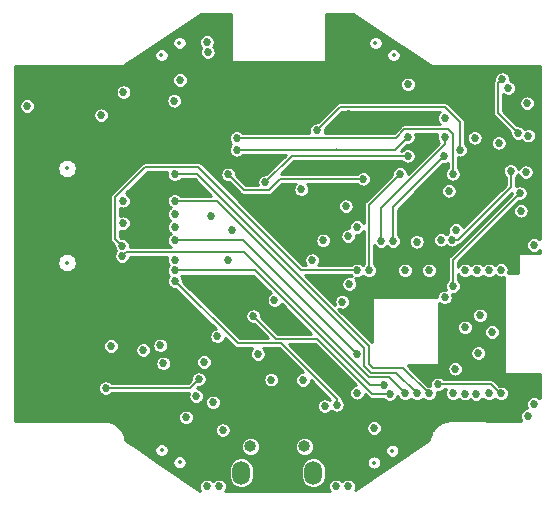
<source format=gbr>
%TF.GenerationSoftware,KiCad,Pcbnew,5.1.5+dfsg1-2~bpo10+1*%
%TF.CreationDate,Date%
%TF.ProjectId,osw,6f73772e-6b69-4636-9164-5f7063625858,3.1*%
%TF.SameCoordinates,Original*%
%TF.FileFunction,Copper,L2,Inr*%
%TF.FilePolarity,Positive*%
%FSLAX46Y46*%
G04 Gerber Fmt 4.6, Leading zero omitted, Abs format (unit mm)*
G04 Created by KiCad*
%MOMM*%
%LPD*%
G04 APERTURE LIST*
%TA.AperFunction,ViaPad*%
%ADD10O,1.500000X2.000000*%
%TD*%
%TA.AperFunction,ViaPad*%
%ADD11C,0.685800*%
%TD*%
%TA.AperFunction,Conductor*%
%ADD12C,0.200000*%
%TD*%
%TA.AperFunction,Conductor*%
%ADD13C,0.254000*%
%TD*%
%ADD14C,0.330200*%
%ADD15C,0.350000*%
%ADD16O,0.999999X0.999999*%
%ADD17O,0.750000X1.200000*%
G04 APERTURE END LIST*
D10*
%TO.N,*%
%TO.C,U5*%
X163068000Y-128627000D03*
X156972000Y-128627000D03*
%TD*%
D11*
%TO.N,*%
X164973000Y-129794000D03*
X165989000Y-129794000D03*
X155067000Y-129794000D03*
X154051000Y-129794000D03*
X181737000Y-109347000D03*
X181229000Y-123825000D03*
X181737000Y-122809000D03*
X166116000Y-112649000D03*
X175895000Y-116332000D03*
X177165000Y-115316000D03*
X177038000Y-118491000D03*
X178181000Y-116713000D03*
X171069000Y-95758000D03*
%TO.N,/EN*%
X177927000Y-111506000D03*
X168211500Y-124841000D03*
%TO.N,+3V3*%
X176720500Y-100266500D03*
X174529903Y-104762323D03*
X175133484Y-108075740D03*
X178940111Y-111439611D03*
X159494965Y-120746635D03*
X162179000Y-120777000D03*
X154432000Y-106870500D03*
X155384500Y-125031500D03*
X159774713Y-114037287D03*
X181266618Y-100084681D03*
X181164000Y-97345500D03*
X151765000Y-95377000D03*
X146989700Y-96418400D03*
%TO.N,GND*%
X167640000Y-95123000D03*
X166497000Y-96901000D03*
X177927000Y-95250000D03*
X177927000Y-98425000D03*
X179959000Y-121920000D03*
X180657500Y-109156500D03*
X147510500Y-113093500D03*
X147599460Y-108903280D03*
X147574000Y-108204000D03*
X147793590Y-105367430D03*
X151320500Y-104457500D03*
X153924000Y-90106500D03*
X153924000Y-90932000D03*
X153924000Y-94234000D03*
X153924000Y-95250000D03*
X153924000Y-97282000D03*
X153924000Y-98234500D03*
X166052500Y-90106500D03*
X166052500Y-90868500D03*
X166052500Y-92138500D03*
X166116000Y-98298000D03*
X166116000Y-99250500D03*
X157988000Y-104038401D03*
X163696799Y-103054001D03*
X162966400Y-112148900D03*
X148336000Y-116967000D03*
X152527000Y-115570000D03*
X155087915Y-113050915D03*
X155702000Y-120015000D03*
X156210000Y-121539000D03*
X156337000Y-122936000D03*
X161290000Y-124714000D03*
X156334170Y-118241924D03*
X151511000Y-117769100D03*
X151511000Y-120538801D03*
X142367000Y-118872000D03*
X142240000Y-117475000D03*
X142621000Y-114554000D03*
X140716000Y-118364000D03*
X141732000Y-120777000D03*
X146939000Y-120396000D03*
X147828000Y-125222000D03*
X138938000Y-117602000D03*
X138811000Y-114173000D03*
X138684000Y-110871000D03*
X138684000Y-107823000D03*
X138684000Y-105537000D03*
X138811000Y-102743000D03*
X138811000Y-100330000D03*
X138684000Y-99060000D03*
X140589000Y-100838000D03*
X143764000Y-104140000D03*
X144145000Y-101346000D03*
X145288000Y-102362000D03*
X149479000Y-100965000D03*
X147828000Y-99949000D03*
X147828000Y-94869000D03*
X174371000Y-94488000D03*
X172466000Y-94361000D03*
X179451000Y-100076000D03*
X181932100Y-98552000D03*
X155575000Y-126365000D03*
X155194000Y-127889000D03*
X165481000Y-127762000D03*
X164211000Y-126111000D03*
X162814000Y-124587000D03*
X163584165Y-105291165D03*
X167259000Y-104902000D03*
X173971226Y-103249344D03*
X171386500Y-106108500D03*
X177285110Y-104902000D03*
X176149000Y-99568000D03*
X170434000Y-124841000D03*
X149225000Y-98044000D03*
X156156599Y-104701401D03*
%TO.N,/VBUS*%
X153146001Y-122166999D03*
X145930500Y-117912000D03*
%TO.N,/VBAT*%
X155859900Y-110623393D03*
X150114000Y-117856000D03*
%TO.N,Net-(D1-Pad1)*%
X153352500Y-120713500D03*
X145478500Y-121475500D03*
%TO.N,/LEDK*%
X146939000Y-105600500D03*
X138836400Y-97586800D03*
%TO.N,Net-(R5-Pad1)*%
X154047216Y-92153192D03*
%TO.N,/TX*%
X166751000Y-121856500D03*
X176847500Y-121983500D03*
%TO.N,/BTN2*%
X151282400Y-97129600D03*
X165811200Y-106077600D03*
X166014400Y-108615900D03*
X171805600Y-109067600D03*
%TO.N,/RX*%
X164020500Y-122999500D03*
X175884901Y-121930099D03*
%TO.N,/SCL*%
X177927000Y-121920000D03*
X174879000Y-112839500D03*
X180530500Y-104965500D03*
X180403500Y-99885500D03*
X179070000Y-95313500D03*
%TO.N,/SDA*%
X174879000Y-121920000D03*
X175069500Y-119824500D03*
X174180500Y-113792000D03*
X180634441Y-106449579D03*
X178750394Y-100705063D03*
X179578000Y-96075500D03*
%TO.N,/PIN_LED*%
X145097500Y-98361500D03*
X165506400Y-114147600D03*
%TO.N,/STAT_PWR*%
X154940000Y-117094000D03*
X158359016Y-118580180D03*
X153797000Y-119253000D03*
%TO.N,/MOSI*%
X178943000Y-121920000D03*
X151320500Y-107823000D03*
X151320500Y-111509197D03*
X169058651Y-121203920D03*
X173609000Y-121158000D03*
%TO.N,/MISO*%
X172847000Y-121920000D03*
X151320500Y-103378000D03*
%TO.N,/IO34*%
X174815500Y-108902500D03*
X179760600Y-103067902D03*
%TO.N,/IO35*%
X173863000Y-108902500D03*
X181046400Y-103187500D03*
%TO.N,Net-(R1-Pad2)*%
X163893500Y-108966000D03*
X151320500Y-106743500D03*
%TO.N,Net-(R15-Pad1)*%
X154559000Y-122682000D03*
X152273000Y-123952000D03*
%TO.N,/B_MON*%
X170815000Y-111506000D03*
X162966400Y-110642400D03*
%TO.N,/RTC_INT*%
X172847000Y-111506000D03*
X174180500Y-98615500D03*
%TO.N,/TFT_DC*%
X166751000Y-111506000D03*
X146875500Y-109413697D03*
%TO.N,/TFT_CS*%
X170815000Y-121920000D03*
X146875500Y-110299500D03*
%TO.N,/TFT_RST*%
X165036500Y-122872500D03*
X151320500Y-112395000D03*
%TO.N,/SD_CS*%
X151320500Y-108966000D03*
X166724090Y-118554500D03*
%TO.N,/ANT*%
X154115686Y-93036344D03*
%TO.N,/SCK*%
X171831000Y-121920000D03*
X151320500Y-110623394D03*
X151320500Y-105600500D03*
%TO.N,/VCC*%
X166751000Y-107823000D03*
X156210000Y-108077000D03*
X150368000Y-119380000D03*
X148666585Y-118250085D03*
%TO.N,/3V3_2*%
X146939000Y-107505500D03*
X162052000Y-104648000D03*
%TO.N,/GPS_RX3V3*%
X167767000Y-111506000D03*
X170383200Y-103327200D03*
%TO.N,/GPS_RX2V8*%
X167295495Y-103744695D03*
X155854400Y-103377999D03*
%TO.N,/GPS_TX3V3*%
X168783000Y-109029500D03*
X174180500Y-100203000D03*
%TO.N,/GPS_TX2V8*%
X171043600Y-100228400D03*
X156565600Y-101295200D03*
%TO.N,/GPS_FON3V3*%
X169799000Y-109029500D03*
X174117000Y-101854000D03*
%TO.N,/GPS_FON2V8*%
X171043600Y-101803200D03*
X159004000Y-104038400D03*
%TO.N,/GEO_F3V3*%
X175895000Y-111506000D03*
%TO.N,/GEO_F2V8*%
X156565600Y-100279200D03*
X174853600Y-103327200D03*
%TO.N,/3DFIX_3V3*%
X176911000Y-111506000D03*
%TO.N,/3DFIX_2V8*%
X175496500Y-101295200D03*
X163372800Y-99636300D03*
%TO.N,/SD0*%
X157988000Y-115379500D03*
X169519950Y-121960126D03*
%TD*%
D12*
%TO.N,Net-(D1-Pad1)*%
X152590500Y-121475500D02*
X145478500Y-121475500D01*
X153352500Y-120713500D02*
X152590500Y-121475500D01*
%TO.N,/SCL*%
X174879000Y-110617000D02*
X180530500Y-104965500D01*
X174879000Y-112839500D02*
X174879000Y-110617000D01*
X178727101Y-98209101D02*
X180403500Y-99885500D01*
X178727101Y-95656399D02*
X178727101Y-98209101D01*
X179070000Y-95313500D02*
X178727101Y-95656399D01*
%TO.N,/MOSI*%
X167850544Y-121203920D02*
X169058651Y-121203920D01*
X158155821Y-111509197D02*
X167850544Y-121203920D01*
X151320500Y-111509197D02*
X158155821Y-111509197D01*
X178878494Y-121920000D02*
X178943000Y-121920000D01*
X178116494Y-121158000D02*
X178878494Y-121920000D01*
X173609000Y-121158000D02*
X178116494Y-121158000D01*
%TO.N,/MISO*%
X172847000Y-121920000D02*
X170688000Y-119761000D01*
X168104720Y-119761000D02*
X167767000Y-119423280D01*
X170688000Y-119761000D02*
X168104720Y-119761000D01*
X167767000Y-117925301D02*
X153219699Y-103378000D01*
X153219699Y-103378000D02*
X151320500Y-103378000D01*
X167767000Y-119423280D02*
X167767000Y-117925301D01*
%TO.N,/IO34*%
X179760600Y-104442333D02*
X179760600Y-103067902D01*
X175300433Y-108902500D02*
X179760600Y-104442333D01*
X174815500Y-108902500D02*
X175300433Y-108902500D01*
%TO.N,/TFT_DC*%
X146296099Y-108834296D02*
X146296099Y-105291907D01*
X148852907Y-102735099D02*
X153281099Y-102735099D01*
X146296099Y-105291907D02*
X148852907Y-102735099D01*
X146875500Y-109413697D02*
X146296099Y-108834296D01*
X162052000Y-111506000D02*
X166751000Y-111506000D01*
X153281099Y-102735099D02*
X162052000Y-111506000D01*
%TO.N,/TFT_CS*%
X157192815Y-109980493D02*
X147194507Y-109980493D01*
X147194507Y-109980493D02*
X146875500Y-110299500D01*
X167773342Y-120561020D02*
X157192815Y-109980493D01*
X169456020Y-120561020D02*
X167773342Y-120561020D01*
X170815000Y-121920000D02*
X169456020Y-120561020D01*
%TO.N,/TFT_RST*%
X165036500Y-122387567D02*
X165036500Y-122872500D01*
X160333443Y-117684510D02*
X165036500Y-122387567D01*
X156654500Y-117684510D02*
X160333443Y-117684510D01*
X151320500Y-112395000D02*
X156654500Y-117684510D01*
%TO.N,/SD_CS*%
X157135590Y-108966000D02*
X166724090Y-118554500D01*
X151320500Y-108966000D02*
X157135590Y-108966000D01*
%TO.N,/SCK*%
X151320500Y-105600500D02*
X154876501Y-105600500D01*
X167366990Y-119588969D02*
X167939031Y-120161010D01*
X167366990Y-118090989D02*
X167366990Y-119588969D01*
X154876501Y-105600500D02*
X167366990Y-118090989D01*
X170072010Y-120161010D02*
X171831000Y-121920000D01*
X167939031Y-120161010D02*
X170072010Y-120161010D01*
%TO.N,/GPS_RX3V3*%
X167767000Y-105943400D02*
X170383200Y-103327200D01*
X167767000Y-111506000D02*
X167767000Y-105943400D01*
%TO.N,/GPS_RX2V8*%
X159312593Y-104681301D02*
X157157702Y-104681301D01*
X160249199Y-103744695D02*
X159312593Y-104681301D01*
X157157702Y-104681301D02*
X155854400Y-103377999D01*
X167295495Y-103744695D02*
X160249199Y-103744695D01*
%TO.N,/GPS_TX3V3*%
X174180500Y-100839006D02*
X174180500Y-100203000D01*
X168783000Y-106236506D02*
X174180500Y-100839006D01*
X168783000Y-109029500D02*
X168783000Y-106236506D01*
%TO.N,/GPS_TX2V8*%
X169976800Y-101295200D02*
X171043600Y-100228400D01*
X165049200Y-101295200D02*
X164998400Y-101244400D01*
X165100000Y-101295200D02*
X165049200Y-101295200D01*
X156565600Y-101295200D02*
X165100000Y-101295200D01*
X165100000Y-101295200D02*
X169976800Y-101295200D01*
%TO.N,/GPS_FON3V3*%
X169799000Y-106172000D02*
X174117000Y-101854000D01*
X169799000Y-109029500D02*
X169799000Y-106172000D01*
%TO.N,/GPS_FON2V8*%
X161239200Y-101803200D02*
X159004000Y-104038400D01*
X171043600Y-101803200D02*
X161239200Y-101803200D01*
%TO.N,/GEO_F2V8*%
X174853600Y-99924606D02*
X174853600Y-103327200D01*
X174489093Y-99560099D02*
X174853600Y-99924606D01*
X170760407Y-99560099D02*
X174489093Y-99560099D01*
X170041306Y-100279200D02*
X170760407Y-99560099D01*
X156565600Y-100279200D02*
X170041306Y-100279200D01*
%TO.N,/3DFIX_2V8*%
X165354001Y-97655099D02*
X163372800Y-99636300D01*
X174171593Y-97655099D02*
X165354001Y-97655099D01*
X175496500Y-98980006D02*
X174171593Y-97655099D01*
X175496500Y-101295200D02*
X175496500Y-98980006D01*
%TO.N,/SD0*%
X157988000Y-115379500D02*
X159893000Y-117284500D01*
X159893000Y-117284500D02*
X163068000Y-117284500D01*
X163068000Y-117284500D02*
X163365426Y-117284500D01*
X168041052Y-121960126D02*
X169519950Y-121960126D01*
X163365426Y-117284500D02*
X168041052Y-121960126D01*
%TD*%
D13*
%TO.N,GND*%
G36*
X156123000Y-93750000D02*
G01*
X156125440Y-93774776D01*
X156132667Y-93798601D01*
X156144403Y-93820557D01*
X156160197Y-93839803D01*
X156179443Y-93855597D01*
X156201399Y-93867333D01*
X156225224Y-93874560D01*
X156250000Y-93877000D01*
X164000000Y-93877000D01*
X164024776Y-93874560D01*
X164048601Y-93867333D01*
X164070557Y-93855597D01*
X164089803Y-93839803D01*
X164105597Y-93820557D01*
X164117333Y-93798601D01*
X164124560Y-93774776D01*
X164127000Y-93750000D01*
X164127000Y-93221439D01*
X169250058Y-93221439D01*
X169250058Y-93340023D01*
X169273192Y-93456328D01*
X169318572Y-93565885D01*
X169384454Y-93664484D01*
X169468305Y-93748335D01*
X169566904Y-93814217D01*
X169676461Y-93859597D01*
X169792766Y-93882731D01*
X169911350Y-93882731D01*
X170027655Y-93859597D01*
X170137212Y-93814217D01*
X170235811Y-93748335D01*
X170319662Y-93664484D01*
X170385544Y-93565885D01*
X170430924Y-93456328D01*
X170454058Y-93340023D01*
X170454058Y-93221439D01*
X170430924Y-93105134D01*
X170385544Y-92995577D01*
X170319662Y-92896978D01*
X170235811Y-92813127D01*
X170137212Y-92747245D01*
X170027655Y-92701865D01*
X169911350Y-92678731D01*
X169792766Y-92678731D01*
X169676461Y-92701865D01*
X169566904Y-92747245D01*
X169468305Y-92813127D01*
X169384454Y-92896978D01*
X169318572Y-92995577D01*
X169273192Y-93105134D01*
X169250058Y-93221439D01*
X164127000Y-93221439D01*
X164127000Y-92191686D01*
X167723386Y-92191686D01*
X167723386Y-92310270D01*
X167746520Y-92426575D01*
X167791900Y-92536132D01*
X167857782Y-92634731D01*
X167941633Y-92718582D01*
X168040232Y-92784464D01*
X168149789Y-92829844D01*
X168266094Y-92852978D01*
X168384678Y-92852978D01*
X168500983Y-92829844D01*
X168610540Y-92784464D01*
X168709139Y-92718582D01*
X168792990Y-92634731D01*
X168858872Y-92536132D01*
X168904252Y-92426575D01*
X168927386Y-92310270D01*
X168927386Y-92191686D01*
X168904252Y-92075381D01*
X168858872Y-91965824D01*
X168792990Y-91867225D01*
X168709139Y-91783374D01*
X168610540Y-91717492D01*
X168500983Y-91672112D01*
X168384678Y-91648978D01*
X168266094Y-91648978D01*
X168149789Y-91672112D01*
X168040232Y-91717492D01*
X167941633Y-91783374D01*
X167857782Y-91867225D01*
X167791900Y-91965824D01*
X167746520Y-92075381D01*
X167723386Y-92191686D01*
X164127000Y-92191686D01*
X164127000Y-89779000D01*
X166415680Y-89779000D01*
X172934721Y-94115580D01*
X172945026Y-94124054D01*
X172957525Y-94130750D01*
X172957875Y-94130983D01*
X172969572Y-94137204D01*
X172993470Y-94150007D01*
X172993878Y-94150131D01*
X172994246Y-94150327D01*
X173019991Y-94158079D01*
X173046047Y-94166010D01*
X173046468Y-94166052D01*
X173046870Y-94166173D01*
X173073894Y-94168779D01*
X173087040Y-94170086D01*
X173087454Y-94170086D01*
X173101574Y-94171448D01*
X173114856Y-94170112D01*
X182221001Y-94178735D01*
X182221000Y-108883619D01*
X182164036Y-108826655D01*
X182054316Y-108753343D01*
X181932403Y-108702844D01*
X181802979Y-108677100D01*
X181671021Y-108677100D01*
X181541597Y-108702844D01*
X181419684Y-108753343D01*
X181309964Y-108826655D01*
X181216655Y-108919964D01*
X181143343Y-109029684D01*
X181092844Y-109151597D01*
X181067100Y-109281021D01*
X181067100Y-109412979D01*
X181092844Y-109542403D01*
X181143343Y-109664316D01*
X181216655Y-109774036D01*
X181309964Y-109867345D01*
X181419684Y-109940657D01*
X181541597Y-109991156D01*
X181671021Y-110016900D01*
X181802979Y-110016900D01*
X181932403Y-109991156D01*
X182054316Y-109940657D01*
X182164036Y-109867345D01*
X182221000Y-109810381D01*
X182221000Y-110041813D01*
X180551766Y-110040420D01*
X180527022Y-110042833D01*
X180503190Y-110050033D01*
X180481220Y-110061745D01*
X180461957Y-110077518D01*
X180446142Y-110096745D01*
X180434381Y-110118689D01*
X180427128Y-110142505D01*
X180424660Y-110167279D01*
X180422962Y-111696500D01*
X179558798Y-111696500D01*
X179584267Y-111635014D01*
X179610011Y-111505590D01*
X179610011Y-111373632D01*
X179584267Y-111244208D01*
X179533768Y-111122295D01*
X179460456Y-111012575D01*
X179367147Y-110919266D01*
X179257427Y-110845954D01*
X179135514Y-110795455D01*
X179006090Y-110769711D01*
X178874132Y-110769711D01*
X178744708Y-110795455D01*
X178622795Y-110845954D01*
X178513075Y-110919266D01*
X178419766Y-111012575D01*
X178404221Y-111035840D01*
X178354036Y-110985655D01*
X178244316Y-110912343D01*
X178122403Y-110861844D01*
X177992979Y-110836100D01*
X177861021Y-110836100D01*
X177731597Y-110861844D01*
X177609684Y-110912343D01*
X177499964Y-110985655D01*
X177419000Y-111066619D01*
X177338036Y-110985655D01*
X177228316Y-110912343D01*
X177106403Y-110861844D01*
X176976979Y-110836100D01*
X176845021Y-110836100D01*
X176715597Y-110861844D01*
X176593684Y-110912343D01*
X176483964Y-110985655D01*
X176403000Y-111066619D01*
X176322036Y-110985655D01*
X176212316Y-110912343D01*
X176090403Y-110861844D01*
X175960979Y-110836100D01*
X175829021Y-110836100D01*
X175699597Y-110861844D01*
X175577684Y-110912343D01*
X175467964Y-110985655D01*
X175374655Y-111078964D01*
X175306000Y-111181714D01*
X175306000Y-110793868D01*
X179716268Y-106383600D01*
X179964541Y-106383600D01*
X179964541Y-106515558D01*
X179990285Y-106644982D01*
X180040784Y-106766895D01*
X180114096Y-106876615D01*
X180207405Y-106969924D01*
X180317125Y-107043236D01*
X180439038Y-107093735D01*
X180568462Y-107119479D01*
X180700420Y-107119479D01*
X180829844Y-107093735D01*
X180951757Y-107043236D01*
X181061477Y-106969924D01*
X181154786Y-106876615D01*
X181228098Y-106766895D01*
X181278597Y-106644982D01*
X181304341Y-106515558D01*
X181304341Y-106383600D01*
X181278597Y-106254176D01*
X181228098Y-106132263D01*
X181154786Y-106022543D01*
X181061477Y-105929234D01*
X180951757Y-105855922D01*
X180829844Y-105805423D01*
X180700420Y-105779679D01*
X180568462Y-105779679D01*
X180439038Y-105805423D01*
X180317125Y-105855922D01*
X180207405Y-105929234D01*
X180114096Y-106022543D01*
X180040784Y-106132263D01*
X179990285Y-106254176D01*
X179964541Y-106383600D01*
X179716268Y-106383600D01*
X180464478Y-105635391D01*
X180464521Y-105635400D01*
X180596479Y-105635400D01*
X180725903Y-105609656D01*
X180847816Y-105559157D01*
X180957536Y-105485845D01*
X181050845Y-105392536D01*
X181124157Y-105282816D01*
X181174656Y-105160903D01*
X181200400Y-105031479D01*
X181200400Y-104899521D01*
X181174656Y-104770097D01*
X181124157Y-104648184D01*
X181050845Y-104538464D01*
X180957536Y-104445155D01*
X180847816Y-104371843D01*
X180725903Y-104321344D01*
X180596479Y-104295600D01*
X180464521Y-104295600D01*
X180335097Y-104321344D01*
X180213184Y-104371843D01*
X180187600Y-104388938D01*
X180187600Y-103588271D01*
X180187636Y-103588247D01*
X180280945Y-103494938D01*
X180354257Y-103385218D01*
X180386987Y-103306202D01*
X180402244Y-103382903D01*
X180452743Y-103504816D01*
X180526055Y-103614536D01*
X180619364Y-103707845D01*
X180729084Y-103781157D01*
X180850997Y-103831656D01*
X180980421Y-103857400D01*
X181112379Y-103857400D01*
X181241803Y-103831656D01*
X181363716Y-103781157D01*
X181473436Y-103707845D01*
X181566745Y-103614536D01*
X181640057Y-103504816D01*
X181690556Y-103382903D01*
X181716300Y-103253479D01*
X181716300Y-103121521D01*
X181690556Y-102992097D01*
X181640057Y-102870184D01*
X181566745Y-102760464D01*
X181473436Y-102667155D01*
X181363716Y-102593843D01*
X181241803Y-102543344D01*
X181112379Y-102517600D01*
X180980421Y-102517600D01*
X180850997Y-102543344D01*
X180729084Y-102593843D01*
X180619364Y-102667155D01*
X180526055Y-102760464D01*
X180452743Y-102870184D01*
X180420013Y-102949200D01*
X180404756Y-102872499D01*
X180354257Y-102750586D01*
X180280945Y-102640866D01*
X180187636Y-102547557D01*
X180077916Y-102474245D01*
X179956003Y-102423746D01*
X179826579Y-102398002D01*
X179694621Y-102398002D01*
X179565197Y-102423746D01*
X179443284Y-102474245D01*
X179333564Y-102547557D01*
X179240255Y-102640866D01*
X179166943Y-102750586D01*
X179116444Y-102872499D01*
X179090700Y-103001923D01*
X179090700Y-103133881D01*
X179116444Y-103263305D01*
X179166943Y-103385218D01*
X179240255Y-103494938D01*
X179333564Y-103588247D01*
X179333601Y-103588271D01*
X179333600Y-104265464D01*
X175760385Y-107838680D01*
X175727141Y-107758424D01*
X175653829Y-107648704D01*
X175560520Y-107555395D01*
X175450800Y-107482083D01*
X175328887Y-107431584D01*
X175199463Y-107405840D01*
X175067505Y-107405840D01*
X174938081Y-107431584D01*
X174816168Y-107482083D01*
X174706448Y-107555395D01*
X174613139Y-107648704D01*
X174539827Y-107758424D01*
X174489328Y-107880337D01*
X174463584Y-108009761D01*
X174463584Y-108141719D01*
X174489328Y-108271143D01*
X174503954Y-108306453D01*
X174498184Y-108308843D01*
X174388464Y-108382155D01*
X174339250Y-108431369D01*
X174290036Y-108382155D01*
X174180316Y-108308843D01*
X174058403Y-108258344D01*
X173928979Y-108232600D01*
X173797021Y-108232600D01*
X173667597Y-108258344D01*
X173545684Y-108308843D01*
X173435964Y-108382155D01*
X173342655Y-108475464D01*
X173269343Y-108585184D01*
X173218844Y-108707097D01*
X173193100Y-108836521D01*
X173193100Y-108968479D01*
X173218844Y-109097903D01*
X173269343Y-109219816D01*
X173342655Y-109329536D01*
X173435964Y-109422845D01*
X173545684Y-109496157D01*
X173667597Y-109546656D01*
X173797021Y-109572400D01*
X173928979Y-109572400D01*
X174058403Y-109546656D01*
X174180316Y-109496157D01*
X174290036Y-109422845D01*
X174339250Y-109373631D01*
X174388464Y-109422845D01*
X174498184Y-109496157D01*
X174620097Y-109546656D01*
X174749521Y-109572400D01*
X174881479Y-109572400D01*
X175010903Y-109546656D01*
X175132816Y-109496157D01*
X175242536Y-109422845D01*
X175335845Y-109329536D01*
X175336888Y-109327976D01*
X175384140Y-109323322D01*
X175464629Y-109298905D01*
X175538809Y-109259255D01*
X175603828Y-109205895D01*
X175617201Y-109189600D01*
X179860600Y-104946202D01*
X179860600Y-105031479D01*
X179860609Y-105031522D01*
X174591896Y-110300236D01*
X174575606Y-110313605D01*
X174562237Y-110329895D01*
X174562232Y-110329900D01*
X174522245Y-110378624D01*
X174485700Y-110446997D01*
X174482596Y-110452804D01*
X174458179Y-110533293D01*
X174452001Y-110596022D01*
X174449935Y-110617000D01*
X174452001Y-110637977D01*
X174452000Y-112319131D01*
X174451964Y-112319155D01*
X174358655Y-112412464D01*
X174285343Y-112522184D01*
X174234844Y-112644097D01*
X174209100Y-112773521D01*
X174209100Y-112905479D01*
X174234844Y-113034903D01*
X174273161Y-113127407D01*
X174246479Y-113122100D01*
X174114521Y-113122100D01*
X173985097Y-113147844D01*
X173863184Y-113198343D01*
X173753464Y-113271655D01*
X173660155Y-113364964D01*
X173586843Y-113474684D01*
X173536344Y-113596597D01*
X173510600Y-113726021D01*
X173510600Y-113792000D01*
X168148000Y-113792000D01*
X168123224Y-113794440D01*
X168099399Y-113801667D01*
X168077443Y-113813403D01*
X168058197Y-113829197D01*
X168042403Y-113848443D01*
X168030667Y-113870399D01*
X168023440Y-113894224D01*
X168021000Y-113919000D01*
X168021000Y-117575431D01*
X165182278Y-114736709D01*
X165189084Y-114741257D01*
X165310997Y-114791756D01*
X165440421Y-114817500D01*
X165572379Y-114817500D01*
X165701803Y-114791756D01*
X165823716Y-114741257D01*
X165933436Y-114667945D01*
X166026745Y-114574636D01*
X166100057Y-114464916D01*
X166150556Y-114343003D01*
X166176300Y-114213579D01*
X166176300Y-114081621D01*
X166150556Y-113952197D01*
X166100057Y-113830284D01*
X166026745Y-113720564D01*
X165933436Y-113627255D01*
X165823716Y-113553943D01*
X165701803Y-113503444D01*
X165572379Y-113477700D01*
X165440421Y-113477700D01*
X165310997Y-113503444D01*
X165189084Y-113553943D01*
X165079364Y-113627255D01*
X164986055Y-113720564D01*
X164912743Y-113830284D01*
X164862244Y-113952197D01*
X164836500Y-114081621D01*
X164836500Y-114213579D01*
X164862244Y-114343003D01*
X164912743Y-114464916D01*
X164917291Y-114471722D01*
X162378568Y-111933000D01*
X166230631Y-111933000D01*
X166230655Y-111933036D01*
X166300243Y-112002624D01*
X166181979Y-111979100D01*
X166050021Y-111979100D01*
X165920597Y-112004844D01*
X165798684Y-112055343D01*
X165688964Y-112128655D01*
X165595655Y-112221964D01*
X165522343Y-112331684D01*
X165471844Y-112453597D01*
X165446100Y-112583021D01*
X165446100Y-112714979D01*
X165471844Y-112844403D01*
X165522343Y-112966316D01*
X165595655Y-113076036D01*
X165688964Y-113169345D01*
X165798684Y-113242657D01*
X165920597Y-113293156D01*
X166050021Y-113318900D01*
X166181979Y-113318900D01*
X166311403Y-113293156D01*
X166433316Y-113242657D01*
X166543036Y-113169345D01*
X166636345Y-113076036D01*
X166709657Y-112966316D01*
X166760156Y-112844403D01*
X166785900Y-112714979D01*
X166785900Y-112583021D01*
X166760156Y-112453597D01*
X166709657Y-112331684D01*
X166636345Y-112221964D01*
X166566757Y-112152376D01*
X166685021Y-112175900D01*
X166816979Y-112175900D01*
X166946403Y-112150156D01*
X167068316Y-112099657D01*
X167178036Y-112026345D01*
X167259000Y-111945381D01*
X167339964Y-112026345D01*
X167449684Y-112099657D01*
X167571597Y-112150156D01*
X167701021Y-112175900D01*
X167832979Y-112175900D01*
X167962403Y-112150156D01*
X168084316Y-112099657D01*
X168194036Y-112026345D01*
X168287345Y-111933036D01*
X168360657Y-111823316D01*
X168411156Y-111701403D01*
X168436900Y-111571979D01*
X168436900Y-111440021D01*
X170145100Y-111440021D01*
X170145100Y-111571979D01*
X170170844Y-111701403D01*
X170221343Y-111823316D01*
X170294655Y-111933036D01*
X170387964Y-112026345D01*
X170497684Y-112099657D01*
X170619597Y-112150156D01*
X170749021Y-112175900D01*
X170880979Y-112175900D01*
X171010403Y-112150156D01*
X171132316Y-112099657D01*
X171242036Y-112026345D01*
X171335345Y-111933036D01*
X171408657Y-111823316D01*
X171459156Y-111701403D01*
X171484900Y-111571979D01*
X171484900Y-111440021D01*
X172177100Y-111440021D01*
X172177100Y-111571979D01*
X172202844Y-111701403D01*
X172253343Y-111823316D01*
X172326655Y-111933036D01*
X172419964Y-112026345D01*
X172529684Y-112099657D01*
X172651597Y-112150156D01*
X172781021Y-112175900D01*
X172912979Y-112175900D01*
X173042403Y-112150156D01*
X173164316Y-112099657D01*
X173274036Y-112026345D01*
X173367345Y-111933036D01*
X173440657Y-111823316D01*
X173491156Y-111701403D01*
X173516900Y-111571979D01*
X173516900Y-111440021D01*
X173491156Y-111310597D01*
X173440657Y-111188684D01*
X173367345Y-111078964D01*
X173274036Y-110985655D01*
X173164316Y-110912343D01*
X173042403Y-110861844D01*
X172912979Y-110836100D01*
X172781021Y-110836100D01*
X172651597Y-110861844D01*
X172529684Y-110912343D01*
X172419964Y-110985655D01*
X172326655Y-111078964D01*
X172253343Y-111188684D01*
X172202844Y-111310597D01*
X172177100Y-111440021D01*
X171484900Y-111440021D01*
X171459156Y-111310597D01*
X171408657Y-111188684D01*
X171335345Y-111078964D01*
X171242036Y-110985655D01*
X171132316Y-110912343D01*
X171010403Y-110861844D01*
X170880979Y-110836100D01*
X170749021Y-110836100D01*
X170619597Y-110861844D01*
X170497684Y-110912343D01*
X170387964Y-110985655D01*
X170294655Y-111078964D01*
X170221343Y-111188684D01*
X170170844Y-111310597D01*
X170145100Y-111440021D01*
X168436900Y-111440021D01*
X168411156Y-111310597D01*
X168360657Y-111188684D01*
X168287345Y-111078964D01*
X168194036Y-110985655D01*
X168194000Y-110985631D01*
X168194000Y-109353786D01*
X168262655Y-109456536D01*
X168355964Y-109549845D01*
X168465684Y-109623157D01*
X168587597Y-109673656D01*
X168717021Y-109699400D01*
X168848979Y-109699400D01*
X168978403Y-109673656D01*
X169100316Y-109623157D01*
X169210036Y-109549845D01*
X169291000Y-109468881D01*
X169371964Y-109549845D01*
X169481684Y-109623157D01*
X169603597Y-109673656D01*
X169733021Y-109699400D01*
X169864979Y-109699400D01*
X169994403Y-109673656D01*
X170116316Y-109623157D01*
X170226036Y-109549845D01*
X170319345Y-109456536D01*
X170392657Y-109346816D01*
X170443156Y-109224903D01*
X170468900Y-109095479D01*
X170468900Y-109001621D01*
X171135700Y-109001621D01*
X171135700Y-109133579D01*
X171161444Y-109263003D01*
X171211943Y-109384916D01*
X171285255Y-109494636D01*
X171378564Y-109587945D01*
X171488284Y-109661257D01*
X171610197Y-109711756D01*
X171739621Y-109737500D01*
X171871579Y-109737500D01*
X172001003Y-109711756D01*
X172122916Y-109661257D01*
X172232636Y-109587945D01*
X172325945Y-109494636D01*
X172399257Y-109384916D01*
X172449756Y-109263003D01*
X172475500Y-109133579D01*
X172475500Y-109001621D01*
X172449756Y-108872197D01*
X172399257Y-108750284D01*
X172325945Y-108640564D01*
X172232636Y-108547255D01*
X172122916Y-108473943D01*
X172001003Y-108423444D01*
X171871579Y-108397700D01*
X171739621Y-108397700D01*
X171610197Y-108423444D01*
X171488284Y-108473943D01*
X171378564Y-108547255D01*
X171285255Y-108640564D01*
X171211943Y-108750284D01*
X171161444Y-108872197D01*
X171135700Y-109001621D01*
X170468900Y-109001621D01*
X170468900Y-108963521D01*
X170443156Y-108834097D01*
X170392657Y-108712184D01*
X170319345Y-108602464D01*
X170226036Y-108509155D01*
X170226000Y-108509131D01*
X170226000Y-106348868D01*
X171878524Y-104696344D01*
X173860003Y-104696344D01*
X173860003Y-104828302D01*
X173885747Y-104957726D01*
X173936246Y-105079639D01*
X174009558Y-105189359D01*
X174102867Y-105282668D01*
X174212587Y-105355980D01*
X174334500Y-105406479D01*
X174463924Y-105432223D01*
X174595882Y-105432223D01*
X174725306Y-105406479D01*
X174847219Y-105355980D01*
X174956939Y-105282668D01*
X175050248Y-105189359D01*
X175123560Y-105079639D01*
X175174059Y-104957726D01*
X175199803Y-104828302D01*
X175199803Y-104696344D01*
X175174059Y-104566920D01*
X175123560Y-104445007D01*
X175050248Y-104335287D01*
X174956939Y-104241978D01*
X174847219Y-104168666D01*
X174725306Y-104118167D01*
X174595882Y-104092423D01*
X174463924Y-104092423D01*
X174334500Y-104118167D01*
X174212587Y-104168666D01*
X174102867Y-104241978D01*
X174009558Y-104335287D01*
X173936246Y-104445007D01*
X173885747Y-104566920D01*
X173860003Y-104696344D01*
X171878524Y-104696344D01*
X174050978Y-102523892D01*
X174051021Y-102523900D01*
X174182979Y-102523900D01*
X174312403Y-102498156D01*
X174426601Y-102450853D01*
X174426601Y-102806830D01*
X174426564Y-102806855D01*
X174333255Y-102900164D01*
X174259943Y-103009884D01*
X174209444Y-103131797D01*
X174183700Y-103261221D01*
X174183700Y-103393179D01*
X174209444Y-103522603D01*
X174259943Y-103644516D01*
X174333255Y-103754236D01*
X174426564Y-103847545D01*
X174536284Y-103920857D01*
X174658197Y-103971356D01*
X174787621Y-103997100D01*
X174919579Y-103997100D01*
X175049003Y-103971356D01*
X175170916Y-103920857D01*
X175280636Y-103847545D01*
X175373945Y-103754236D01*
X175447257Y-103644516D01*
X175497756Y-103522603D01*
X175523500Y-103393179D01*
X175523500Y-103261221D01*
X175497756Y-103131797D01*
X175447257Y-103009884D01*
X175373945Y-102900164D01*
X175280636Y-102806855D01*
X175280600Y-102806831D01*
X175280600Y-101930866D01*
X175301097Y-101939356D01*
X175430521Y-101965100D01*
X175562479Y-101965100D01*
X175691903Y-101939356D01*
X175813816Y-101888857D01*
X175923536Y-101815545D01*
X176016845Y-101722236D01*
X176090157Y-101612516D01*
X176140656Y-101490603D01*
X176166400Y-101361179D01*
X176166400Y-101229221D01*
X176140656Y-101099797D01*
X176090157Y-100977884D01*
X176016845Y-100868164D01*
X175923536Y-100774855D01*
X175923500Y-100774831D01*
X175923500Y-100200521D01*
X176050600Y-100200521D01*
X176050600Y-100332479D01*
X176076344Y-100461903D01*
X176126843Y-100583816D01*
X176200155Y-100693536D01*
X176293464Y-100786845D01*
X176403184Y-100860157D01*
X176525097Y-100910656D01*
X176654521Y-100936400D01*
X176786479Y-100936400D01*
X176915903Y-100910656D01*
X177037816Y-100860157D01*
X177147536Y-100786845D01*
X177240845Y-100693536D01*
X177277228Y-100639084D01*
X178080494Y-100639084D01*
X178080494Y-100771042D01*
X178106238Y-100900466D01*
X178156737Y-101022379D01*
X178230049Y-101132099D01*
X178323358Y-101225408D01*
X178433078Y-101298720D01*
X178554991Y-101349219D01*
X178684415Y-101374963D01*
X178816373Y-101374963D01*
X178945797Y-101349219D01*
X179067710Y-101298720D01*
X179177430Y-101225408D01*
X179270739Y-101132099D01*
X179344051Y-101022379D01*
X179394550Y-100900466D01*
X179420294Y-100771042D01*
X179420294Y-100639084D01*
X179394550Y-100509660D01*
X179344051Y-100387747D01*
X179270739Y-100278027D01*
X179177430Y-100184718D01*
X179067710Y-100111406D01*
X178945797Y-100060907D01*
X178816373Y-100035163D01*
X178684415Y-100035163D01*
X178554991Y-100060907D01*
X178433078Y-100111406D01*
X178323358Y-100184718D01*
X178230049Y-100278027D01*
X178156737Y-100387747D01*
X178106238Y-100509660D01*
X178080494Y-100639084D01*
X177277228Y-100639084D01*
X177314157Y-100583816D01*
X177364656Y-100461903D01*
X177390400Y-100332479D01*
X177390400Y-100200521D01*
X177364656Y-100071097D01*
X177314157Y-99949184D01*
X177240845Y-99839464D01*
X177147536Y-99746155D01*
X177037816Y-99672843D01*
X176915903Y-99622344D01*
X176786479Y-99596600D01*
X176654521Y-99596600D01*
X176525097Y-99622344D01*
X176403184Y-99672843D01*
X176293464Y-99746155D01*
X176200155Y-99839464D01*
X176126843Y-99949184D01*
X176076344Y-100071097D01*
X176050600Y-100200521D01*
X175923500Y-100200521D01*
X175923500Y-99000970D01*
X175925565Y-98980005D01*
X175923500Y-98959040D01*
X175923500Y-98959028D01*
X175917322Y-98896299D01*
X175892905Y-98815810D01*
X175874448Y-98781279D01*
X175853255Y-98741629D01*
X175813267Y-98692904D01*
X175813264Y-98692901D01*
X175799895Y-98676611D01*
X175783605Y-98663242D01*
X174488361Y-97367999D01*
X174474988Y-97351704D01*
X174409969Y-97298344D01*
X174335789Y-97258694D01*
X174255300Y-97234277D01*
X174192571Y-97228099D01*
X174192560Y-97228099D01*
X174171593Y-97226034D01*
X174150626Y-97228099D01*
X165374965Y-97228099D01*
X165354000Y-97226034D01*
X165333035Y-97228099D01*
X165333023Y-97228099D01*
X165270294Y-97234277D01*
X165189805Y-97258694D01*
X165155274Y-97277151D01*
X165115624Y-97298344D01*
X165066899Y-97338331D01*
X165066890Y-97338340D01*
X165050606Y-97351704D01*
X165037242Y-97367988D01*
X163438823Y-98966409D01*
X163438779Y-98966400D01*
X163306821Y-98966400D01*
X163177397Y-98992144D01*
X163055484Y-99042643D01*
X162945764Y-99115955D01*
X162852455Y-99209264D01*
X162779143Y-99318984D01*
X162728644Y-99440897D01*
X162702900Y-99570321D01*
X162702900Y-99702279D01*
X162728644Y-99831703D01*
X162737134Y-99852200D01*
X157085969Y-99852200D01*
X157085945Y-99852164D01*
X156992636Y-99758855D01*
X156882916Y-99685543D01*
X156761003Y-99635044D01*
X156631579Y-99609300D01*
X156499621Y-99609300D01*
X156370197Y-99635044D01*
X156248284Y-99685543D01*
X156138564Y-99758855D01*
X156045255Y-99852164D01*
X155971943Y-99961884D01*
X155921444Y-100083797D01*
X155895700Y-100213221D01*
X155895700Y-100345179D01*
X155921444Y-100474603D01*
X155971943Y-100596516D01*
X156045255Y-100706236D01*
X156126219Y-100787200D01*
X156045255Y-100868164D01*
X155971943Y-100977884D01*
X155921444Y-101099797D01*
X155895700Y-101229221D01*
X155895700Y-101361179D01*
X155921444Y-101490603D01*
X155971943Y-101612516D01*
X156045255Y-101722236D01*
X156138564Y-101815545D01*
X156248284Y-101888857D01*
X156370197Y-101939356D01*
X156499621Y-101965100D01*
X156631579Y-101965100D01*
X156761003Y-101939356D01*
X156882916Y-101888857D01*
X156992636Y-101815545D01*
X157085945Y-101722236D01*
X157085969Y-101722200D01*
X160716330Y-101722200D01*
X159070023Y-103368509D01*
X159069979Y-103368500D01*
X158938021Y-103368500D01*
X158808597Y-103394244D01*
X158686684Y-103444743D01*
X158576964Y-103518055D01*
X158483655Y-103611364D01*
X158410343Y-103721084D01*
X158359844Y-103842997D01*
X158334100Y-103972421D01*
X158334100Y-104104379D01*
X158359844Y-104233803D01*
X158368335Y-104254301D01*
X157334572Y-104254301D01*
X156524291Y-103444022D01*
X156524300Y-103443978D01*
X156524300Y-103312020D01*
X156498556Y-103182596D01*
X156448057Y-103060683D01*
X156374745Y-102950963D01*
X156281436Y-102857654D01*
X156171716Y-102784342D01*
X156049803Y-102733843D01*
X155920379Y-102708099D01*
X155788421Y-102708099D01*
X155658997Y-102733843D01*
X155537084Y-102784342D01*
X155427364Y-102857654D01*
X155334055Y-102950963D01*
X155260743Y-103060683D01*
X155210244Y-103182596D01*
X155184500Y-103312020D01*
X155184500Y-103443978D01*
X155210244Y-103573402D01*
X155260743Y-103695315D01*
X155334055Y-103805035D01*
X155427364Y-103898344D01*
X155537084Y-103971656D01*
X155658997Y-104022155D01*
X155788421Y-104047899D01*
X155920379Y-104047899D01*
X155920423Y-104047890D01*
X156840943Y-104968412D01*
X156854307Y-104984696D01*
X156870591Y-104998060D01*
X156870600Y-104998069D01*
X156919325Y-105038056D01*
X156958975Y-105059249D01*
X156993506Y-105077706D01*
X157073995Y-105102123D01*
X157136724Y-105108301D01*
X157136736Y-105108301D01*
X157157701Y-105110366D01*
X157178666Y-105108301D01*
X159291626Y-105108301D01*
X159312593Y-105110366D01*
X159333560Y-105108301D01*
X159333571Y-105108301D01*
X159396300Y-105102123D01*
X159476789Y-105077706D01*
X159550969Y-105038056D01*
X159615988Y-104984696D01*
X159629361Y-104968401D01*
X160426068Y-104171695D01*
X161580924Y-104171695D01*
X161531655Y-104220964D01*
X161458343Y-104330684D01*
X161407844Y-104452597D01*
X161382100Y-104582021D01*
X161382100Y-104713979D01*
X161407844Y-104843403D01*
X161458343Y-104965316D01*
X161531655Y-105075036D01*
X161624964Y-105168345D01*
X161734684Y-105241657D01*
X161856597Y-105292156D01*
X161986021Y-105317900D01*
X162117979Y-105317900D01*
X162247403Y-105292156D01*
X162369316Y-105241657D01*
X162479036Y-105168345D01*
X162572345Y-105075036D01*
X162645657Y-104965316D01*
X162696156Y-104843403D01*
X162721900Y-104713979D01*
X162721900Y-104582021D01*
X162696156Y-104452597D01*
X162645657Y-104330684D01*
X162572345Y-104220964D01*
X162523076Y-104171695D01*
X166775126Y-104171695D01*
X166775150Y-104171731D01*
X166868459Y-104265040D01*
X166978179Y-104338352D01*
X167100092Y-104388851D01*
X167229516Y-104414595D01*
X167361474Y-104414595D01*
X167490898Y-104388851D01*
X167612811Y-104338352D01*
X167722531Y-104265040D01*
X167815840Y-104171731D01*
X167889152Y-104062011D01*
X167939651Y-103940098D01*
X167965395Y-103810674D01*
X167965395Y-103678716D01*
X167939651Y-103549292D01*
X167889152Y-103427379D01*
X167815840Y-103317659D01*
X167722531Y-103224350D01*
X167612811Y-103151038D01*
X167490898Y-103100539D01*
X167361474Y-103074795D01*
X167229516Y-103074795D01*
X167100092Y-103100539D01*
X166978179Y-103151038D01*
X166868459Y-103224350D01*
X166775150Y-103317659D01*
X166775126Y-103317695D01*
X160328574Y-103317695D01*
X161416070Y-102230200D01*
X170523231Y-102230200D01*
X170523255Y-102230236D01*
X170616564Y-102323545D01*
X170726284Y-102396857D01*
X170848197Y-102447356D01*
X170977621Y-102473100D01*
X171109579Y-102473100D01*
X171239003Y-102447356D01*
X171360916Y-102396857D01*
X171470636Y-102323545D01*
X171563945Y-102230236D01*
X171637257Y-102120516D01*
X171687756Y-101998603D01*
X171713500Y-101869179D01*
X171713500Y-101737221D01*
X171687756Y-101607797D01*
X171637257Y-101485884D01*
X171563945Y-101376164D01*
X171470636Y-101282855D01*
X171360916Y-101209543D01*
X171239003Y-101159044D01*
X171109579Y-101133300D01*
X170977621Y-101133300D01*
X170848197Y-101159044D01*
X170726284Y-101209543D01*
X170616564Y-101282855D01*
X170523255Y-101376164D01*
X170523231Y-101376200D01*
X170499668Y-101376200D01*
X170977577Y-100898291D01*
X170977621Y-100898300D01*
X171109579Y-100898300D01*
X171239003Y-100872556D01*
X171360916Y-100822057D01*
X171470636Y-100748745D01*
X171563945Y-100655436D01*
X171637257Y-100545716D01*
X171687756Y-100423803D01*
X171713500Y-100294379D01*
X171713500Y-100162421D01*
X171687756Y-100032997D01*
X171668744Y-99987099D01*
X173544835Y-99987099D01*
X173536344Y-100007597D01*
X173510600Y-100137021D01*
X173510600Y-100268979D01*
X173536344Y-100398403D01*
X173586843Y-100520316D01*
X173660155Y-100630036D01*
X173722878Y-100692759D01*
X171053100Y-103362538D01*
X171053100Y-103261221D01*
X171027356Y-103131797D01*
X170976857Y-103009884D01*
X170903545Y-102900164D01*
X170810236Y-102806855D01*
X170700516Y-102733543D01*
X170578603Y-102683044D01*
X170449179Y-102657300D01*
X170317221Y-102657300D01*
X170187797Y-102683044D01*
X170065884Y-102733543D01*
X169956164Y-102806855D01*
X169862855Y-102900164D01*
X169789543Y-103009884D01*
X169739044Y-103131797D01*
X169713300Y-103261221D01*
X169713300Y-103393179D01*
X169713309Y-103393222D01*
X167479896Y-105626636D01*
X167463606Y-105640005D01*
X167450237Y-105656295D01*
X167450232Y-105656300D01*
X167410245Y-105705024D01*
X167372525Y-105775595D01*
X167370596Y-105779204D01*
X167346179Y-105859693D01*
X167343431Y-105887600D01*
X167337935Y-105943400D01*
X167340001Y-105964377D01*
X167340001Y-107498715D01*
X167271345Y-107395964D01*
X167178036Y-107302655D01*
X167068316Y-107229343D01*
X166946403Y-107178844D01*
X166816979Y-107153100D01*
X166685021Y-107153100D01*
X166555597Y-107178844D01*
X166433684Y-107229343D01*
X166323964Y-107302655D01*
X166230655Y-107395964D01*
X166157343Y-107505684D01*
X166106844Y-107627597D01*
X166081100Y-107757021D01*
X166081100Y-107888979D01*
X166092939Y-107948498D01*
X166080379Y-107946000D01*
X165948421Y-107946000D01*
X165818997Y-107971744D01*
X165697084Y-108022243D01*
X165587364Y-108095555D01*
X165494055Y-108188864D01*
X165420743Y-108298584D01*
X165370244Y-108420497D01*
X165344500Y-108549921D01*
X165344500Y-108681879D01*
X165370244Y-108811303D01*
X165420743Y-108933216D01*
X165494055Y-109042936D01*
X165587364Y-109136245D01*
X165697084Y-109209557D01*
X165818997Y-109260056D01*
X165948421Y-109285800D01*
X166080379Y-109285800D01*
X166209803Y-109260056D01*
X166331716Y-109209557D01*
X166441436Y-109136245D01*
X166534745Y-109042936D01*
X166608057Y-108933216D01*
X166658556Y-108811303D01*
X166684300Y-108681879D01*
X166684300Y-108549921D01*
X166672461Y-108490402D01*
X166685021Y-108492900D01*
X166816979Y-108492900D01*
X166946403Y-108467156D01*
X167068316Y-108416657D01*
X167178036Y-108343345D01*
X167271345Y-108250036D01*
X167340001Y-108147285D01*
X167340000Y-110985631D01*
X167339964Y-110985655D01*
X167259000Y-111066619D01*
X167178036Y-110985655D01*
X167068316Y-110912343D01*
X166946403Y-110861844D01*
X166816979Y-110836100D01*
X166685021Y-110836100D01*
X166555597Y-110861844D01*
X166433684Y-110912343D01*
X166323964Y-110985655D01*
X166230655Y-111078964D01*
X166230631Y-111079000D01*
X163477181Y-111079000D01*
X163486745Y-111069436D01*
X163560057Y-110959716D01*
X163610556Y-110837803D01*
X163636300Y-110708379D01*
X163636300Y-110576421D01*
X163610556Y-110446997D01*
X163560057Y-110325084D01*
X163486745Y-110215364D01*
X163393436Y-110122055D01*
X163283716Y-110048743D01*
X163161803Y-109998244D01*
X163032379Y-109972500D01*
X162900421Y-109972500D01*
X162770997Y-109998244D01*
X162649084Y-110048743D01*
X162539364Y-110122055D01*
X162446055Y-110215364D01*
X162372743Y-110325084D01*
X162322244Y-110446997D01*
X162296500Y-110576421D01*
X162296500Y-110708379D01*
X162322244Y-110837803D01*
X162372743Y-110959716D01*
X162446055Y-111069436D01*
X162455619Y-111079000D01*
X162228870Y-111079000D01*
X160049891Y-108900021D01*
X163223600Y-108900021D01*
X163223600Y-109031979D01*
X163249344Y-109161403D01*
X163299843Y-109283316D01*
X163373155Y-109393036D01*
X163466464Y-109486345D01*
X163576184Y-109559657D01*
X163698097Y-109610156D01*
X163827521Y-109635900D01*
X163959479Y-109635900D01*
X164088903Y-109610156D01*
X164210816Y-109559657D01*
X164320536Y-109486345D01*
X164413845Y-109393036D01*
X164487157Y-109283316D01*
X164537656Y-109161403D01*
X164563400Y-109031979D01*
X164563400Y-108900021D01*
X164537656Y-108770597D01*
X164487157Y-108648684D01*
X164413845Y-108538964D01*
X164320536Y-108445655D01*
X164210816Y-108372343D01*
X164088903Y-108321844D01*
X163959479Y-108296100D01*
X163827521Y-108296100D01*
X163698097Y-108321844D01*
X163576184Y-108372343D01*
X163466464Y-108445655D01*
X163373155Y-108538964D01*
X163299843Y-108648684D01*
X163249344Y-108770597D01*
X163223600Y-108900021D01*
X160049891Y-108900021D01*
X157161491Y-106011621D01*
X165141300Y-106011621D01*
X165141300Y-106143579D01*
X165167044Y-106273003D01*
X165217543Y-106394916D01*
X165290855Y-106504636D01*
X165384164Y-106597945D01*
X165493884Y-106671257D01*
X165615797Y-106721756D01*
X165745221Y-106747500D01*
X165877179Y-106747500D01*
X166006603Y-106721756D01*
X166128516Y-106671257D01*
X166238236Y-106597945D01*
X166331545Y-106504636D01*
X166404857Y-106394916D01*
X166455356Y-106273003D01*
X166481100Y-106143579D01*
X166481100Y-106011621D01*
X166455356Y-105882197D01*
X166404857Y-105760284D01*
X166331545Y-105650564D01*
X166238236Y-105557255D01*
X166128516Y-105483943D01*
X166006603Y-105433444D01*
X165877179Y-105407700D01*
X165745221Y-105407700D01*
X165615797Y-105433444D01*
X165493884Y-105483943D01*
X165384164Y-105557255D01*
X165290855Y-105650564D01*
X165217543Y-105760284D01*
X165167044Y-105882197D01*
X165141300Y-106011621D01*
X157161491Y-106011621D01*
X153597867Y-102447999D01*
X153584494Y-102431704D01*
X153519475Y-102378344D01*
X153445295Y-102338694D01*
X153364806Y-102314277D01*
X153302077Y-102308099D01*
X153302066Y-102308099D01*
X153281099Y-102306034D01*
X153260132Y-102308099D01*
X148873874Y-102308099D01*
X148852907Y-102306034D01*
X148831940Y-102308099D01*
X148831929Y-102308099D01*
X148769200Y-102314277D01*
X148707444Y-102333011D01*
X148688710Y-102338694D01*
X148614531Y-102378343D01*
X148565806Y-102418331D01*
X148565802Y-102418335D01*
X148549512Y-102431704D01*
X148536143Y-102447994D01*
X146008995Y-104975143D01*
X145992705Y-104988512D01*
X145979336Y-105004802D01*
X145979331Y-105004807D01*
X145939344Y-105053531D01*
X145913372Y-105102123D01*
X145899695Y-105127711D01*
X145876524Y-105204095D01*
X145875278Y-105208201D01*
X145867034Y-105291907D01*
X145869100Y-105312884D01*
X145869099Y-108813329D01*
X145867034Y-108834296D01*
X145869099Y-108855263D01*
X145869099Y-108855273D01*
X145875277Y-108918002D01*
X145899694Y-108998491D01*
X145899695Y-108998492D01*
X145939344Y-109072672D01*
X145979331Y-109121396D01*
X145992704Y-109137691D01*
X146008999Y-109151064D01*
X146205609Y-109347674D01*
X146205600Y-109347718D01*
X146205600Y-109479676D01*
X146231344Y-109609100D01*
X146281843Y-109731013D01*
X146355155Y-109840733D01*
X146371021Y-109856599D01*
X146355155Y-109872464D01*
X146281843Y-109982184D01*
X146231344Y-110104097D01*
X146205600Y-110233521D01*
X146205600Y-110365479D01*
X146231344Y-110494903D01*
X146281843Y-110616816D01*
X146355155Y-110726536D01*
X146448464Y-110819845D01*
X146558184Y-110893157D01*
X146680097Y-110943656D01*
X146809521Y-110969400D01*
X146941479Y-110969400D01*
X147070903Y-110943656D01*
X147192816Y-110893157D01*
X147302536Y-110819845D01*
X147395845Y-110726536D01*
X147469157Y-110616816D01*
X147519656Y-110494903D01*
X147537043Y-110407493D01*
X150684835Y-110407493D01*
X150676344Y-110427991D01*
X150650600Y-110557415D01*
X150650600Y-110689373D01*
X150676344Y-110818797D01*
X150726843Y-110940710D01*
X150800155Y-111050430D01*
X150816021Y-111066296D01*
X150800155Y-111082161D01*
X150726843Y-111191881D01*
X150676344Y-111313794D01*
X150650600Y-111443218D01*
X150650600Y-111575176D01*
X150676344Y-111704600D01*
X150726843Y-111826513D01*
X150800155Y-111936233D01*
X150816021Y-111952099D01*
X150800155Y-111967964D01*
X150726843Y-112077684D01*
X150676344Y-112199597D01*
X150650600Y-112329021D01*
X150650600Y-112460979D01*
X150676344Y-112590403D01*
X150726843Y-112712316D01*
X150800155Y-112822036D01*
X150893464Y-112915345D01*
X151003184Y-112988657D01*
X151125097Y-113039156D01*
X151254521Y-113064900D01*
X151386479Y-113064900D01*
X151389097Y-113064379D01*
X154793272Y-116440162D01*
X154744597Y-116449844D01*
X154622684Y-116500343D01*
X154512964Y-116573655D01*
X154419655Y-116666964D01*
X154346343Y-116776684D01*
X154295844Y-116898597D01*
X154270100Y-117028021D01*
X154270100Y-117159979D01*
X154295844Y-117289403D01*
X154346343Y-117411316D01*
X154419655Y-117521036D01*
X154512964Y-117614345D01*
X154622684Y-117687657D01*
X154744597Y-117738156D01*
X154874021Y-117763900D01*
X155005979Y-117763900D01*
X155135403Y-117738156D01*
X155257316Y-117687657D01*
X155367036Y-117614345D01*
X155460345Y-117521036D01*
X155533657Y-117411316D01*
X155584156Y-117289403D01*
X155594947Y-117235150D01*
X156338303Y-117972306D01*
X156351105Y-117987905D01*
X156368090Y-118001844D01*
X156368728Y-118002477D01*
X156384415Y-118015242D01*
X156416124Y-118041265D01*
X156416914Y-118041687D01*
X156417619Y-118042261D01*
X156454150Y-118061591D01*
X156490304Y-118080915D01*
X156491167Y-118081177D01*
X156491965Y-118081599D01*
X156531310Y-118093355D01*
X156570793Y-118105332D01*
X156571695Y-118105421D01*
X156572556Y-118105678D01*
X156613294Y-118109518D01*
X156633522Y-118111510D01*
X156634430Y-118111510D01*
X156656296Y-118113571D01*
X156676362Y-118111510D01*
X157880305Y-118111510D01*
X157838671Y-118153144D01*
X157765359Y-118262864D01*
X157714860Y-118384777D01*
X157689116Y-118514201D01*
X157689116Y-118646159D01*
X157714860Y-118775583D01*
X157765359Y-118897496D01*
X157838671Y-119007216D01*
X157931980Y-119100525D01*
X158041700Y-119173837D01*
X158163613Y-119224336D01*
X158293037Y-119250080D01*
X158424995Y-119250080D01*
X158554419Y-119224336D01*
X158676332Y-119173837D01*
X158786052Y-119100525D01*
X158879361Y-119007216D01*
X158952673Y-118897496D01*
X159003172Y-118775583D01*
X159028916Y-118646159D01*
X159028916Y-118514201D01*
X159003172Y-118384777D01*
X158952673Y-118262864D01*
X158879361Y-118153144D01*
X158837727Y-118111510D01*
X160156575Y-118111510D01*
X162152165Y-120107100D01*
X162113021Y-120107100D01*
X161983597Y-120132844D01*
X161861684Y-120183343D01*
X161751964Y-120256655D01*
X161658655Y-120349964D01*
X161585343Y-120459684D01*
X161534844Y-120581597D01*
X161509100Y-120711021D01*
X161509100Y-120842979D01*
X161534844Y-120972403D01*
X161585343Y-121094316D01*
X161658655Y-121204036D01*
X161751964Y-121297345D01*
X161861684Y-121370657D01*
X161983597Y-121421156D01*
X162113021Y-121446900D01*
X162244979Y-121446900D01*
X162374403Y-121421156D01*
X162496316Y-121370657D01*
X162606036Y-121297345D01*
X162699345Y-121204036D01*
X162772657Y-121094316D01*
X162823156Y-120972403D01*
X162848900Y-120842979D01*
X162848900Y-120803836D01*
X164505890Y-122460826D01*
X164475176Y-122506795D01*
X164447536Y-122479155D01*
X164337816Y-122405843D01*
X164215903Y-122355344D01*
X164086479Y-122329600D01*
X163954521Y-122329600D01*
X163825097Y-122355344D01*
X163703184Y-122405843D01*
X163593464Y-122479155D01*
X163500155Y-122572464D01*
X163426843Y-122682184D01*
X163376344Y-122804097D01*
X163350600Y-122933521D01*
X163350600Y-123065479D01*
X163376344Y-123194903D01*
X163426843Y-123316816D01*
X163500155Y-123426536D01*
X163593464Y-123519845D01*
X163703184Y-123593157D01*
X163825097Y-123643656D01*
X163954521Y-123669400D01*
X164086479Y-123669400D01*
X164215903Y-123643656D01*
X164337816Y-123593157D01*
X164447536Y-123519845D01*
X164540845Y-123426536D01*
X164581824Y-123365205D01*
X164609464Y-123392845D01*
X164719184Y-123466157D01*
X164841097Y-123516656D01*
X164970521Y-123542400D01*
X165102479Y-123542400D01*
X165231903Y-123516656D01*
X165353816Y-123466157D01*
X165463536Y-123392845D01*
X165556845Y-123299536D01*
X165630157Y-123189816D01*
X165680656Y-123067903D01*
X165706400Y-122938479D01*
X165706400Y-122806521D01*
X165680656Y-122677097D01*
X165630157Y-122555184D01*
X165556845Y-122445464D01*
X165463536Y-122352155D01*
X165461976Y-122351112D01*
X165457322Y-122303860D01*
X165432905Y-122223371D01*
X165414448Y-122188840D01*
X165393255Y-122149190D01*
X165353268Y-122100466D01*
X165353264Y-122100462D01*
X165339895Y-122084172D01*
X165323607Y-122070805D01*
X160964301Y-117711500D01*
X163188558Y-117711500D01*
X166667202Y-121190144D01*
X166555597Y-121212344D01*
X166433684Y-121262843D01*
X166323964Y-121336155D01*
X166230655Y-121429464D01*
X166157343Y-121539184D01*
X166106844Y-121661097D01*
X166081100Y-121790521D01*
X166081100Y-121922479D01*
X166106844Y-122051903D01*
X166157343Y-122173816D01*
X166230655Y-122283536D01*
X166323964Y-122376845D01*
X166433684Y-122450157D01*
X166555597Y-122500656D01*
X166685021Y-122526400D01*
X166816979Y-122526400D01*
X166946403Y-122500656D01*
X167068316Y-122450157D01*
X167178036Y-122376845D01*
X167271345Y-122283536D01*
X167344657Y-122173816D01*
X167395156Y-122051903D01*
X167417356Y-121940298D01*
X167724288Y-122247231D01*
X167737657Y-122263521D01*
X167753947Y-122276890D01*
X167753951Y-122276894D01*
X167802675Y-122316882D01*
X167859025Y-122347000D01*
X167876856Y-122356531D01*
X167957345Y-122380948D01*
X168020074Y-122387126D01*
X168020085Y-122387126D01*
X168041052Y-122389191D01*
X168062019Y-122387126D01*
X168999581Y-122387126D01*
X168999605Y-122387162D01*
X169092914Y-122480471D01*
X169202634Y-122553783D01*
X169324547Y-122604282D01*
X169453971Y-122630026D01*
X169585929Y-122630026D01*
X169715353Y-122604282D01*
X169837266Y-122553783D01*
X169946986Y-122480471D01*
X170040295Y-122387162D01*
X170113607Y-122277442D01*
X170164106Y-122155529D01*
X170171684Y-122117431D01*
X170221343Y-122237316D01*
X170294655Y-122347036D01*
X170387964Y-122440345D01*
X170497684Y-122513657D01*
X170619597Y-122564156D01*
X170749021Y-122589900D01*
X170880979Y-122589900D01*
X171010403Y-122564156D01*
X171132316Y-122513657D01*
X171242036Y-122440345D01*
X171323000Y-122359381D01*
X171403964Y-122440345D01*
X171513684Y-122513657D01*
X171635597Y-122564156D01*
X171765021Y-122589900D01*
X171896979Y-122589900D01*
X172026403Y-122564156D01*
X172148316Y-122513657D01*
X172258036Y-122440345D01*
X172339000Y-122359381D01*
X172419964Y-122440345D01*
X172529684Y-122513657D01*
X172651597Y-122564156D01*
X172781021Y-122589900D01*
X172912979Y-122589900D01*
X173042403Y-122564156D01*
X173164316Y-122513657D01*
X173274036Y-122440345D01*
X173367345Y-122347036D01*
X173440657Y-122237316D01*
X173491156Y-122115403D01*
X173516900Y-121985979D01*
X173516900Y-121854021D01*
X173510414Y-121821414D01*
X173543021Y-121827900D01*
X173674979Y-121827900D01*
X173804403Y-121802156D01*
X173926316Y-121751657D01*
X174036036Y-121678345D01*
X174129345Y-121585036D01*
X174129369Y-121585000D01*
X174297159Y-121585000D01*
X174285343Y-121602684D01*
X174234844Y-121724597D01*
X174209100Y-121854021D01*
X174209100Y-121985979D01*
X174234844Y-122115403D01*
X174285343Y-122237316D01*
X174358655Y-122347036D01*
X174451964Y-122440345D01*
X174561684Y-122513657D01*
X174683597Y-122564156D01*
X174813021Y-122589900D01*
X174944979Y-122589900D01*
X175074403Y-122564156D01*
X175196316Y-122513657D01*
X175306036Y-122440345D01*
X175376901Y-122369480D01*
X175457865Y-122450444D01*
X175567585Y-122523756D01*
X175689498Y-122574255D01*
X175818922Y-122599999D01*
X175950880Y-122599999D01*
X176080304Y-122574255D01*
X176202217Y-122523756D01*
X176311937Y-122450444D01*
X176339500Y-122422881D01*
X176420464Y-122503845D01*
X176530184Y-122577157D01*
X176652097Y-122627656D01*
X176781521Y-122653400D01*
X176913479Y-122653400D01*
X177042903Y-122627656D01*
X177164816Y-122577157D01*
X177274536Y-122503845D01*
X177367845Y-122410536D01*
X177408824Y-122349205D01*
X177499964Y-122440345D01*
X177609684Y-122513657D01*
X177731597Y-122564156D01*
X177861021Y-122589900D01*
X177992979Y-122589900D01*
X178122403Y-122564156D01*
X178244316Y-122513657D01*
X178354036Y-122440345D01*
X178435000Y-122359381D01*
X178515964Y-122440345D01*
X178625684Y-122513657D01*
X178747597Y-122564156D01*
X178877021Y-122589900D01*
X179008979Y-122589900D01*
X179138403Y-122564156D01*
X179260316Y-122513657D01*
X179370036Y-122440345D01*
X179463345Y-122347036D01*
X179536657Y-122237316D01*
X179587156Y-122115403D01*
X179612900Y-121985979D01*
X179612900Y-121854021D01*
X179587156Y-121724597D01*
X179536657Y-121602684D01*
X179463345Y-121492964D01*
X179370036Y-121399655D01*
X179260316Y-121326343D01*
X179138403Y-121275844D01*
X179008979Y-121250100D01*
X178877021Y-121250100D01*
X178823173Y-121260811D01*
X178433262Y-120870900D01*
X178419889Y-120854605D01*
X178354870Y-120801245D01*
X178280690Y-120761595D01*
X178200201Y-120737178D01*
X178137472Y-120731000D01*
X178137461Y-120731000D01*
X178116494Y-120728935D01*
X178095527Y-120731000D01*
X174129369Y-120731000D01*
X174129345Y-120730964D01*
X174036036Y-120637655D01*
X173926316Y-120564343D01*
X173804403Y-120513844D01*
X173674979Y-120488100D01*
X173543021Y-120488100D01*
X173413597Y-120513844D01*
X173291684Y-120564343D01*
X173181964Y-120637655D01*
X173088655Y-120730964D01*
X173015343Y-120840684D01*
X172964844Y-120962597D01*
X172939100Y-121092021D01*
X172939100Y-121223979D01*
X172945586Y-121256586D01*
X172912979Y-121250100D01*
X172781021Y-121250100D01*
X172780977Y-121250109D01*
X171289389Y-119758521D01*
X174399600Y-119758521D01*
X174399600Y-119890479D01*
X174425344Y-120019903D01*
X174475843Y-120141816D01*
X174549155Y-120251536D01*
X174642464Y-120344845D01*
X174752184Y-120418157D01*
X174874097Y-120468656D01*
X175003521Y-120494400D01*
X175135479Y-120494400D01*
X175264903Y-120468656D01*
X175386816Y-120418157D01*
X175496536Y-120344845D01*
X175589845Y-120251536D01*
X175663157Y-120141816D01*
X175713656Y-120019903D01*
X175739400Y-119890479D01*
X175739400Y-119758521D01*
X175713656Y-119629097D01*
X175663157Y-119507184D01*
X175589845Y-119397464D01*
X175496536Y-119304155D01*
X175386816Y-119230843D01*
X175264903Y-119180344D01*
X175135479Y-119154600D01*
X175003521Y-119154600D01*
X174874097Y-119180344D01*
X174752184Y-119230843D01*
X174642464Y-119304155D01*
X174549155Y-119397464D01*
X174475843Y-119507184D01*
X174425344Y-119629097D01*
X174399600Y-119758521D01*
X171289389Y-119758521D01*
X171037868Y-119507000D01*
X173609000Y-119507000D01*
X173633776Y-119504560D01*
X173657601Y-119497333D01*
X173679557Y-119485597D01*
X173698803Y-119469803D01*
X173714597Y-119450557D01*
X173726333Y-119428601D01*
X173733560Y-119404776D01*
X173736000Y-119380000D01*
X173736000Y-118425021D01*
X176368100Y-118425021D01*
X176368100Y-118556979D01*
X176393844Y-118686403D01*
X176444343Y-118808316D01*
X176517655Y-118918036D01*
X176610964Y-119011345D01*
X176720684Y-119084657D01*
X176842597Y-119135156D01*
X176972021Y-119160900D01*
X177103979Y-119160900D01*
X177233403Y-119135156D01*
X177355316Y-119084657D01*
X177465036Y-119011345D01*
X177558345Y-118918036D01*
X177631657Y-118808316D01*
X177682156Y-118686403D01*
X177707900Y-118556979D01*
X177707900Y-118425021D01*
X177682156Y-118295597D01*
X177631657Y-118173684D01*
X177558345Y-118063964D01*
X177465036Y-117970655D01*
X177355316Y-117897343D01*
X177233403Y-117846844D01*
X177103979Y-117821100D01*
X176972021Y-117821100D01*
X176842597Y-117846844D01*
X176720684Y-117897343D01*
X176610964Y-117970655D01*
X176517655Y-118063964D01*
X176444343Y-118173684D01*
X176393844Y-118295597D01*
X176368100Y-118425021D01*
X173736000Y-118425021D01*
X173736000Y-116266021D01*
X175225100Y-116266021D01*
X175225100Y-116397979D01*
X175250844Y-116527403D01*
X175301343Y-116649316D01*
X175374655Y-116759036D01*
X175467964Y-116852345D01*
X175577684Y-116925657D01*
X175699597Y-116976156D01*
X175829021Y-117001900D01*
X175960979Y-117001900D01*
X176090403Y-116976156D01*
X176212316Y-116925657D01*
X176322036Y-116852345D01*
X176415345Y-116759036D01*
X176488657Y-116649316D01*
X176489607Y-116647021D01*
X177511100Y-116647021D01*
X177511100Y-116778979D01*
X177536844Y-116908403D01*
X177587343Y-117030316D01*
X177660655Y-117140036D01*
X177753964Y-117233345D01*
X177863684Y-117306657D01*
X177985597Y-117357156D01*
X178115021Y-117382900D01*
X178246979Y-117382900D01*
X178376403Y-117357156D01*
X178498316Y-117306657D01*
X178608036Y-117233345D01*
X178701345Y-117140036D01*
X178774657Y-117030316D01*
X178825156Y-116908403D01*
X178850900Y-116778979D01*
X178850900Y-116647021D01*
X178825156Y-116517597D01*
X178774657Y-116395684D01*
X178701345Y-116285964D01*
X178608036Y-116192655D01*
X178498316Y-116119343D01*
X178376403Y-116068844D01*
X178246979Y-116043100D01*
X178115021Y-116043100D01*
X177985597Y-116068844D01*
X177863684Y-116119343D01*
X177753964Y-116192655D01*
X177660655Y-116285964D01*
X177587343Y-116395684D01*
X177536844Y-116517597D01*
X177511100Y-116647021D01*
X176489607Y-116647021D01*
X176539156Y-116527403D01*
X176564900Y-116397979D01*
X176564900Y-116266021D01*
X176539156Y-116136597D01*
X176488657Y-116014684D01*
X176415345Y-115904964D01*
X176322036Y-115811655D01*
X176212316Y-115738343D01*
X176090403Y-115687844D01*
X175960979Y-115662100D01*
X175829021Y-115662100D01*
X175699597Y-115687844D01*
X175577684Y-115738343D01*
X175467964Y-115811655D01*
X175374655Y-115904964D01*
X175301343Y-116014684D01*
X175250844Y-116136597D01*
X175225100Y-116266021D01*
X173736000Y-116266021D01*
X173736000Y-115250021D01*
X176495100Y-115250021D01*
X176495100Y-115381979D01*
X176520844Y-115511403D01*
X176571343Y-115633316D01*
X176644655Y-115743036D01*
X176737964Y-115836345D01*
X176847684Y-115909657D01*
X176969597Y-115960156D01*
X177099021Y-115985900D01*
X177230979Y-115985900D01*
X177360403Y-115960156D01*
X177482316Y-115909657D01*
X177592036Y-115836345D01*
X177685345Y-115743036D01*
X177758657Y-115633316D01*
X177809156Y-115511403D01*
X177834900Y-115381979D01*
X177834900Y-115250021D01*
X177809156Y-115120597D01*
X177758657Y-114998684D01*
X177685345Y-114888964D01*
X177592036Y-114795655D01*
X177482316Y-114722343D01*
X177360403Y-114671844D01*
X177230979Y-114646100D01*
X177099021Y-114646100D01*
X176969597Y-114671844D01*
X176847684Y-114722343D01*
X176737964Y-114795655D01*
X176644655Y-114888964D01*
X176571343Y-114998684D01*
X176520844Y-115120597D01*
X176495100Y-115250021D01*
X173736000Y-115250021D01*
X173736000Y-114294881D01*
X173753464Y-114312345D01*
X173863184Y-114385657D01*
X173985097Y-114436156D01*
X174114521Y-114461900D01*
X174246479Y-114461900D01*
X174375903Y-114436156D01*
X174497816Y-114385657D01*
X174607536Y-114312345D01*
X174700845Y-114219036D01*
X174774157Y-114109316D01*
X174824656Y-113987403D01*
X174850400Y-113857979D01*
X174850400Y-113726021D01*
X174824656Y-113596597D01*
X174786339Y-113504093D01*
X174813021Y-113509400D01*
X174944979Y-113509400D01*
X175074403Y-113483656D01*
X175196316Y-113433157D01*
X175306036Y-113359845D01*
X175399345Y-113266536D01*
X175472657Y-113156816D01*
X175523156Y-113034903D01*
X175548900Y-112905479D01*
X175548900Y-112773521D01*
X175523156Y-112644097D01*
X175472657Y-112522184D01*
X175399345Y-112412464D01*
X175306036Y-112319155D01*
X175306000Y-112319131D01*
X175306000Y-111830286D01*
X175374655Y-111933036D01*
X175467964Y-112026345D01*
X175577684Y-112099657D01*
X175699597Y-112150156D01*
X175829021Y-112175900D01*
X175960979Y-112175900D01*
X176090403Y-112150156D01*
X176212316Y-112099657D01*
X176322036Y-112026345D01*
X176403000Y-111945381D01*
X176483964Y-112026345D01*
X176593684Y-112099657D01*
X176715597Y-112150156D01*
X176845021Y-112175900D01*
X176976979Y-112175900D01*
X177106403Y-112150156D01*
X177228316Y-112099657D01*
X177338036Y-112026345D01*
X177419000Y-111945381D01*
X177499964Y-112026345D01*
X177609684Y-112099657D01*
X177731597Y-112150156D01*
X177861021Y-112175900D01*
X177992979Y-112175900D01*
X178122403Y-112150156D01*
X178244316Y-112099657D01*
X178354036Y-112026345D01*
X178447345Y-111933036D01*
X178462890Y-111909771D01*
X178513075Y-111959956D01*
X178622795Y-112033268D01*
X178744708Y-112083767D01*
X178874132Y-112109511D01*
X179006090Y-112109511D01*
X179135514Y-112083767D01*
X179197000Y-112058298D01*
X179197000Y-120142000D01*
X179199440Y-120166776D01*
X179206667Y-120190601D01*
X179218403Y-120212557D01*
X179234197Y-120231803D01*
X179253443Y-120247597D01*
X179275399Y-120259333D01*
X179299224Y-120266560D01*
X179324000Y-120269000D01*
X182221001Y-120269000D01*
X182221001Y-122345620D01*
X182164036Y-122288655D01*
X182054316Y-122215343D01*
X181932403Y-122164844D01*
X181802979Y-122139100D01*
X181671021Y-122139100D01*
X181541597Y-122164844D01*
X181419684Y-122215343D01*
X181309964Y-122288655D01*
X181216655Y-122381964D01*
X181143343Y-122491684D01*
X181092844Y-122613597D01*
X181067100Y-122743021D01*
X181067100Y-122874979D01*
X181092844Y-123004403D01*
X181143343Y-123126316D01*
X181162628Y-123155178D01*
X181033597Y-123180844D01*
X180911684Y-123231343D01*
X180801964Y-123304655D01*
X180708655Y-123397964D01*
X180635343Y-123507684D01*
X180584844Y-123629597D01*
X180559100Y-123759021D01*
X180559100Y-123890979D01*
X180584844Y-124020403D01*
X180635343Y-124142316D01*
X180685659Y-124217620D01*
X174649924Y-124206375D01*
X174636711Y-124207652D01*
X174627174Y-124207585D01*
X174623297Y-124207965D01*
X174327494Y-124239055D01*
X174302699Y-124244145D01*
X174277883Y-124248879D01*
X174274154Y-124250005D01*
X173990023Y-124337959D01*
X173966760Y-124347738D01*
X173943266Y-124357230D01*
X173939827Y-124359059D01*
X173678191Y-124500525D01*
X173657212Y-124514676D01*
X173636067Y-124528512D01*
X173633049Y-124530974D01*
X173403873Y-124720563D01*
X173386060Y-124738501D01*
X173367987Y-124756199D01*
X173365510Y-124759195D01*
X173365505Y-124759200D01*
X173365501Y-124759205D01*
X173177518Y-124989695D01*
X173163536Y-125010741D01*
X173149238Y-125031622D01*
X173147385Y-125035049D01*
X173007749Y-125297667D01*
X172998108Y-125321058D01*
X172988152Y-125344287D01*
X172987000Y-125348008D01*
X172901032Y-125632747D01*
X172896125Y-125657530D01*
X172890862Y-125682288D01*
X172890455Y-125686162D01*
X172874221Y-125851732D01*
X166584988Y-130105688D01*
X166633156Y-129989403D01*
X166658900Y-129859979D01*
X166658900Y-129728021D01*
X166633156Y-129598597D01*
X166582657Y-129476684D01*
X166509345Y-129366964D01*
X166416036Y-129273655D01*
X166306316Y-129200343D01*
X166184403Y-129149844D01*
X166054979Y-129124100D01*
X165923021Y-129124100D01*
X165793597Y-129149844D01*
X165671684Y-129200343D01*
X165561964Y-129273655D01*
X165481000Y-129354619D01*
X165400036Y-129273655D01*
X165290316Y-129200343D01*
X165168403Y-129149844D01*
X165038979Y-129124100D01*
X164907021Y-129124100D01*
X164777597Y-129149844D01*
X164655684Y-129200343D01*
X164545964Y-129273655D01*
X164452655Y-129366964D01*
X164379343Y-129476684D01*
X164328844Y-129598597D01*
X164303100Y-129728021D01*
X164303100Y-129859979D01*
X164328844Y-129989403D01*
X164379343Y-130111316D01*
X164452631Y-130221000D01*
X155587369Y-130221000D01*
X155660657Y-130111316D01*
X155711156Y-129989403D01*
X155736900Y-129859979D01*
X155736900Y-129728021D01*
X155711156Y-129598597D01*
X155660657Y-129476684D01*
X155587345Y-129366964D01*
X155494036Y-129273655D01*
X155384316Y-129200343D01*
X155262403Y-129149844D01*
X155132979Y-129124100D01*
X155001021Y-129124100D01*
X154871597Y-129149844D01*
X154749684Y-129200343D01*
X154639964Y-129273655D01*
X154559000Y-129354619D01*
X154478036Y-129273655D01*
X154368316Y-129200343D01*
X154246403Y-129149844D01*
X154116979Y-129124100D01*
X153985021Y-129124100D01*
X153855597Y-129149844D01*
X153733684Y-129200343D01*
X153623964Y-129273655D01*
X153530655Y-129366964D01*
X153457343Y-129476684D01*
X153406844Y-129598597D01*
X153381100Y-129728021D01*
X153381100Y-129859979D01*
X153406844Y-129989403D01*
X153457343Y-130111316D01*
X153485745Y-130153823D01*
X149836548Y-127691830D01*
X151138014Y-127691830D01*
X151138014Y-127810414D01*
X151161148Y-127926719D01*
X151206528Y-128036276D01*
X151272410Y-128134875D01*
X151356261Y-128218726D01*
X151454860Y-128284608D01*
X151564417Y-128329988D01*
X151680722Y-128353122D01*
X151799306Y-128353122D01*
X151915611Y-128329988D01*
X151929845Y-128324092D01*
X155895000Y-128324092D01*
X155895000Y-128929909D01*
X155910583Y-129088129D01*
X155972167Y-129291144D01*
X156072175Y-129478244D01*
X156206762Y-129642239D01*
X156370757Y-129776826D01*
X156557857Y-129876833D01*
X156760872Y-129938417D01*
X156972000Y-129959211D01*
X157183129Y-129938417D01*
X157386144Y-129876833D01*
X157573244Y-129776826D01*
X157737239Y-129642239D01*
X157871826Y-129478244D01*
X157971833Y-129291143D01*
X158033417Y-129088128D01*
X158049000Y-128929908D01*
X158049000Y-128324092D01*
X161991000Y-128324092D01*
X161991000Y-128929909D01*
X162006583Y-129088129D01*
X162068167Y-129291144D01*
X162168175Y-129478244D01*
X162302762Y-129642239D01*
X162466757Y-129776826D01*
X162653857Y-129876833D01*
X162856872Y-129938417D01*
X163068000Y-129959211D01*
X163279129Y-129938417D01*
X163482144Y-129876833D01*
X163669244Y-129776826D01*
X163833239Y-129642239D01*
X163967826Y-129478244D01*
X164067833Y-129291143D01*
X164129417Y-129088128D01*
X164145000Y-128929908D01*
X164145000Y-128324091D01*
X164129417Y-128165871D01*
X164067833Y-127962856D01*
X163967826Y-127775756D01*
X163916716Y-127713477D01*
X167598066Y-127713477D01*
X167598066Y-127832061D01*
X167621200Y-127948366D01*
X167666580Y-128057923D01*
X167732462Y-128156522D01*
X167816313Y-128240373D01*
X167914912Y-128306255D01*
X168024469Y-128351635D01*
X168140774Y-128374769D01*
X168259358Y-128374769D01*
X168375663Y-128351635D01*
X168485220Y-128306255D01*
X168583819Y-128240373D01*
X168667670Y-128156522D01*
X168733552Y-128057923D01*
X168778932Y-127948366D01*
X168802066Y-127832061D01*
X168802066Y-127713477D01*
X168778932Y-127597172D01*
X168733552Y-127487615D01*
X168667670Y-127389016D01*
X168583819Y-127305165D01*
X168485220Y-127239283D01*
X168375663Y-127193903D01*
X168259358Y-127170769D01*
X168140774Y-127170769D01*
X168024469Y-127193903D01*
X167914912Y-127239283D01*
X167816313Y-127305165D01*
X167732462Y-127389016D01*
X167666580Y-127487615D01*
X167621200Y-127597172D01*
X167598066Y-127713477D01*
X163916716Y-127713477D01*
X163833239Y-127611761D01*
X163669244Y-127477174D01*
X163482143Y-127377167D01*
X163279128Y-127315583D01*
X163068000Y-127294789D01*
X162856871Y-127315583D01*
X162653856Y-127377167D01*
X162466756Y-127477174D01*
X162302761Y-127611761D01*
X162168174Y-127775756D01*
X162068167Y-127962857D01*
X162006583Y-128165872D01*
X161991000Y-128324092D01*
X158049000Y-128324092D01*
X158049000Y-128324091D01*
X158033417Y-128165871D01*
X157971833Y-127962856D01*
X157871826Y-127775756D01*
X157737239Y-127611761D01*
X157573244Y-127477174D01*
X157386143Y-127377167D01*
X157183128Y-127315583D01*
X156972000Y-127294789D01*
X156760871Y-127315583D01*
X156557856Y-127377167D01*
X156370756Y-127477174D01*
X156206761Y-127611761D01*
X156072174Y-127775756D01*
X155972167Y-127962857D01*
X155910583Y-128165872D01*
X155895000Y-128324092D01*
X151929845Y-128324092D01*
X152025168Y-128284608D01*
X152123767Y-128218726D01*
X152207618Y-128134875D01*
X152273500Y-128036276D01*
X152318880Y-127926719D01*
X152342014Y-127810414D01*
X152342014Y-127691830D01*
X152318880Y-127575525D01*
X152273500Y-127465968D01*
X152207618Y-127367369D01*
X152123767Y-127283518D01*
X152025168Y-127217636D01*
X151915611Y-127172256D01*
X151799306Y-127149122D01*
X151680722Y-127149122D01*
X151564417Y-127172256D01*
X151454860Y-127217636D01*
X151356261Y-127283518D01*
X151272410Y-127367369D01*
X151206528Y-127465968D01*
X151161148Y-127575525D01*
X151138014Y-127691830D01*
X149836548Y-127691830D01*
X148310235Y-126662077D01*
X149611342Y-126662077D01*
X149611342Y-126780661D01*
X149634476Y-126896966D01*
X149679856Y-127006523D01*
X149745738Y-127105122D01*
X149829589Y-127188973D01*
X149928188Y-127254855D01*
X150037745Y-127300235D01*
X150154050Y-127323369D01*
X150272634Y-127323369D01*
X150388939Y-127300235D01*
X150498496Y-127254855D01*
X150597095Y-127188973D01*
X150680946Y-127105122D01*
X150746828Y-127006523D01*
X150792208Y-126896966D01*
X150815342Y-126780661D01*
X150815342Y-126662077D01*
X150792208Y-126545772D01*
X150746828Y-126436215D01*
X150680946Y-126337616D01*
X150666378Y-126323048D01*
X156907000Y-126323048D01*
X156907000Y-126485952D01*
X156938782Y-126645727D01*
X157001123Y-126796231D01*
X157091628Y-126931681D01*
X157206819Y-127046872D01*
X157342269Y-127137377D01*
X157492773Y-127199718D01*
X157652548Y-127231500D01*
X157815452Y-127231500D01*
X157975227Y-127199718D01*
X158125731Y-127137377D01*
X158261181Y-127046872D01*
X158376372Y-126931681D01*
X158466877Y-126796231D01*
X158529218Y-126645727D01*
X158561000Y-126485952D01*
X158561000Y-126323048D01*
X161479000Y-126323048D01*
X161479000Y-126485952D01*
X161510782Y-126645727D01*
X161573123Y-126796231D01*
X161663628Y-126931681D01*
X161778819Y-127046872D01*
X161914269Y-127137377D01*
X162064773Y-127199718D01*
X162224548Y-127231500D01*
X162387452Y-127231500D01*
X162547227Y-127199718D01*
X162697731Y-127137377D01*
X162833181Y-127046872D01*
X162948372Y-126931681D01*
X163038877Y-126796231D01*
X163074378Y-126710524D01*
X169142478Y-126710524D01*
X169142478Y-126829108D01*
X169165612Y-126945413D01*
X169210992Y-127054970D01*
X169276874Y-127153569D01*
X169360725Y-127237420D01*
X169459324Y-127303302D01*
X169568881Y-127348682D01*
X169685186Y-127371816D01*
X169803770Y-127371816D01*
X169920075Y-127348682D01*
X170029632Y-127303302D01*
X170128231Y-127237420D01*
X170212082Y-127153569D01*
X170277964Y-127054970D01*
X170323344Y-126945413D01*
X170346478Y-126829108D01*
X170346478Y-126710524D01*
X170323344Y-126594219D01*
X170277964Y-126484662D01*
X170212082Y-126386063D01*
X170128231Y-126302212D01*
X170029632Y-126236330D01*
X169920075Y-126190950D01*
X169803770Y-126167816D01*
X169685186Y-126167816D01*
X169568881Y-126190950D01*
X169459324Y-126236330D01*
X169360725Y-126302212D01*
X169276874Y-126386063D01*
X169210992Y-126484662D01*
X169165612Y-126594219D01*
X169142478Y-126710524D01*
X163074378Y-126710524D01*
X163101218Y-126645727D01*
X163133000Y-126485952D01*
X163133000Y-126323048D01*
X163101218Y-126163273D01*
X163038877Y-126012769D01*
X162948372Y-125877319D01*
X162833181Y-125762128D01*
X162697731Y-125671623D01*
X162547227Y-125609282D01*
X162387452Y-125577500D01*
X162224548Y-125577500D01*
X162064773Y-125609282D01*
X161914269Y-125671623D01*
X161778819Y-125762128D01*
X161663628Y-125877319D01*
X161573123Y-126012769D01*
X161510782Y-126163273D01*
X161479000Y-126323048D01*
X158561000Y-126323048D01*
X158529218Y-126163273D01*
X158466877Y-126012769D01*
X158376372Y-125877319D01*
X158261181Y-125762128D01*
X158125731Y-125671623D01*
X157975227Y-125609282D01*
X157815452Y-125577500D01*
X157652548Y-125577500D01*
X157492773Y-125609282D01*
X157342269Y-125671623D01*
X157206819Y-125762128D01*
X157091628Y-125877319D01*
X157001123Y-126012769D01*
X156938782Y-126163273D01*
X156907000Y-126323048D01*
X150666378Y-126323048D01*
X150597095Y-126253765D01*
X150498496Y-126187883D01*
X150388939Y-126142503D01*
X150272634Y-126119369D01*
X150154050Y-126119369D01*
X150037745Y-126142503D01*
X149928188Y-126187883D01*
X149829589Y-126253765D01*
X149745738Y-126337616D01*
X149679856Y-126436215D01*
X149634476Y-126545772D01*
X149611342Y-126662077D01*
X148310235Y-126662077D01*
X147127839Y-125864354D01*
X147109145Y-125686494D01*
X147104055Y-125661699D01*
X147099321Y-125636883D01*
X147098195Y-125633154D01*
X147010241Y-125349023D01*
X147000462Y-125325760D01*
X146990970Y-125302266D01*
X146989141Y-125298827D01*
X146847675Y-125037191D01*
X146833524Y-125016212D01*
X146819688Y-124995067D01*
X146817226Y-124992049D01*
X146795281Y-124965521D01*
X154714600Y-124965521D01*
X154714600Y-125097479D01*
X154740344Y-125226903D01*
X154790843Y-125348816D01*
X154864155Y-125458536D01*
X154957464Y-125551845D01*
X155067184Y-125625157D01*
X155189097Y-125675656D01*
X155318521Y-125701400D01*
X155450479Y-125701400D01*
X155579903Y-125675656D01*
X155701816Y-125625157D01*
X155811536Y-125551845D01*
X155904845Y-125458536D01*
X155978157Y-125348816D01*
X156028656Y-125226903D01*
X156054400Y-125097479D01*
X156054400Y-124965521D01*
X156028656Y-124836097D01*
X156003358Y-124775021D01*
X167541600Y-124775021D01*
X167541600Y-124906979D01*
X167567344Y-125036403D01*
X167617843Y-125158316D01*
X167691155Y-125268036D01*
X167784464Y-125361345D01*
X167894184Y-125434657D01*
X168016097Y-125485156D01*
X168145521Y-125510900D01*
X168277479Y-125510900D01*
X168406903Y-125485156D01*
X168528816Y-125434657D01*
X168638536Y-125361345D01*
X168731845Y-125268036D01*
X168805157Y-125158316D01*
X168855656Y-125036403D01*
X168881400Y-124906979D01*
X168881400Y-124775021D01*
X168855656Y-124645597D01*
X168805157Y-124523684D01*
X168731845Y-124413964D01*
X168638536Y-124320655D01*
X168528816Y-124247343D01*
X168406903Y-124196844D01*
X168277479Y-124171100D01*
X168145521Y-124171100D01*
X168016097Y-124196844D01*
X167894184Y-124247343D01*
X167784464Y-124320655D01*
X167691155Y-124413964D01*
X167617843Y-124523684D01*
X167567344Y-124645597D01*
X167541600Y-124775021D01*
X156003358Y-124775021D01*
X155978157Y-124714184D01*
X155904845Y-124604464D01*
X155811536Y-124511155D01*
X155701816Y-124437843D01*
X155579903Y-124387344D01*
X155450479Y-124361600D01*
X155318521Y-124361600D01*
X155189097Y-124387344D01*
X155067184Y-124437843D01*
X154957464Y-124511155D01*
X154864155Y-124604464D01*
X154790843Y-124714184D01*
X154740344Y-124836097D01*
X154714600Y-124965521D01*
X146795281Y-124965521D01*
X146627637Y-124762873D01*
X146609699Y-124745060D01*
X146592001Y-124726987D01*
X146589005Y-124724510D01*
X146589000Y-124724505D01*
X146588995Y-124724501D01*
X146358505Y-124536518D01*
X146337459Y-124522536D01*
X146316578Y-124508238D01*
X146313151Y-124506385D01*
X146050533Y-124366749D01*
X146027142Y-124357108D01*
X146003913Y-124347152D01*
X146000192Y-124346000D01*
X145715453Y-124260032D01*
X145690670Y-124255125D01*
X145665912Y-124249862D01*
X145662038Y-124249455D01*
X145366025Y-124220432D01*
X145366016Y-124220432D01*
X145352428Y-124219097D01*
X137779000Y-124220933D01*
X137779000Y-123886021D01*
X151603100Y-123886021D01*
X151603100Y-124017979D01*
X151628844Y-124147403D01*
X151679343Y-124269316D01*
X151752655Y-124379036D01*
X151845964Y-124472345D01*
X151955684Y-124545657D01*
X152077597Y-124596156D01*
X152207021Y-124621900D01*
X152338979Y-124621900D01*
X152468403Y-124596156D01*
X152590316Y-124545657D01*
X152700036Y-124472345D01*
X152793345Y-124379036D01*
X152866657Y-124269316D01*
X152917156Y-124147403D01*
X152942900Y-124017979D01*
X152942900Y-123886021D01*
X152917156Y-123756597D01*
X152866657Y-123634684D01*
X152793345Y-123524964D01*
X152700036Y-123431655D01*
X152590316Y-123358343D01*
X152468403Y-123307844D01*
X152338979Y-123282100D01*
X152207021Y-123282100D01*
X152077597Y-123307844D01*
X151955684Y-123358343D01*
X151845964Y-123431655D01*
X151752655Y-123524964D01*
X151679343Y-123634684D01*
X151628844Y-123756597D01*
X151603100Y-123886021D01*
X137779000Y-123886021D01*
X137779000Y-121409521D01*
X144808600Y-121409521D01*
X144808600Y-121541479D01*
X144834344Y-121670903D01*
X144884843Y-121792816D01*
X144958155Y-121902536D01*
X145051464Y-121995845D01*
X145161184Y-122069157D01*
X145283097Y-122119656D01*
X145412521Y-122145400D01*
X145544479Y-122145400D01*
X145673903Y-122119656D01*
X145795816Y-122069157D01*
X145905536Y-121995845D01*
X145998845Y-121902536D01*
X145998869Y-121902500D01*
X152530466Y-121902500D01*
X152501845Y-121971596D01*
X152476101Y-122101020D01*
X152476101Y-122232978D01*
X152501845Y-122362402D01*
X152552344Y-122484315D01*
X152625656Y-122594035D01*
X152718965Y-122687344D01*
X152828685Y-122760656D01*
X152950598Y-122811155D01*
X153080022Y-122836899D01*
X153211980Y-122836899D01*
X153341404Y-122811155D01*
X153463317Y-122760656D01*
X153573037Y-122687344D01*
X153644360Y-122616021D01*
X153889100Y-122616021D01*
X153889100Y-122747979D01*
X153914844Y-122877403D01*
X153965343Y-122999316D01*
X154038655Y-123109036D01*
X154131964Y-123202345D01*
X154241684Y-123275657D01*
X154363597Y-123326156D01*
X154493021Y-123351900D01*
X154624979Y-123351900D01*
X154754403Y-123326156D01*
X154876316Y-123275657D01*
X154986036Y-123202345D01*
X155079345Y-123109036D01*
X155152657Y-122999316D01*
X155203156Y-122877403D01*
X155228900Y-122747979D01*
X155228900Y-122616021D01*
X155203156Y-122486597D01*
X155152657Y-122364684D01*
X155079345Y-122254964D01*
X154986036Y-122161655D01*
X154876316Y-122088343D01*
X154754403Y-122037844D01*
X154624979Y-122012100D01*
X154493021Y-122012100D01*
X154363597Y-122037844D01*
X154241684Y-122088343D01*
X154131964Y-122161655D01*
X154038655Y-122254964D01*
X153965343Y-122364684D01*
X153914844Y-122486597D01*
X153889100Y-122616021D01*
X153644360Y-122616021D01*
X153666346Y-122594035D01*
X153739658Y-122484315D01*
X153790157Y-122362402D01*
X153815901Y-122232978D01*
X153815901Y-122101020D01*
X153790157Y-121971596D01*
X153739658Y-121849683D01*
X153666346Y-121739963D01*
X153573037Y-121646654D01*
X153463317Y-121573342D01*
X153341404Y-121522843D01*
X153211980Y-121497099D01*
X153172769Y-121497099D01*
X153286477Y-121383391D01*
X153286521Y-121383400D01*
X153418479Y-121383400D01*
X153547903Y-121357656D01*
X153669816Y-121307157D01*
X153779536Y-121233845D01*
X153872845Y-121140536D01*
X153946157Y-121030816D01*
X153996656Y-120908903D01*
X154022400Y-120779479D01*
X154022400Y-120680656D01*
X158825065Y-120680656D01*
X158825065Y-120812614D01*
X158850809Y-120942038D01*
X158901308Y-121063951D01*
X158974620Y-121173671D01*
X159067929Y-121266980D01*
X159177649Y-121340292D01*
X159299562Y-121390791D01*
X159428986Y-121416535D01*
X159560944Y-121416535D01*
X159690368Y-121390791D01*
X159812281Y-121340292D01*
X159922001Y-121266980D01*
X160015310Y-121173671D01*
X160088622Y-121063951D01*
X160139121Y-120942038D01*
X160164865Y-120812614D01*
X160164865Y-120680656D01*
X160139121Y-120551232D01*
X160088622Y-120429319D01*
X160015310Y-120319599D01*
X159922001Y-120226290D01*
X159812281Y-120152978D01*
X159690368Y-120102479D01*
X159560944Y-120076735D01*
X159428986Y-120076735D01*
X159299562Y-120102479D01*
X159177649Y-120152978D01*
X159067929Y-120226290D01*
X158974620Y-120319599D01*
X158901308Y-120429319D01*
X158850809Y-120551232D01*
X158825065Y-120680656D01*
X154022400Y-120680656D01*
X154022400Y-120647521D01*
X153996656Y-120518097D01*
X153946157Y-120396184D01*
X153872845Y-120286464D01*
X153779536Y-120193155D01*
X153669816Y-120119843D01*
X153547903Y-120069344D01*
X153418479Y-120043600D01*
X153286521Y-120043600D01*
X153157097Y-120069344D01*
X153035184Y-120119843D01*
X152925464Y-120193155D01*
X152832155Y-120286464D01*
X152758843Y-120396184D01*
X152708344Y-120518097D01*
X152682600Y-120647521D01*
X152682600Y-120779479D01*
X152682609Y-120779523D01*
X152413632Y-121048500D01*
X145998869Y-121048500D01*
X145998845Y-121048464D01*
X145905536Y-120955155D01*
X145795816Y-120881843D01*
X145673903Y-120831344D01*
X145544479Y-120805600D01*
X145412521Y-120805600D01*
X145283097Y-120831344D01*
X145161184Y-120881843D01*
X145051464Y-120955155D01*
X144958155Y-121048464D01*
X144884843Y-121158184D01*
X144834344Y-121280097D01*
X144808600Y-121409521D01*
X137779000Y-121409521D01*
X137779000Y-119314021D01*
X149698100Y-119314021D01*
X149698100Y-119445979D01*
X149723844Y-119575403D01*
X149774343Y-119697316D01*
X149847655Y-119807036D01*
X149940964Y-119900345D01*
X150050684Y-119973657D01*
X150172597Y-120024156D01*
X150302021Y-120049900D01*
X150433979Y-120049900D01*
X150563403Y-120024156D01*
X150685316Y-119973657D01*
X150795036Y-119900345D01*
X150888345Y-119807036D01*
X150961657Y-119697316D01*
X151012156Y-119575403D01*
X151037900Y-119445979D01*
X151037900Y-119314021D01*
X151012639Y-119187021D01*
X153127100Y-119187021D01*
X153127100Y-119318979D01*
X153152844Y-119448403D01*
X153203343Y-119570316D01*
X153276655Y-119680036D01*
X153369964Y-119773345D01*
X153479684Y-119846657D01*
X153601597Y-119897156D01*
X153731021Y-119922900D01*
X153862979Y-119922900D01*
X153992403Y-119897156D01*
X154114316Y-119846657D01*
X154224036Y-119773345D01*
X154317345Y-119680036D01*
X154390657Y-119570316D01*
X154441156Y-119448403D01*
X154466900Y-119318979D01*
X154466900Y-119187021D01*
X154441156Y-119057597D01*
X154390657Y-118935684D01*
X154317345Y-118825964D01*
X154224036Y-118732655D01*
X154114316Y-118659343D01*
X153992403Y-118608844D01*
X153862979Y-118583100D01*
X153731021Y-118583100D01*
X153601597Y-118608844D01*
X153479684Y-118659343D01*
X153369964Y-118732655D01*
X153276655Y-118825964D01*
X153203343Y-118935684D01*
X153152844Y-119057597D01*
X153127100Y-119187021D01*
X151012639Y-119187021D01*
X151012156Y-119184597D01*
X150961657Y-119062684D01*
X150888345Y-118952964D01*
X150795036Y-118859655D01*
X150685316Y-118786343D01*
X150563403Y-118735844D01*
X150433979Y-118710100D01*
X150302021Y-118710100D01*
X150172597Y-118735844D01*
X150050684Y-118786343D01*
X149940964Y-118859655D01*
X149847655Y-118952964D01*
X149774343Y-119062684D01*
X149723844Y-119184597D01*
X149698100Y-119314021D01*
X137779000Y-119314021D01*
X137779000Y-117846021D01*
X145260600Y-117846021D01*
X145260600Y-117977979D01*
X145286344Y-118107403D01*
X145336843Y-118229316D01*
X145410155Y-118339036D01*
X145503464Y-118432345D01*
X145613184Y-118505657D01*
X145735097Y-118556156D01*
X145864521Y-118581900D01*
X145996479Y-118581900D01*
X146125903Y-118556156D01*
X146247816Y-118505657D01*
X146357536Y-118432345D01*
X146450845Y-118339036D01*
X146524157Y-118229316D01*
X146542883Y-118184106D01*
X147996685Y-118184106D01*
X147996685Y-118316064D01*
X148022429Y-118445488D01*
X148072928Y-118567401D01*
X148146240Y-118677121D01*
X148239549Y-118770430D01*
X148349269Y-118843742D01*
X148471182Y-118894241D01*
X148600606Y-118919985D01*
X148732564Y-118919985D01*
X148861988Y-118894241D01*
X148983901Y-118843742D01*
X149093621Y-118770430D01*
X149186930Y-118677121D01*
X149260242Y-118567401D01*
X149310741Y-118445488D01*
X149336485Y-118316064D01*
X149336485Y-118184106D01*
X149310741Y-118054682D01*
X149260242Y-117932769D01*
X149186930Y-117823049D01*
X149153902Y-117790021D01*
X149444100Y-117790021D01*
X149444100Y-117921979D01*
X149469844Y-118051403D01*
X149520343Y-118173316D01*
X149593655Y-118283036D01*
X149686964Y-118376345D01*
X149796684Y-118449657D01*
X149918597Y-118500156D01*
X150048021Y-118525900D01*
X150179979Y-118525900D01*
X150309403Y-118500156D01*
X150431316Y-118449657D01*
X150541036Y-118376345D01*
X150634345Y-118283036D01*
X150707657Y-118173316D01*
X150758156Y-118051403D01*
X150783900Y-117921979D01*
X150783900Y-117790021D01*
X150758156Y-117660597D01*
X150707657Y-117538684D01*
X150634345Y-117428964D01*
X150541036Y-117335655D01*
X150431316Y-117262343D01*
X150309403Y-117211844D01*
X150179979Y-117186100D01*
X150048021Y-117186100D01*
X149918597Y-117211844D01*
X149796684Y-117262343D01*
X149686964Y-117335655D01*
X149593655Y-117428964D01*
X149520343Y-117538684D01*
X149469844Y-117660597D01*
X149444100Y-117790021D01*
X149153902Y-117790021D01*
X149093621Y-117729740D01*
X148983901Y-117656428D01*
X148861988Y-117605929D01*
X148732564Y-117580185D01*
X148600606Y-117580185D01*
X148471182Y-117605929D01*
X148349269Y-117656428D01*
X148239549Y-117729740D01*
X148146240Y-117823049D01*
X148072928Y-117932769D01*
X148022429Y-118054682D01*
X147996685Y-118184106D01*
X146542883Y-118184106D01*
X146574656Y-118107403D01*
X146600400Y-117977979D01*
X146600400Y-117846021D01*
X146574656Y-117716597D01*
X146524157Y-117594684D01*
X146450845Y-117484964D01*
X146357536Y-117391655D01*
X146247816Y-117318343D01*
X146125903Y-117267844D01*
X145996479Y-117242100D01*
X145864521Y-117242100D01*
X145735097Y-117267844D01*
X145613184Y-117318343D01*
X145503464Y-117391655D01*
X145410155Y-117484964D01*
X145336843Y-117594684D01*
X145286344Y-117716597D01*
X145260600Y-117846021D01*
X137779000Y-117846021D01*
X137779000Y-110768548D01*
X141373000Y-110768548D01*
X141373000Y-110931452D01*
X141404782Y-111091227D01*
X141467123Y-111241731D01*
X141557628Y-111377181D01*
X141672819Y-111492372D01*
X141808269Y-111582877D01*
X141958773Y-111645218D01*
X142118548Y-111677000D01*
X142281452Y-111677000D01*
X142441227Y-111645218D01*
X142591731Y-111582877D01*
X142727181Y-111492372D01*
X142842372Y-111377181D01*
X142932877Y-111241731D01*
X142995218Y-111091227D01*
X143027000Y-110931452D01*
X143027000Y-110768548D01*
X142995218Y-110608773D01*
X142932877Y-110458269D01*
X142842372Y-110322819D01*
X142727181Y-110207628D01*
X142591731Y-110117123D01*
X142441227Y-110054782D01*
X142281452Y-110023000D01*
X142118548Y-110023000D01*
X141958773Y-110054782D01*
X141808269Y-110117123D01*
X141672819Y-110207628D01*
X141557628Y-110322819D01*
X141467123Y-110458269D01*
X141404782Y-110608773D01*
X141373000Y-110768548D01*
X137779000Y-110768548D01*
X137779000Y-102788548D01*
X141373000Y-102788548D01*
X141373000Y-102951452D01*
X141404782Y-103111227D01*
X141467123Y-103261731D01*
X141557628Y-103397181D01*
X141672819Y-103512372D01*
X141808269Y-103602877D01*
X141958773Y-103665218D01*
X142118548Y-103697000D01*
X142281452Y-103697000D01*
X142441227Y-103665218D01*
X142591731Y-103602877D01*
X142727181Y-103512372D01*
X142842372Y-103397181D01*
X142932877Y-103261731D01*
X142995218Y-103111227D01*
X143027000Y-102951452D01*
X143027000Y-102788548D01*
X142995218Y-102628773D01*
X142932877Y-102478269D01*
X142842372Y-102342819D01*
X142727181Y-102227628D01*
X142591731Y-102137123D01*
X142441227Y-102074782D01*
X142281452Y-102043000D01*
X142118548Y-102043000D01*
X141958773Y-102074782D01*
X141808269Y-102137123D01*
X141672819Y-102227628D01*
X141557628Y-102342819D01*
X141467123Y-102478269D01*
X141404782Y-102628773D01*
X141373000Y-102788548D01*
X137779000Y-102788548D01*
X137779000Y-98295521D01*
X144427600Y-98295521D01*
X144427600Y-98427479D01*
X144453344Y-98556903D01*
X144503843Y-98678816D01*
X144577155Y-98788536D01*
X144670464Y-98881845D01*
X144780184Y-98955157D01*
X144902097Y-99005656D01*
X145031521Y-99031400D01*
X145163479Y-99031400D01*
X145292903Y-99005656D01*
X145414816Y-98955157D01*
X145524536Y-98881845D01*
X145617845Y-98788536D01*
X145691157Y-98678816D01*
X145741656Y-98556903D01*
X145767400Y-98427479D01*
X145767400Y-98295521D01*
X145741656Y-98166097D01*
X145691157Y-98044184D01*
X145617845Y-97934464D01*
X145524536Y-97841155D01*
X145414816Y-97767843D01*
X145292903Y-97717344D01*
X145163479Y-97691600D01*
X145031521Y-97691600D01*
X144902097Y-97717344D01*
X144780184Y-97767843D01*
X144670464Y-97841155D01*
X144577155Y-97934464D01*
X144503843Y-98044184D01*
X144453344Y-98166097D01*
X144427600Y-98295521D01*
X137779000Y-98295521D01*
X137779000Y-97520821D01*
X138166500Y-97520821D01*
X138166500Y-97652779D01*
X138192244Y-97782203D01*
X138242743Y-97904116D01*
X138316055Y-98013836D01*
X138409364Y-98107145D01*
X138519084Y-98180457D01*
X138640997Y-98230956D01*
X138770421Y-98256700D01*
X138902379Y-98256700D01*
X139031803Y-98230956D01*
X139153716Y-98180457D01*
X139263436Y-98107145D01*
X139356745Y-98013836D01*
X139430057Y-97904116D01*
X139480556Y-97782203D01*
X139506300Y-97652779D01*
X139506300Y-97520821D01*
X139480556Y-97391397D01*
X139430057Y-97269484D01*
X139356745Y-97159764D01*
X139263436Y-97066455D01*
X139153716Y-96993143D01*
X139031803Y-96942644D01*
X138902379Y-96916900D01*
X138770421Y-96916900D01*
X138640997Y-96942644D01*
X138519084Y-96993143D01*
X138409364Y-97066455D01*
X138316055Y-97159764D01*
X138242743Y-97269484D01*
X138192244Y-97391397D01*
X138166500Y-97520821D01*
X137779000Y-97520821D01*
X137779000Y-96352421D01*
X146319800Y-96352421D01*
X146319800Y-96484379D01*
X146345544Y-96613803D01*
X146396043Y-96735716D01*
X146469355Y-96845436D01*
X146562664Y-96938745D01*
X146672384Y-97012057D01*
X146794297Y-97062556D01*
X146923721Y-97088300D01*
X147055679Y-97088300D01*
X147179748Y-97063621D01*
X150612500Y-97063621D01*
X150612500Y-97195579D01*
X150638244Y-97325003D01*
X150688743Y-97446916D01*
X150762055Y-97556636D01*
X150855364Y-97649945D01*
X150965084Y-97723257D01*
X151086997Y-97773756D01*
X151216421Y-97799500D01*
X151348379Y-97799500D01*
X151477803Y-97773756D01*
X151599716Y-97723257D01*
X151709436Y-97649945D01*
X151802745Y-97556636D01*
X151876057Y-97446916D01*
X151926556Y-97325003D01*
X151952300Y-97195579D01*
X151952300Y-97063621D01*
X151926556Y-96934197D01*
X151876057Y-96812284D01*
X151802745Y-96702564D01*
X151709436Y-96609255D01*
X151599716Y-96535943D01*
X151477803Y-96485444D01*
X151348379Y-96459700D01*
X151216421Y-96459700D01*
X151086997Y-96485444D01*
X150965084Y-96535943D01*
X150855364Y-96609255D01*
X150762055Y-96702564D01*
X150688743Y-96812284D01*
X150638244Y-96934197D01*
X150612500Y-97063621D01*
X147179748Y-97063621D01*
X147185103Y-97062556D01*
X147307016Y-97012057D01*
X147416736Y-96938745D01*
X147510045Y-96845436D01*
X147583357Y-96735716D01*
X147633856Y-96613803D01*
X147659600Y-96484379D01*
X147659600Y-96352421D01*
X147633856Y-96222997D01*
X147583357Y-96101084D01*
X147510045Y-95991364D01*
X147416736Y-95898055D01*
X147307016Y-95824743D01*
X147185103Y-95774244D01*
X147055679Y-95748500D01*
X146923721Y-95748500D01*
X146794297Y-95774244D01*
X146672384Y-95824743D01*
X146562664Y-95898055D01*
X146469355Y-95991364D01*
X146396043Y-96101084D01*
X146345544Y-96222997D01*
X146319800Y-96352421D01*
X137779000Y-96352421D01*
X137779000Y-95311021D01*
X151095100Y-95311021D01*
X151095100Y-95442979D01*
X151120844Y-95572403D01*
X151171343Y-95694316D01*
X151244655Y-95804036D01*
X151337964Y-95897345D01*
X151447684Y-95970657D01*
X151569597Y-96021156D01*
X151699021Y-96046900D01*
X151830979Y-96046900D01*
X151960403Y-96021156D01*
X152082316Y-95970657D01*
X152192036Y-95897345D01*
X152285345Y-95804036D01*
X152358657Y-95694316D01*
X152359607Y-95692021D01*
X170399100Y-95692021D01*
X170399100Y-95823979D01*
X170424844Y-95953403D01*
X170475343Y-96075316D01*
X170548655Y-96185036D01*
X170641964Y-96278345D01*
X170751684Y-96351657D01*
X170873597Y-96402156D01*
X171003021Y-96427900D01*
X171134979Y-96427900D01*
X171264403Y-96402156D01*
X171386316Y-96351657D01*
X171496036Y-96278345D01*
X171589345Y-96185036D01*
X171662657Y-96075316D01*
X171713156Y-95953403D01*
X171738900Y-95823979D01*
X171738900Y-95692021D01*
X171731815Y-95656399D01*
X178298036Y-95656399D01*
X178300101Y-95677366D01*
X178300102Y-98188124D01*
X178298036Y-98209101D01*
X178306280Y-98292807D01*
X178330697Y-98373297D01*
X178370346Y-98447477D01*
X178410333Y-98496201D01*
X178410338Y-98496206D01*
X178423707Y-98512496D01*
X178439996Y-98525864D01*
X179733609Y-99819478D01*
X179733600Y-99819521D01*
X179733600Y-99951479D01*
X179759344Y-100080903D01*
X179809843Y-100202816D01*
X179883155Y-100312536D01*
X179976464Y-100405845D01*
X180086184Y-100479157D01*
X180208097Y-100529656D01*
X180337521Y-100555400D01*
X180469479Y-100555400D01*
X180598903Y-100529656D01*
X180720816Y-100479157D01*
X180723375Y-100477447D01*
X180746273Y-100511717D01*
X180839582Y-100605026D01*
X180949302Y-100678338D01*
X181071215Y-100728837D01*
X181200639Y-100754581D01*
X181332597Y-100754581D01*
X181462021Y-100728837D01*
X181583934Y-100678338D01*
X181693654Y-100605026D01*
X181786963Y-100511717D01*
X181860275Y-100401997D01*
X181910774Y-100280084D01*
X181936518Y-100150660D01*
X181936518Y-100018702D01*
X181910774Y-99889278D01*
X181860275Y-99767365D01*
X181786963Y-99657645D01*
X181693654Y-99564336D01*
X181583934Y-99491024D01*
X181462021Y-99440525D01*
X181332597Y-99414781D01*
X181200639Y-99414781D01*
X181071215Y-99440525D01*
X180949302Y-99491024D01*
X180946743Y-99492734D01*
X180923845Y-99458464D01*
X180830536Y-99365155D01*
X180720816Y-99291843D01*
X180598903Y-99241344D01*
X180469479Y-99215600D01*
X180337521Y-99215600D01*
X180337478Y-99215609D01*
X179154101Y-98032233D01*
X179154101Y-97279521D01*
X180494100Y-97279521D01*
X180494100Y-97411479D01*
X180519844Y-97540903D01*
X180570343Y-97662816D01*
X180643655Y-97772536D01*
X180736964Y-97865845D01*
X180846684Y-97939157D01*
X180968597Y-97989656D01*
X181098021Y-98015400D01*
X181229979Y-98015400D01*
X181359403Y-97989656D01*
X181481316Y-97939157D01*
X181591036Y-97865845D01*
X181684345Y-97772536D01*
X181757657Y-97662816D01*
X181808156Y-97540903D01*
X181833900Y-97411479D01*
X181833900Y-97279521D01*
X181808156Y-97150097D01*
X181757657Y-97028184D01*
X181684345Y-96918464D01*
X181591036Y-96825155D01*
X181481316Y-96751843D01*
X181359403Y-96701344D01*
X181229979Y-96675600D01*
X181098021Y-96675600D01*
X180968597Y-96701344D01*
X180846684Y-96751843D01*
X180736964Y-96825155D01*
X180643655Y-96918464D01*
X180570343Y-97028184D01*
X180519844Y-97150097D01*
X180494100Y-97279521D01*
X179154101Y-97279521D01*
X179154101Y-96597941D01*
X179260684Y-96669157D01*
X179382597Y-96719656D01*
X179512021Y-96745400D01*
X179643979Y-96745400D01*
X179773403Y-96719656D01*
X179895316Y-96669157D01*
X180005036Y-96595845D01*
X180098345Y-96502536D01*
X180171657Y-96392816D01*
X180222156Y-96270903D01*
X180247900Y-96141479D01*
X180247900Y-96009521D01*
X180222156Y-95880097D01*
X180171657Y-95758184D01*
X180098345Y-95648464D01*
X180005036Y-95555155D01*
X179895316Y-95481843D01*
X179773403Y-95431344D01*
X179731251Y-95422959D01*
X179739900Y-95379479D01*
X179739900Y-95247521D01*
X179714156Y-95118097D01*
X179663657Y-94996184D01*
X179590345Y-94886464D01*
X179497036Y-94793155D01*
X179387316Y-94719843D01*
X179265403Y-94669344D01*
X179135979Y-94643600D01*
X179004021Y-94643600D01*
X178874597Y-94669344D01*
X178752684Y-94719843D01*
X178642964Y-94793155D01*
X178549655Y-94886464D01*
X178476343Y-94996184D01*
X178425844Y-95118097D01*
X178400100Y-95247521D01*
X178400100Y-95379479D01*
X178400466Y-95381321D01*
X178370346Y-95418023D01*
X178363226Y-95431344D01*
X178330696Y-95492204D01*
X178306279Y-95572693D01*
X178300101Y-95635422D01*
X178300101Y-95635432D01*
X178298036Y-95656399D01*
X171731815Y-95656399D01*
X171713156Y-95562597D01*
X171662657Y-95440684D01*
X171589345Y-95330964D01*
X171496036Y-95237655D01*
X171386316Y-95164343D01*
X171264403Y-95113844D01*
X171134979Y-95088100D01*
X171003021Y-95088100D01*
X170873597Y-95113844D01*
X170751684Y-95164343D01*
X170641964Y-95237655D01*
X170548655Y-95330964D01*
X170475343Y-95440684D01*
X170424844Y-95562597D01*
X170399100Y-95692021D01*
X152359607Y-95692021D01*
X152409156Y-95572403D01*
X152434900Y-95442979D01*
X152434900Y-95311021D01*
X152409156Y-95181597D01*
X152358657Y-95059684D01*
X152285345Y-94949964D01*
X152192036Y-94856655D01*
X152082316Y-94783343D01*
X151960403Y-94732844D01*
X151830979Y-94707100D01*
X151699021Y-94707100D01*
X151569597Y-94732844D01*
X151447684Y-94783343D01*
X151337964Y-94856655D01*
X151244655Y-94949964D01*
X151171343Y-95059684D01*
X151120844Y-95181597D01*
X151095100Y-95311021D01*
X137779000Y-95311021D01*
X137779000Y-94179000D01*
X146886156Y-94179000D01*
X146899707Y-94180349D01*
X146913551Y-94179000D01*
X146913696Y-94179000D01*
X146927157Y-94177674D01*
X146954405Y-94175019D01*
X146954546Y-94174977D01*
X146954693Y-94174962D01*
X146981405Y-94166859D01*
X147007014Y-94159120D01*
X147007139Y-94159053D01*
X147007285Y-94159009D01*
X147032204Y-94145689D01*
X147043365Y-94139739D01*
X147043478Y-94139663D01*
X147055754Y-94133102D01*
X147066288Y-94124457D01*
X148435978Y-93211330D01*
X149600486Y-93211330D01*
X149600486Y-93329914D01*
X149623620Y-93446219D01*
X149669000Y-93555776D01*
X149734882Y-93654375D01*
X149818733Y-93738226D01*
X149917332Y-93804108D01*
X150026889Y-93849488D01*
X150143194Y-93872622D01*
X150261778Y-93872622D01*
X150378083Y-93849488D01*
X150487640Y-93804108D01*
X150586239Y-93738226D01*
X150670090Y-93654375D01*
X150735972Y-93555776D01*
X150781352Y-93446219D01*
X150804486Y-93329914D01*
X150804486Y-93211330D01*
X150781352Y-93095025D01*
X150735972Y-92985468D01*
X150670090Y-92886869D01*
X150586239Y-92803018D01*
X150487640Y-92737136D01*
X150378083Y-92691756D01*
X150261778Y-92668622D01*
X150143194Y-92668622D01*
X150026889Y-92691756D01*
X149917332Y-92737136D01*
X149818733Y-92803018D01*
X149734882Y-92886869D01*
X149669000Y-92985468D01*
X149623620Y-93095025D01*
X149600486Y-93211330D01*
X148435978Y-93211330D01*
X149980607Y-92181577D01*
X151127158Y-92181577D01*
X151127158Y-92300161D01*
X151150292Y-92416466D01*
X151195672Y-92526023D01*
X151261554Y-92624622D01*
X151345405Y-92708473D01*
X151444004Y-92774355D01*
X151553561Y-92819735D01*
X151669866Y-92842869D01*
X151788450Y-92842869D01*
X151904755Y-92819735D01*
X152014312Y-92774355D01*
X152112911Y-92708473D01*
X152196762Y-92624622D01*
X152262644Y-92526023D01*
X152308024Y-92416466D01*
X152331158Y-92300161D01*
X152331158Y-92181577D01*
X152312389Y-92087213D01*
X153377316Y-92087213D01*
X153377316Y-92219171D01*
X153403060Y-92348595D01*
X153453559Y-92470508D01*
X153526871Y-92580228D01*
X153579564Y-92632921D01*
X153522029Y-92719028D01*
X153471530Y-92840941D01*
X153445786Y-92970365D01*
X153445786Y-93102323D01*
X153471530Y-93231747D01*
X153522029Y-93353660D01*
X153595341Y-93463380D01*
X153688650Y-93556689D01*
X153798370Y-93630001D01*
X153920283Y-93680500D01*
X154049707Y-93706244D01*
X154181665Y-93706244D01*
X154311089Y-93680500D01*
X154433002Y-93630001D01*
X154542722Y-93556689D01*
X154636031Y-93463380D01*
X154709343Y-93353660D01*
X154759842Y-93231747D01*
X154785586Y-93102323D01*
X154785586Y-92970365D01*
X154759842Y-92840941D01*
X154709343Y-92719028D01*
X154636031Y-92609308D01*
X154583338Y-92556615D01*
X154640873Y-92470508D01*
X154691372Y-92348595D01*
X154717116Y-92219171D01*
X154717116Y-92087213D01*
X154691372Y-91957789D01*
X154640873Y-91835876D01*
X154567561Y-91726156D01*
X154474252Y-91632847D01*
X154364532Y-91559535D01*
X154242619Y-91509036D01*
X154113195Y-91483292D01*
X153981237Y-91483292D01*
X153851813Y-91509036D01*
X153729900Y-91559535D01*
X153620180Y-91632847D01*
X153526871Y-91726156D01*
X153453559Y-91835876D01*
X153403060Y-91957789D01*
X153377316Y-92087213D01*
X152312389Y-92087213D01*
X152308024Y-92065272D01*
X152262644Y-91955715D01*
X152196762Y-91857116D01*
X152112911Y-91773265D01*
X152014312Y-91707383D01*
X151904755Y-91662003D01*
X151788450Y-91638869D01*
X151669866Y-91638869D01*
X151553561Y-91662003D01*
X151444004Y-91707383D01*
X151345405Y-91773265D01*
X151261554Y-91857116D01*
X151195672Y-91955715D01*
X151150292Y-92065272D01*
X151127158Y-92181577D01*
X149980607Y-92181577D01*
X153584474Y-89779000D01*
X156123000Y-89779000D01*
X156123000Y-93750000D01*
G37*
X156123000Y-93750000D02*
X156125440Y-93774776D01*
X156132667Y-93798601D01*
X156144403Y-93820557D01*
X156160197Y-93839803D01*
X156179443Y-93855597D01*
X156201399Y-93867333D01*
X156225224Y-93874560D01*
X156250000Y-93877000D01*
X164000000Y-93877000D01*
X164024776Y-93874560D01*
X164048601Y-93867333D01*
X164070557Y-93855597D01*
X164089803Y-93839803D01*
X164105597Y-93820557D01*
X164117333Y-93798601D01*
X164124560Y-93774776D01*
X164127000Y-93750000D01*
X164127000Y-93221439D01*
X169250058Y-93221439D01*
X169250058Y-93340023D01*
X169273192Y-93456328D01*
X169318572Y-93565885D01*
X169384454Y-93664484D01*
X169468305Y-93748335D01*
X169566904Y-93814217D01*
X169676461Y-93859597D01*
X169792766Y-93882731D01*
X169911350Y-93882731D01*
X170027655Y-93859597D01*
X170137212Y-93814217D01*
X170235811Y-93748335D01*
X170319662Y-93664484D01*
X170385544Y-93565885D01*
X170430924Y-93456328D01*
X170454058Y-93340023D01*
X170454058Y-93221439D01*
X170430924Y-93105134D01*
X170385544Y-92995577D01*
X170319662Y-92896978D01*
X170235811Y-92813127D01*
X170137212Y-92747245D01*
X170027655Y-92701865D01*
X169911350Y-92678731D01*
X169792766Y-92678731D01*
X169676461Y-92701865D01*
X169566904Y-92747245D01*
X169468305Y-92813127D01*
X169384454Y-92896978D01*
X169318572Y-92995577D01*
X169273192Y-93105134D01*
X169250058Y-93221439D01*
X164127000Y-93221439D01*
X164127000Y-92191686D01*
X167723386Y-92191686D01*
X167723386Y-92310270D01*
X167746520Y-92426575D01*
X167791900Y-92536132D01*
X167857782Y-92634731D01*
X167941633Y-92718582D01*
X168040232Y-92784464D01*
X168149789Y-92829844D01*
X168266094Y-92852978D01*
X168384678Y-92852978D01*
X168500983Y-92829844D01*
X168610540Y-92784464D01*
X168709139Y-92718582D01*
X168792990Y-92634731D01*
X168858872Y-92536132D01*
X168904252Y-92426575D01*
X168927386Y-92310270D01*
X168927386Y-92191686D01*
X168904252Y-92075381D01*
X168858872Y-91965824D01*
X168792990Y-91867225D01*
X168709139Y-91783374D01*
X168610540Y-91717492D01*
X168500983Y-91672112D01*
X168384678Y-91648978D01*
X168266094Y-91648978D01*
X168149789Y-91672112D01*
X168040232Y-91717492D01*
X167941633Y-91783374D01*
X167857782Y-91867225D01*
X167791900Y-91965824D01*
X167746520Y-92075381D01*
X167723386Y-92191686D01*
X164127000Y-92191686D01*
X164127000Y-89779000D01*
X166415680Y-89779000D01*
X172934721Y-94115580D01*
X172945026Y-94124054D01*
X172957525Y-94130750D01*
X172957875Y-94130983D01*
X172969572Y-94137204D01*
X172993470Y-94150007D01*
X172993878Y-94150131D01*
X172994246Y-94150327D01*
X173019991Y-94158079D01*
X173046047Y-94166010D01*
X173046468Y-94166052D01*
X173046870Y-94166173D01*
X173073894Y-94168779D01*
X173087040Y-94170086D01*
X173087454Y-94170086D01*
X173101574Y-94171448D01*
X173114856Y-94170112D01*
X182221001Y-94178735D01*
X182221000Y-108883619D01*
X182164036Y-108826655D01*
X182054316Y-108753343D01*
X181932403Y-108702844D01*
X181802979Y-108677100D01*
X181671021Y-108677100D01*
X181541597Y-108702844D01*
X181419684Y-108753343D01*
X181309964Y-108826655D01*
X181216655Y-108919964D01*
X181143343Y-109029684D01*
X181092844Y-109151597D01*
X181067100Y-109281021D01*
X181067100Y-109412979D01*
X181092844Y-109542403D01*
X181143343Y-109664316D01*
X181216655Y-109774036D01*
X181309964Y-109867345D01*
X181419684Y-109940657D01*
X181541597Y-109991156D01*
X181671021Y-110016900D01*
X181802979Y-110016900D01*
X181932403Y-109991156D01*
X182054316Y-109940657D01*
X182164036Y-109867345D01*
X182221000Y-109810381D01*
X182221000Y-110041813D01*
X180551766Y-110040420D01*
X180527022Y-110042833D01*
X180503190Y-110050033D01*
X180481220Y-110061745D01*
X180461957Y-110077518D01*
X180446142Y-110096745D01*
X180434381Y-110118689D01*
X180427128Y-110142505D01*
X180424660Y-110167279D01*
X180422962Y-111696500D01*
X179558798Y-111696500D01*
X179584267Y-111635014D01*
X179610011Y-111505590D01*
X179610011Y-111373632D01*
X179584267Y-111244208D01*
X179533768Y-111122295D01*
X179460456Y-111012575D01*
X179367147Y-110919266D01*
X179257427Y-110845954D01*
X179135514Y-110795455D01*
X179006090Y-110769711D01*
X178874132Y-110769711D01*
X178744708Y-110795455D01*
X178622795Y-110845954D01*
X178513075Y-110919266D01*
X178419766Y-111012575D01*
X178404221Y-111035840D01*
X178354036Y-110985655D01*
X178244316Y-110912343D01*
X178122403Y-110861844D01*
X177992979Y-110836100D01*
X177861021Y-110836100D01*
X177731597Y-110861844D01*
X177609684Y-110912343D01*
X177499964Y-110985655D01*
X177419000Y-111066619D01*
X177338036Y-110985655D01*
X177228316Y-110912343D01*
X177106403Y-110861844D01*
X176976979Y-110836100D01*
X176845021Y-110836100D01*
X176715597Y-110861844D01*
X176593684Y-110912343D01*
X176483964Y-110985655D01*
X176403000Y-111066619D01*
X176322036Y-110985655D01*
X176212316Y-110912343D01*
X176090403Y-110861844D01*
X175960979Y-110836100D01*
X175829021Y-110836100D01*
X175699597Y-110861844D01*
X175577684Y-110912343D01*
X175467964Y-110985655D01*
X175374655Y-111078964D01*
X175306000Y-111181714D01*
X175306000Y-110793868D01*
X179716268Y-106383600D01*
X179964541Y-106383600D01*
X179964541Y-106515558D01*
X179990285Y-106644982D01*
X180040784Y-106766895D01*
X180114096Y-106876615D01*
X180207405Y-106969924D01*
X180317125Y-107043236D01*
X180439038Y-107093735D01*
X180568462Y-107119479D01*
X180700420Y-107119479D01*
X180829844Y-107093735D01*
X180951757Y-107043236D01*
X181061477Y-106969924D01*
X181154786Y-106876615D01*
X181228098Y-106766895D01*
X181278597Y-106644982D01*
X181304341Y-106515558D01*
X181304341Y-106383600D01*
X181278597Y-106254176D01*
X181228098Y-106132263D01*
X181154786Y-106022543D01*
X181061477Y-105929234D01*
X180951757Y-105855922D01*
X180829844Y-105805423D01*
X180700420Y-105779679D01*
X180568462Y-105779679D01*
X180439038Y-105805423D01*
X180317125Y-105855922D01*
X180207405Y-105929234D01*
X180114096Y-106022543D01*
X180040784Y-106132263D01*
X179990285Y-106254176D01*
X179964541Y-106383600D01*
X179716268Y-106383600D01*
X180464478Y-105635391D01*
X180464521Y-105635400D01*
X180596479Y-105635400D01*
X180725903Y-105609656D01*
X180847816Y-105559157D01*
X180957536Y-105485845D01*
X181050845Y-105392536D01*
X181124157Y-105282816D01*
X181174656Y-105160903D01*
X181200400Y-105031479D01*
X181200400Y-104899521D01*
X181174656Y-104770097D01*
X181124157Y-104648184D01*
X181050845Y-104538464D01*
X180957536Y-104445155D01*
X180847816Y-104371843D01*
X180725903Y-104321344D01*
X180596479Y-104295600D01*
X180464521Y-104295600D01*
X180335097Y-104321344D01*
X180213184Y-104371843D01*
X180187600Y-104388938D01*
X180187600Y-103588271D01*
X180187636Y-103588247D01*
X180280945Y-103494938D01*
X180354257Y-103385218D01*
X180386987Y-103306202D01*
X180402244Y-103382903D01*
X180452743Y-103504816D01*
X180526055Y-103614536D01*
X180619364Y-103707845D01*
X180729084Y-103781157D01*
X180850997Y-103831656D01*
X180980421Y-103857400D01*
X181112379Y-103857400D01*
X181241803Y-103831656D01*
X181363716Y-103781157D01*
X181473436Y-103707845D01*
X181566745Y-103614536D01*
X181640057Y-103504816D01*
X181690556Y-103382903D01*
X181716300Y-103253479D01*
X181716300Y-103121521D01*
X181690556Y-102992097D01*
X181640057Y-102870184D01*
X181566745Y-102760464D01*
X181473436Y-102667155D01*
X181363716Y-102593843D01*
X181241803Y-102543344D01*
X181112379Y-102517600D01*
X180980421Y-102517600D01*
X180850997Y-102543344D01*
X180729084Y-102593843D01*
X180619364Y-102667155D01*
X180526055Y-102760464D01*
X180452743Y-102870184D01*
X180420013Y-102949200D01*
X180404756Y-102872499D01*
X180354257Y-102750586D01*
X180280945Y-102640866D01*
X180187636Y-102547557D01*
X180077916Y-102474245D01*
X179956003Y-102423746D01*
X179826579Y-102398002D01*
X179694621Y-102398002D01*
X179565197Y-102423746D01*
X179443284Y-102474245D01*
X179333564Y-102547557D01*
X179240255Y-102640866D01*
X179166943Y-102750586D01*
X179116444Y-102872499D01*
X179090700Y-103001923D01*
X179090700Y-103133881D01*
X179116444Y-103263305D01*
X179166943Y-103385218D01*
X179240255Y-103494938D01*
X179333564Y-103588247D01*
X179333601Y-103588271D01*
X179333600Y-104265464D01*
X175760385Y-107838680D01*
X175727141Y-107758424D01*
X175653829Y-107648704D01*
X175560520Y-107555395D01*
X175450800Y-107482083D01*
X175328887Y-107431584D01*
X175199463Y-107405840D01*
X175067505Y-107405840D01*
X174938081Y-107431584D01*
X174816168Y-107482083D01*
X174706448Y-107555395D01*
X174613139Y-107648704D01*
X174539827Y-107758424D01*
X174489328Y-107880337D01*
X174463584Y-108009761D01*
X174463584Y-108141719D01*
X174489328Y-108271143D01*
X174503954Y-108306453D01*
X174498184Y-108308843D01*
X174388464Y-108382155D01*
X174339250Y-108431369D01*
X174290036Y-108382155D01*
X174180316Y-108308843D01*
X174058403Y-108258344D01*
X173928979Y-108232600D01*
X173797021Y-108232600D01*
X173667597Y-108258344D01*
X173545684Y-108308843D01*
X173435964Y-108382155D01*
X173342655Y-108475464D01*
X173269343Y-108585184D01*
X173218844Y-108707097D01*
X173193100Y-108836521D01*
X173193100Y-108968479D01*
X173218844Y-109097903D01*
X173269343Y-109219816D01*
X173342655Y-109329536D01*
X173435964Y-109422845D01*
X173545684Y-109496157D01*
X173667597Y-109546656D01*
X173797021Y-109572400D01*
X173928979Y-109572400D01*
X174058403Y-109546656D01*
X174180316Y-109496157D01*
X174290036Y-109422845D01*
X174339250Y-109373631D01*
X174388464Y-109422845D01*
X174498184Y-109496157D01*
X174620097Y-109546656D01*
X174749521Y-109572400D01*
X174881479Y-109572400D01*
X175010903Y-109546656D01*
X175132816Y-109496157D01*
X175242536Y-109422845D01*
X175335845Y-109329536D01*
X175336888Y-109327976D01*
X175384140Y-109323322D01*
X175464629Y-109298905D01*
X175538809Y-109259255D01*
X175603828Y-109205895D01*
X175617201Y-109189600D01*
X179860600Y-104946202D01*
X179860600Y-105031479D01*
X179860609Y-105031522D01*
X174591896Y-110300236D01*
X174575606Y-110313605D01*
X174562237Y-110329895D01*
X174562232Y-110329900D01*
X174522245Y-110378624D01*
X174485700Y-110446997D01*
X174482596Y-110452804D01*
X174458179Y-110533293D01*
X174452001Y-110596022D01*
X174449935Y-110617000D01*
X174452001Y-110637977D01*
X174452000Y-112319131D01*
X174451964Y-112319155D01*
X174358655Y-112412464D01*
X174285343Y-112522184D01*
X174234844Y-112644097D01*
X174209100Y-112773521D01*
X174209100Y-112905479D01*
X174234844Y-113034903D01*
X174273161Y-113127407D01*
X174246479Y-113122100D01*
X174114521Y-113122100D01*
X173985097Y-113147844D01*
X173863184Y-113198343D01*
X173753464Y-113271655D01*
X173660155Y-113364964D01*
X173586843Y-113474684D01*
X173536344Y-113596597D01*
X173510600Y-113726021D01*
X173510600Y-113792000D01*
X168148000Y-113792000D01*
X168123224Y-113794440D01*
X168099399Y-113801667D01*
X168077443Y-113813403D01*
X168058197Y-113829197D01*
X168042403Y-113848443D01*
X168030667Y-113870399D01*
X168023440Y-113894224D01*
X168021000Y-113919000D01*
X168021000Y-117575431D01*
X165182278Y-114736709D01*
X165189084Y-114741257D01*
X165310997Y-114791756D01*
X165440421Y-114817500D01*
X165572379Y-114817500D01*
X165701803Y-114791756D01*
X165823716Y-114741257D01*
X165933436Y-114667945D01*
X166026745Y-114574636D01*
X166100057Y-114464916D01*
X166150556Y-114343003D01*
X166176300Y-114213579D01*
X166176300Y-114081621D01*
X166150556Y-113952197D01*
X166100057Y-113830284D01*
X166026745Y-113720564D01*
X165933436Y-113627255D01*
X165823716Y-113553943D01*
X165701803Y-113503444D01*
X165572379Y-113477700D01*
X165440421Y-113477700D01*
X165310997Y-113503444D01*
X165189084Y-113553943D01*
X165079364Y-113627255D01*
X164986055Y-113720564D01*
X164912743Y-113830284D01*
X164862244Y-113952197D01*
X164836500Y-114081621D01*
X164836500Y-114213579D01*
X164862244Y-114343003D01*
X164912743Y-114464916D01*
X164917291Y-114471722D01*
X162378568Y-111933000D01*
X166230631Y-111933000D01*
X166230655Y-111933036D01*
X166300243Y-112002624D01*
X166181979Y-111979100D01*
X166050021Y-111979100D01*
X165920597Y-112004844D01*
X165798684Y-112055343D01*
X165688964Y-112128655D01*
X165595655Y-112221964D01*
X165522343Y-112331684D01*
X165471844Y-112453597D01*
X165446100Y-112583021D01*
X165446100Y-112714979D01*
X165471844Y-112844403D01*
X165522343Y-112966316D01*
X165595655Y-113076036D01*
X165688964Y-113169345D01*
X165798684Y-113242657D01*
X165920597Y-113293156D01*
X166050021Y-113318900D01*
X166181979Y-113318900D01*
X166311403Y-113293156D01*
X166433316Y-113242657D01*
X166543036Y-113169345D01*
X166636345Y-113076036D01*
X166709657Y-112966316D01*
X166760156Y-112844403D01*
X166785900Y-112714979D01*
X166785900Y-112583021D01*
X166760156Y-112453597D01*
X166709657Y-112331684D01*
X166636345Y-112221964D01*
X166566757Y-112152376D01*
X166685021Y-112175900D01*
X166816979Y-112175900D01*
X166946403Y-112150156D01*
X167068316Y-112099657D01*
X167178036Y-112026345D01*
X167259000Y-111945381D01*
X167339964Y-112026345D01*
X167449684Y-112099657D01*
X167571597Y-112150156D01*
X167701021Y-112175900D01*
X167832979Y-112175900D01*
X167962403Y-112150156D01*
X168084316Y-112099657D01*
X168194036Y-112026345D01*
X168287345Y-111933036D01*
X168360657Y-111823316D01*
X168411156Y-111701403D01*
X168436900Y-111571979D01*
X168436900Y-111440021D01*
X170145100Y-111440021D01*
X170145100Y-111571979D01*
X170170844Y-111701403D01*
X170221343Y-111823316D01*
X170294655Y-111933036D01*
X170387964Y-112026345D01*
X170497684Y-112099657D01*
X170619597Y-112150156D01*
X170749021Y-112175900D01*
X170880979Y-112175900D01*
X171010403Y-112150156D01*
X171132316Y-112099657D01*
X171242036Y-112026345D01*
X171335345Y-111933036D01*
X171408657Y-111823316D01*
X171459156Y-111701403D01*
X171484900Y-111571979D01*
X171484900Y-111440021D01*
X172177100Y-111440021D01*
X172177100Y-111571979D01*
X172202844Y-111701403D01*
X172253343Y-111823316D01*
X172326655Y-111933036D01*
X172419964Y-112026345D01*
X172529684Y-112099657D01*
X172651597Y-112150156D01*
X172781021Y-112175900D01*
X172912979Y-112175900D01*
X173042403Y-112150156D01*
X173164316Y-112099657D01*
X173274036Y-112026345D01*
X173367345Y-111933036D01*
X173440657Y-111823316D01*
X173491156Y-111701403D01*
X173516900Y-111571979D01*
X173516900Y-111440021D01*
X173491156Y-111310597D01*
X173440657Y-111188684D01*
X173367345Y-111078964D01*
X173274036Y-110985655D01*
X173164316Y-110912343D01*
X173042403Y-110861844D01*
X172912979Y-110836100D01*
X172781021Y-110836100D01*
X172651597Y-110861844D01*
X172529684Y-110912343D01*
X172419964Y-110985655D01*
X172326655Y-111078964D01*
X172253343Y-111188684D01*
X172202844Y-111310597D01*
X172177100Y-111440021D01*
X171484900Y-111440021D01*
X171459156Y-111310597D01*
X171408657Y-111188684D01*
X171335345Y-111078964D01*
X171242036Y-110985655D01*
X171132316Y-110912343D01*
X171010403Y-110861844D01*
X170880979Y-110836100D01*
X170749021Y-110836100D01*
X170619597Y-110861844D01*
X170497684Y-110912343D01*
X170387964Y-110985655D01*
X170294655Y-111078964D01*
X170221343Y-111188684D01*
X170170844Y-111310597D01*
X170145100Y-111440021D01*
X168436900Y-111440021D01*
X168411156Y-111310597D01*
X168360657Y-111188684D01*
X168287345Y-111078964D01*
X168194036Y-110985655D01*
X168194000Y-110985631D01*
X168194000Y-109353786D01*
X168262655Y-109456536D01*
X168355964Y-109549845D01*
X168465684Y-109623157D01*
X168587597Y-109673656D01*
X168717021Y-109699400D01*
X168848979Y-109699400D01*
X168978403Y-109673656D01*
X169100316Y-109623157D01*
X169210036Y-109549845D01*
X169291000Y-109468881D01*
X169371964Y-109549845D01*
X169481684Y-109623157D01*
X169603597Y-109673656D01*
X169733021Y-109699400D01*
X169864979Y-109699400D01*
X169994403Y-109673656D01*
X170116316Y-109623157D01*
X170226036Y-109549845D01*
X170319345Y-109456536D01*
X170392657Y-109346816D01*
X170443156Y-109224903D01*
X170468900Y-109095479D01*
X170468900Y-109001621D01*
X171135700Y-109001621D01*
X171135700Y-109133579D01*
X171161444Y-109263003D01*
X171211943Y-109384916D01*
X171285255Y-109494636D01*
X171378564Y-109587945D01*
X171488284Y-109661257D01*
X171610197Y-109711756D01*
X171739621Y-109737500D01*
X171871579Y-109737500D01*
X172001003Y-109711756D01*
X172122916Y-109661257D01*
X172232636Y-109587945D01*
X172325945Y-109494636D01*
X172399257Y-109384916D01*
X172449756Y-109263003D01*
X172475500Y-109133579D01*
X172475500Y-109001621D01*
X172449756Y-108872197D01*
X172399257Y-108750284D01*
X172325945Y-108640564D01*
X172232636Y-108547255D01*
X172122916Y-108473943D01*
X172001003Y-108423444D01*
X171871579Y-108397700D01*
X171739621Y-108397700D01*
X171610197Y-108423444D01*
X171488284Y-108473943D01*
X171378564Y-108547255D01*
X171285255Y-108640564D01*
X171211943Y-108750284D01*
X171161444Y-108872197D01*
X171135700Y-109001621D01*
X170468900Y-109001621D01*
X170468900Y-108963521D01*
X170443156Y-108834097D01*
X170392657Y-108712184D01*
X170319345Y-108602464D01*
X170226036Y-108509155D01*
X170226000Y-108509131D01*
X170226000Y-106348868D01*
X171878524Y-104696344D01*
X173860003Y-104696344D01*
X173860003Y-104828302D01*
X173885747Y-104957726D01*
X173936246Y-105079639D01*
X174009558Y-105189359D01*
X174102867Y-105282668D01*
X174212587Y-105355980D01*
X174334500Y-105406479D01*
X174463924Y-105432223D01*
X174595882Y-105432223D01*
X174725306Y-105406479D01*
X174847219Y-105355980D01*
X174956939Y-105282668D01*
X175050248Y-105189359D01*
X175123560Y-105079639D01*
X175174059Y-104957726D01*
X175199803Y-104828302D01*
X175199803Y-104696344D01*
X175174059Y-104566920D01*
X175123560Y-104445007D01*
X175050248Y-104335287D01*
X174956939Y-104241978D01*
X174847219Y-104168666D01*
X174725306Y-104118167D01*
X174595882Y-104092423D01*
X174463924Y-104092423D01*
X174334500Y-104118167D01*
X174212587Y-104168666D01*
X174102867Y-104241978D01*
X174009558Y-104335287D01*
X173936246Y-104445007D01*
X173885747Y-104566920D01*
X173860003Y-104696344D01*
X171878524Y-104696344D01*
X174050978Y-102523892D01*
X174051021Y-102523900D01*
X174182979Y-102523900D01*
X174312403Y-102498156D01*
X174426601Y-102450853D01*
X174426601Y-102806830D01*
X174426564Y-102806855D01*
X174333255Y-102900164D01*
X174259943Y-103009884D01*
X174209444Y-103131797D01*
X174183700Y-103261221D01*
X174183700Y-103393179D01*
X174209444Y-103522603D01*
X174259943Y-103644516D01*
X174333255Y-103754236D01*
X174426564Y-103847545D01*
X174536284Y-103920857D01*
X174658197Y-103971356D01*
X174787621Y-103997100D01*
X174919579Y-103997100D01*
X175049003Y-103971356D01*
X175170916Y-103920857D01*
X175280636Y-103847545D01*
X175373945Y-103754236D01*
X175447257Y-103644516D01*
X175497756Y-103522603D01*
X175523500Y-103393179D01*
X175523500Y-103261221D01*
X175497756Y-103131797D01*
X175447257Y-103009884D01*
X175373945Y-102900164D01*
X175280636Y-102806855D01*
X175280600Y-102806831D01*
X175280600Y-101930866D01*
X175301097Y-101939356D01*
X175430521Y-101965100D01*
X175562479Y-101965100D01*
X175691903Y-101939356D01*
X175813816Y-101888857D01*
X175923536Y-101815545D01*
X176016845Y-101722236D01*
X176090157Y-101612516D01*
X176140656Y-101490603D01*
X176166400Y-101361179D01*
X176166400Y-101229221D01*
X176140656Y-101099797D01*
X176090157Y-100977884D01*
X176016845Y-100868164D01*
X175923536Y-100774855D01*
X175923500Y-100774831D01*
X175923500Y-100200521D01*
X176050600Y-100200521D01*
X176050600Y-100332479D01*
X176076344Y-100461903D01*
X176126843Y-100583816D01*
X176200155Y-100693536D01*
X176293464Y-100786845D01*
X176403184Y-100860157D01*
X176525097Y-100910656D01*
X176654521Y-100936400D01*
X176786479Y-100936400D01*
X176915903Y-100910656D01*
X177037816Y-100860157D01*
X177147536Y-100786845D01*
X177240845Y-100693536D01*
X177277228Y-100639084D01*
X178080494Y-100639084D01*
X178080494Y-100771042D01*
X178106238Y-100900466D01*
X178156737Y-101022379D01*
X178230049Y-101132099D01*
X178323358Y-101225408D01*
X178433078Y-101298720D01*
X178554991Y-101349219D01*
X178684415Y-101374963D01*
X178816373Y-101374963D01*
X178945797Y-101349219D01*
X179067710Y-101298720D01*
X179177430Y-101225408D01*
X179270739Y-101132099D01*
X179344051Y-101022379D01*
X179394550Y-100900466D01*
X179420294Y-100771042D01*
X179420294Y-100639084D01*
X179394550Y-100509660D01*
X179344051Y-100387747D01*
X179270739Y-100278027D01*
X179177430Y-100184718D01*
X179067710Y-100111406D01*
X178945797Y-100060907D01*
X178816373Y-100035163D01*
X178684415Y-100035163D01*
X178554991Y-100060907D01*
X178433078Y-100111406D01*
X178323358Y-100184718D01*
X178230049Y-100278027D01*
X178156737Y-100387747D01*
X178106238Y-100509660D01*
X178080494Y-100639084D01*
X177277228Y-100639084D01*
X177314157Y-100583816D01*
X177364656Y-100461903D01*
X177390400Y-100332479D01*
X177390400Y-100200521D01*
X177364656Y-100071097D01*
X177314157Y-99949184D01*
X177240845Y-99839464D01*
X177147536Y-99746155D01*
X177037816Y-99672843D01*
X176915903Y-99622344D01*
X176786479Y-99596600D01*
X176654521Y-99596600D01*
X176525097Y-99622344D01*
X176403184Y-99672843D01*
X176293464Y-99746155D01*
X176200155Y-99839464D01*
X176126843Y-99949184D01*
X176076344Y-100071097D01*
X176050600Y-100200521D01*
X175923500Y-100200521D01*
X175923500Y-99000970D01*
X175925565Y-98980005D01*
X175923500Y-98959040D01*
X175923500Y-98959028D01*
X175917322Y-98896299D01*
X175892905Y-98815810D01*
X175874448Y-98781279D01*
X175853255Y-98741629D01*
X175813267Y-98692904D01*
X175813264Y-98692901D01*
X175799895Y-98676611D01*
X175783605Y-98663242D01*
X174488361Y-97367999D01*
X174474988Y-97351704D01*
X174409969Y-97298344D01*
X174335789Y-97258694D01*
X174255300Y-97234277D01*
X174192571Y-97228099D01*
X174192560Y-97228099D01*
X174171593Y-97226034D01*
X174150626Y-97228099D01*
X165374965Y-97228099D01*
X165354000Y-97226034D01*
X165333035Y-97228099D01*
X165333023Y-97228099D01*
X165270294Y-97234277D01*
X165189805Y-97258694D01*
X165155274Y-97277151D01*
X165115624Y-97298344D01*
X165066899Y-97338331D01*
X165066890Y-97338340D01*
X165050606Y-97351704D01*
X165037242Y-97367988D01*
X163438823Y-98966409D01*
X163438779Y-98966400D01*
X163306821Y-98966400D01*
X163177397Y-98992144D01*
X163055484Y-99042643D01*
X162945764Y-99115955D01*
X162852455Y-99209264D01*
X162779143Y-99318984D01*
X162728644Y-99440897D01*
X162702900Y-99570321D01*
X162702900Y-99702279D01*
X162728644Y-99831703D01*
X162737134Y-99852200D01*
X157085969Y-99852200D01*
X157085945Y-99852164D01*
X156992636Y-99758855D01*
X156882916Y-99685543D01*
X156761003Y-99635044D01*
X156631579Y-99609300D01*
X156499621Y-99609300D01*
X156370197Y-99635044D01*
X156248284Y-99685543D01*
X156138564Y-99758855D01*
X156045255Y-99852164D01*
X155971943Y-99961884D01*
X155921444Y-100083797D01*
X155895700Y-100213221D01*
X155895700Y-100345179D01*
X155921444Y-100474603D01*
X155971943Y-100596516D01*
X156045255Y-100706236D01*
X156126219Y-100787200D01*
X156045255Y-100868164D01*
X155971943Y-100977884D01*
X155921444Y-101099797D01*
X155895700Y-101229221D01*
X155895700Y-101361179D01*
X155921444Y-101490603D01*
X155971943Y-101612516D01*
X156045255Y-101722236D01*
X156138564Y-101815545D01*
X156248284Y-101888857D01*
X156370197Y-101939356D01*
X156499621Y-101965100D01*
X156631579Y-101965100D01*
X156761003Y-101939356D01*
X156882916Y-101888857D01*
X156992636Y-101815545D01*
X157085945Y-101722236D01*
X157085969Y-101722200D01*
X160716330Y-101722200D01*
X159070023Y-103368509D01*
X159069979Y-103368500D01*
X158938021Y-103368500D01*
X158808597Y-103394244D01*
X158686684Y-103444743D01*
X158576964Y-103518055D01*
X158483655Y-103611364D01*
X158410343Y-103721084D01*
X158359844Y-103842997D01*
X158334100Y-103972421D01*
X158334100Y-104104379D01*
X158359844Y-104233803D01*
X158368335Y-104254301D01*
X157334572Y-104254301D01*
X156524291Y-103444022D01*
X156524300Y-103443978D01*
X156524300Y-103312020D01*
X156498556Y-103182596D01*
X156448057Y-103060683D01*
X156374745Y-102950963D01*
X156281436Y-102857654D01*
X156171716Y-102784342D01*
X156049803Y-102733843D01*
X155920379Y-102708099D01*
X155788421Y-102708099D01*
X155658997Y-102733843D01*
X155537084Y-102784342D01*
X155427364Y-102857654D01*
X155334055Y-102950963D01*
X155260743Y-103060683D01*
X155210244Y-103182596D01*
X155184500Y-103312020D01*
X155184500Y-103443978D01*
X155210244Y-103573402D01*
X155260743Y-103695315D01*
X155334055Y-103805035D01*
X155427364Y-103898344D01*
X155537084Y-103971656D01*
X155658997Y-104022155D01*
X155788421Y-104047899D01*
X155920379Y-104047899D01*
X155920423Y-104047890D01*
X156840943Y-104968412D01*
X156854307Y-104984696D01*
X156870591Y-104998060D01*
X156870600Y-104998069D01*
X156919325Y-105038056D01*
X156958975Y-105059249D01*
X156993506Y-105077706D01*
X157073995Y-105102123D01*
X157136724Y-105108301D01*
X157136736Y-105108301D01*
X157157701Y-105110366D01*
X157178666Y-105108301D01*
X159291626Y-105108301D01*
X159312593Y-105110366D01*
X159333560Y-105108301D01*
X159333571Y-105108301D01*
X159396300Y-105102123D01*
X159476789Y-105077706D01*
X159550969Y-105038056D01*
X159615988Y-104984696D01*
X159629361Y-104968401D01*
X160426068Y-104171695D01*
X161580924Y-104171695D01*
X161531655Y-104220964D01*
X161458343Y-104330684D01*
X161407844Y-104452597D01*
X161382100Y-104582021D01*
X161382100Y-104713979D01*
X161407844Y-104843403D01*
X161458343Y-104965316D01*
X161531655Y-105075036D01*
X161624964Y-105168345D01*
X161734684Y-105241657D01*
X161856597Y-105292156D01*
X161986021Y-105317900D01*
X162117979Y-105317900D01*
X162247403Y-105292156D01*
X162369316Y-105241657D01*
X162479036Y-105168345D01*
X162572345Y-105075036D01*
X162645657Y-104965316D01*
X162696156Y-104843403D01*
X162721900Y-104713979D01*
X162721900Y-104582021D01*
X162696156Y-104452597D01*
X162645657Y-104330684D01*
X162572345Y-104220964D01*
X162523076Y-104171695D01*
X166775126Y-104171695D01*
X166775150Y-104171731D01*
X166868459Y-104265040D01*
X166978179Y-104338352D01*
X167100092Y-104388851D01*
X167229516Y-104414595D01*
X167361474Y-104414595D01*
X167490898Y-104388851D01*
X167612811Y-104338352D01*
X167722531Y-104265040D01*
X167815840Y-104171731D01*
X167889152Y-104062011D01*
X167939651Y-103940098D01*
X167965395Y-103810674D01*
X167965395Y-103678716D01*
X167939651Y-103549292D01*
X167889152Y-103427379D01*
X167815840Y-103317659D01*
X167722531Y-103224350D01*
X167612811Y-103151038D01*
X167490898Y-103100539D01*
X167361474Y-103074795D01*
X167229516Y-103074795D01*
X167100092Y-103100539D01*
X166978179Y-103151038D01*
X166868459Y-103224350D01*
X166775150Y-103317659D01*
X166775126Y-103317695D01*
X160328574Y-103317695D01*
X161416070Y-102230200D01*
X170523231Y-102230200D01*
X170523255Y-102230236D01*
X170616564Y-102323545D01*
X170726284Y-102396857D01*
X170848197Y-102447356D01*
X170977621Y-102473100D01*
X171109579Y-102473100D01*
X171239003Y-102447356D01*
X171360916Y-102396857D01*
X171470636Y-102323545D01*
X171563945Y-102230236D01*
X171637257Y-102120516D01*
X171687756Y-101998603D01*
X171713500Y-101869179D01*
X171713500Y-101737221D01*
X171687756Y-101607797D01*
X171637257Y-101485884D01*
X171563945Y-101376164D01*
X171470636Y-101282855D01*
X171360916Y-101209543D01*
X171239003Y-101159044D01*
X171109579Y-101133300D01*
X170977621Y-101133300D01*
X170848197Y-101159044D01*
X170726284Y-101209543D01*
X170616564Y-101282855D01*
X170523255Y-101376164D01*
X170523231Y-101376200D01*
X170499668Y-101376200D01*
X170977577Y-100898291D01*
X170977621Y-100898300D01*
X171109579Y-100898300D01*
X171239003Y-100872556D01*
X171360916Y-100822057D01*
X171470636Y-100748745D01*
X171563945Y-100655436D01*
X171637257Y-100545716D01*
X171687756Y-100423803D01*
X171713500Y-100294379D01*
X171713500Y-100162421D01*
X171687756Y-100032997D01*
X171668744Y-99987099D01*
X173544835Y-99987099D01*
X173536344Y-100007597D01*
X173510600Y-100137021D01*
X173510600Y-100268979D01*
X173536344Y-100398403D01*
X173586843Y-100520316D01*
X173660155Y-100630036D01*
X173722878Y-100692759D01*
X171053100Y-103362538D01*
X171053100Y-103261221D01*
X171027356Y-103131797D01*
X170976857Y-103009884D01*
X170903545Y-102900164D01*
X170810236Y-102806855D01*
X170700516Y-102733543D01*
X170578603Y-102683044D01*
X170449179Y-102657300D01*
X170317221Y-102657300D01*
X170187797Y-102683044D01*
X170065884Y-102733543D01*
X169956164Y-102806855D01*
X169862855Y-102900164D01*
X169789543Y-103009884D01*
X169739044Y-103131797D01*
X169713300Y-103261221D01*
X169713300Y-103393179D01*
X169713309Y-103393222D01*
X167479896Y-105626636D01*
X167463606Y-105640005D01*
X167450237Y-105656295D01*
X167450232Y-105656300D01*
X167410245Y-105705024D01*
X167372525Y-105775595D01*
X167370596Y-105779204D01*
X167346179Y-105859693D01*
X167343431Y-105887600D01*
X167337935Y-105943400D01*
X167340001Y-105964377D01*
X167340001Y-107498715D01*
X167271345Y-107395964D01*
X167178036Y-107302655D01*
X167068316Y-107229343D01*
X166946403Y-107178844D01*
X166816979Y-107153100D01*
X166685021Y-107153100D01*
X166555597Y-107178844D01*
X166433684Y-107229343D01*
X166323964Y-107302655D01*
X166230655Y-107395964D01*
X166157343Y-107505684D01*
X166106844Y-107627597D01*
X166081100Y-107757021D01*
X166081100Y-107888979D01*
X166092939Y-107948498D01*
X166080379Y-107946000D01*
X165948421Y-107946000D01*
X165818997Y-107971744D01*
X165697084Y-108022243D01*
X165587364Y-108095555D01*
X165494055Y-108188864D01*
X165420743Y-108298584D01*
X165370244Y-108420497D01*
X165344500Y-108549921D01*
X165344500Y-108681879D01*
X165370244Y-108811303D01*
X165420743Y-108933216D01*
X165494055Y-109042936D01*
X165587364Y-109136245D01*
X165697084Y-109209557D01*
X165818997Y-109260056D01*
X165948421Y-109285800D01*
X166080379Y-109285800D01*
X166209803Y-109260056D01*
X166331716Y-109209557D01*
X166441436Y-109136245D01*
X166534745Y-109042936D01*
X166608057Y-108933216D01*
X166658556Y-108811303D01*
X166684300Y-108681879D01*
X166684300Y-108549921D01*
X166672461Y-108490402D01*
X166685021Y-108492900D01*
X166816979Y-108492900D01*
X166946403Y-108467156D01*
X167068316Y-108416657D01*
X167178036Y-108343345D01*
X167271345Y-108250036D01*
X167340001Y-108147285D01*
X167340000Y-110985631D01*
X167339964Y-110985655D01*
X167259000Y-111066619D01*
X167178036Y-110985655D01*
X167068316Y-110912343D01*
X166946403Y-110861844D01*
X166816979Y-110836100D01*
X166685021Y-110836100D01*
X166555597Y-110861844D01*
X166433684Y-110912343D01*
X166323964Y-110985655D01*
X166230655Y-111078964D01*
X166230631Y-111079000D01*
X163477181Y-111079000D01*
X163486745Y-111069436D01*
X163560057Y-110959716D01*
X163610556Y-110837803D01*
X163636300Y-110708379D01*
X163636300Y-110576421D01*
X163610556Y-110446997D01*
X163560057Y-110325084D01*
X163486745Y-110215364D01*
X163393436Y-110122055D01*
X163283716Y-110048743D01*
X163161803Y-109998244D01*
X163032379Y-109972500D01*
X162900421Y-109972500D01*
X162770997Y-109998244D01*
X162649084Y-110048743D01*
X162539364Y-110122055D01*
X162446055Y-110215364D01*
X162372743Y-110325084D01*
X162322244Y-110446997D01*
X162296500Y-110576421D01*
X162296500Y-110708379D01*
X162322244Y-110837803D01*
X162372743Y-110959716D01*
X162446055Y-111069436D01*
X162455619Y-111079000D01*
X162228870Y-111079000D01*
X160049891Y-108900021D01*
X163223600Y-108900021D01*
X163223600Y-109031979D01*
X163249344Y-109161403D01*
X163299843Y-109283316D01*
X163373155Y-109393036D01*
X163466464Y-109486345D01*
X163576184Y-109559657D01*
X163698097Y-109610156D01*
X163827521Y-109635900D01*
X163959479Y-109635900D01*
X164088903Y-109610156D01*
X164210816Y-109559657D01*
X164320536Y-109486345D01*
X164413845Y-109393036D01*
X164487157Y-109283316D01*
X164537656Y-109161403D01*
X164563400Y-109031979D01*
X164563400Y-108900021D01*
X164537656Y-108770597D01*
X164487157Y-108648684D01*
X164413845Y-108538964D01*
X164320536Y-108445655D01*
X164210816Y-108372343D01*
X164088903Y-108321844D01*
X163959479Y-108296100D01*
X163827521Y-108296100D01*
X163698097Y-108321844D01*
X163576184Y-108372343D01*
X163466464Y-108445655D01*
X163373155Y-108538964D01*
X163299843Y-108648684D01*
X163249344Y-108770597D01*
X163223600Y-108900021D01*
X160049891Y-108900021D01*
X157161491Y-106011621D01*
X165141300Y-106011621D01*
X165141300Y-106143579D01*
X165167044Y-106273003D01*
X165217543Y-106394916D01*
X165290855Y-106504636D01*
X165384164Y-106597945D01*
X165493884Y-106671257D01*
X165615797Y-106721756D01*
X165745221Y-106747500D01*
X165877179Y-106747500D01*
X166006603Y-106721756D01*
X166128516Y-106671257D01*
X166238236Y-106597945D01*
X166331545Y-106504636D01*
X166404857Y-106394916D01*
X166455356Y-106273003D01*
X166481100Y-106143579D01*
X166481100Y-106011621D01*
X166455356Y-105882197D01*
X166404857Y-105760284D01*
X166331545Y-105650564D01*
X166238236Y-105557255D01*
X166128516Y-105483943D01*
X166006603Y-105433444D01*
X165877179Y-105407700D01*
X165745221Y-105407700D01*
X165615797Y-105433444D01*
X165493884Y-105483943D01*
X165384164Y-105557255D01*
X165290855Y-105650564D01*
X165217543Y-105760284D01*
X165167044Y-105882197D01*
X165141300Y-106011621D01*
X157161491Y-106011621D01*
X153597867Y-102447999D01*
X153584494Y-102431704D01*
X153519475Y-102378344D01*
X153445295Y-102338694D01*
X153364806Y-102314277D01*
X153302077Y-102308099D01*
X153302066Y-102308099D01*
X153281099Y-102306034D01*
X153260132Y-102308099D01*
X148873874Y-102308099D01*
X148852907Y-102306034D01*
X148831940Y-102308099D01*
X148831929Y-102308099D01*
X148769200Y-102314277D01*
X148707444Y-102333011D01*
X148688710Y-102338694D01*
X148614531Y-102378343D01*
X148565806Y-102418331D01*
X148565802Y-102418335D01*
X148549512Y-102431704D01*
X148536143Y-102447994D01*
X146008995Y-104975143D01*
X145992705Y-104988512D01*
X145979336Y-105004802D01*
X145979331Y-105004807D01*
X145939344Y-105053531D01*
X145913372Y-105102123D01*
X145899695Y-105127711D01*
X145876524Y-105204095D01*
X145875278Y-105208201D01*
X145867034Y-105291907D01*
X145869100Y-105312884D01*
X145869099Y-108813329D01*
X145867034Y-108834296D01*
X145869099Y-108855263D01*
X145869099Y-108855273D01*
X145875277Y-108918002D01*
X145899694Y-108998491D01*
X145899695Y-108998492D01*
X145939344Y-109072672D01*
X145979331Y-109121396D01*
X145992704Y-109137691D01*
X146008999Y-109151064D01*
X146205609Y-109347674D01*
X146205600Y-109347718D01*
X146205600Y-109479676D01*
X146231344Y-109609100D01*
X146281843Y-109731013D01*
X146355155Y-109840733D01*
X146371021Y-109856599D01*
X146355155Y-109872464D01*
X146281843Y-109982184D01*
X146231344Y-110104097D01*
X146205600Y-110233521D01*
X146205600Y-110365479D01*
X146231344Y-110494903D01*
X146281843Y-110616816D01*
X146355155Y-110726536D01*
X146448464Y-110819845D01*
X146558184Y-110893157D01*
X146680097Y-110943656D01*
X146809521Y-110969400D01*
X146941479Y-110969400D01*
X147070903Y-110943656D01*
X147192816Y-110893157D01*
X147302536Y-110819845D01*
X147395845Y-110726536D01*
X147469157Y-110616816D01*
X147519656Y-110494903D01*
X147537043Y-110407493D01*
X150684835Y-110407493D01*
X150676344Y-110427991D01*
X150650600Y-110557415D01*
X150650600Y-110689373D01*
X150676344Y-110818797D01*
X150726843Y-110940710D01*
X150800155Y-111050430D01*
X150816021Y-111066296D01*
X150800155Y-111082161D01*
X150726843Y-111191881D01*
X150676344Y-111313794D01*
X150650600Y-111443218D01*
X150650600Y-111575176D01*
X150676344Y-111704600D01*
X150726843Y-111826513D01*
X150800155Y-111936233D01*
X150816021Y-111952099D01*
X150800155Y-111967964D01*
X150726843Y-112077684D01*
X150676344Y-112199597D01*
X150650600Y-112329021D01*
X150650600Y-112460979D01*
X150676344Y-112590403D01*
X150726843Y-112712316D01*
X150800155Y-112822036D01*
X150893464Y-112915345D01*
X151003184Y-112988657D01*
X151125097Y-113039156D01*
X151254521Y-113064900D01*
X151386479Y-113064900D01*
X151389097Y-113064379D01*
X154793272Y-116440162D01*
X154744597Y-116449844D01*
X154622684Y-116500343D01*
X154512964Y-116573655D01*
X154419655Y-116666964D01*
X154346343Y-116776684D01*
X154295844Y-116898597D01*
X154270100Y-117028021D01*
X154270100Y-117159979D01*
X154295844Y-117289403D01*
X154346343Y-117411316D01*
X154419655Y-117521036D01*
X154512964Y-117614345D01*
X154622684Y-117687657D01*
X154744597Y-117738156D01*
X154874021Y-117763900D01*
X155005979Y-117763900D01*
X155135403Y-117738156D01*
X155257316Y-117687657D01*
X155367036Y-117614345D01*
X155460345Y-117521036D01*
X155533657Y-117411316D01*
X155584156Y-117289403D01*
X155594947Y-117235150D01*
X156338303Y-117972306D01*
X156351105Y-117987905D01*
X156368090Y-118001844D01*
X156368728Y-118002477D01*
X156384415Y-118015242D01*
X156416124Y-118041265D01*
X156416914Y-118041687D01*
X156417619Y-118042261D01*
X156454150Y-118061591D01*
X156490304Y-118080915D01*
X156491167Y-118081177D01*
X156491965Y-118081599D01*
X156531310Y-118093355D01*
X156570793Y-118105332D01*
X156571695Y-118105421D01*
X156572556Y-118105678D01*
X156613294Y-118109518D01*
X156633522Y-118111510D01*
X156634430Y-118111510D01*
X156656296Y-118113571D01*
X156676362Y-118111510D01*
X157880305Y-118111510D01*
X157838671Y-118153144D01*
X157765359Y-118262864D01*
X157714860Y-118384777D01*
X157689116Y-118514201D01*
X157689116Y-118646159D01*
X157714860Y-118775583D01*
X157765359Y-118897496D01*
X157838671Y-119007216D01*
X157931980Y-119100525D01*
X158041700Y-119173837D01*
X158163613Y-119224336D01*
X158293037Y-119250080D01*
X158424995Y-119250080D01*
X158554419Y-119224336D01*
X158676332Y-119173837D01*
X158786052Y-119100525D01*
X158879361Y-119007216D01*
X158952673Y-118897496D01*
X159003172Y-118775583D01*
X159028916Y-118646159D01*
X159028916Y-118514201D01*
X159003172Y-118384777D01*
X158952673Y-118262864D01*
X158879361Y-118153144D01*
X158837727Y-118111510D01*
X160156575Y-118111510D01*
X162152165Y-120107100D01*
X162113021Y-120107100D01*
X161983597Y-120132844D01*
X161861684Y-120183343D01*
X161751964Y-120256655D01*
X161658655Y-120349964D01*
X161585343Y-120459684D01*
X161534844Y-120581597D01*
X161509100Y-120711021D01*
X161509100Y-120842979D01*
X161534844Y-120972403D01*
X161585343Y-121094316D01*
X161658655Y-121204036D01*
X161751964Y-121297345D01*
X161861684Y-121370657D01*
X161983597Y-121421156D01*
X162113021Y-121446900D01*
X162244979Y-121446900D01*
X162374403Y-121421156D01*
X162496316Y-121370657D01*
X162606036Y-121297345D01*
X162699345Y-121204036D01*
X162772657Y-121094316D01*
X162823156Y-120972403D01*
X162848900Y-120842979D01*
X162848900Y-120803836D01*
X164505890Y-122460826D01*
X164475176Y-122506795D01*
X164447536Y-122479155D01*
X164337816Y-122405843D01*
X164215903Y-122355344D01*
X164086479Y-122329600D01*
X163954521Y-122329600D01*
X163825097Y-122355344D01*
X163703184Y-122405843D01*
X163593464Y-122479155D01*
X163500155Y-122572464D01*
X163426843Y-122682184D01*
X163376344Y-122804097D01*
X163350600Y-122933521D01*
X163350600Y-123065479D01*
X163376344Y-123194903D01*
X163426843Y-123316816D01*
X163500155Y-123426536D01*
X163593464Y-123519845D01*
X163703184Y-123593157D01*
X163825097Y-123643656D01*
X163954521Y-123669400D01*
X164086479Y-123669400D01*
X164215903Y-123643656D01*
X164337816Y-123593157D01*
X164447536Y-123519845D01*
X164540845Y-123426536D01*
X164581824Y-123365205D01*
X164609464Y-123392845D01*
X164719184Y-123466157D01*
X164841097Y-123516656D01*
X164970521Y-123542400D01*
X165102479Y-123542400D01*
X165231903Y-123516656D01*
X165353816Y-123466157D01*
X165463536Y-123392845D01*
X165556845Y-123299536D01*
X165630157Y-123189816D01*
X165680656Y-123067903D01*
X165706400Y-122938479D01*
X165706400Y-122806521D01*
X165680656Y-122677097D01*
X165630157Y-122555184D01*
X165556845Y-122445464D01*
X165463536Y-122352155D01*
X165461976Y-122351112D01*
X165457322Y-122303860D01*
X165432905Y-122223371D01*
X165414448Y-122188840D01*
X165393255Y-122149190D01*
X165353268Y-122100466D01*
X165353264Y-122100462D01*
X165339895Y-122084172D01*
X165323607Y-122070805D01*
X160964301Y-117711500D01*
X163188558Y-117711500D01*
X166667202Y-121190144D01*
X166555597Y-121212344D01*
X166433684Y-121262843D01*
X166323964Y-121336155D01*
X166230655Y-121429464D01*
X166157343Y-121539184D01*
X166106844Y-121661097D01*
X166081100Y-121790521D01*
X166081100Y-121922479D01*
X166106844Y-122051903D01*
X166157343Y-122173816D01*
X166230655Y-122283536D01*
X166323964Y-122376845D01*
X166433684Y-122450157D01*
X166555597Y-122500656D01*
X166685021Y-122526400D01*
X166816979Y-122526400D01*
X166946403Y-122500656D01*
X167068316Y-122450157D01*
X167178036Y-122376845D01*
X167271345Y-122283536D01*
X167344657Y-122173816D01*
X167395156Y-122051903D01*
X167417356Y-121940298D01*
X167724288Y-122247231D01*
X167737657Y-122263521D01*
X167753947Y-122276890D01*
X167753951Y-122276894D01*
X167802675Y-122316882D01*
X167859025Y-122347000D01*
X167876856Y-122356531D01*
X167957345Y-122380948D01*
X168020074Y-122387126D01*
X168020085Y-122387126D01*
X168041052Y-122389191D01*
X168062019Y-122387126D01*
X168999581Y-122387126D01*
X168999605Y-122387162D01*
X169092914Y-122480471D01*
X169202634Y-122553783D01*
X169324547Y-122604282D01*
X169453971Y-122630026D01*
X169585929Y-122630026D01*
X169715353Y-122604282D01*
X169837266Y-122553783D01*
X169946986Y-122480471D01*
X170040295Y-122387162D01*
X170113607Y-122277442D01*
X170164106Y-122155529D01*
X170171684Y-122117431D01*
X170221343Y-122237316D01*
X170294655Y-122347036D01*
X170387964Y-122440345D01*
X170497684Y-122513657D01*
X170619597Y-122564156D01*
X170749021Y-122589900D01*
X170880979Y-122589900D01*
X171010403Y-122564156D01*
X171132316Y-122513657D01*
X171242036Y-122440345D01*
X171323000Y-122359381D01*
X171403964Y-122440345D01*
X171513684Y-122513657D01*
X171635597Y-122564156D01*
X171765021Y-122589900D01*
X171896979Y-122589900D01*
X172026403Y-122564156D01*
X172148316Y-122513657D01*
X172258036Y-122440345D01*
X172339000Y-122359381D01*
X172419964Y-122440345D01*
X172529684Y-122513657D01*
X172651597Y-122564156D01*
X172781021Y-122589900D01*
X172912979Y-122589900D01*
X173042403Y-122564156D01*
X173164316Y-122513657D01*
X173274036Y-122440345D01*
X173367345Y-122347036D01*
X173440657Y-122237316D01*
X173491156Y-122115403D01*
X173516900Y-121985979D01*
X173516900Y-121854021D01*
X173510414Y-121821414D01*
X173543021Y-121827900D01*
X173674979Y-121827900D01*
X173804403Y-121802156D01*
X173926316Y-121751657D01*
X174036036Y-121678345D01*
X174129345Y-121585036D01*
X174129369Y-121585000D01*
X174297159Y-121585000D01*
X174285343Y-121602684D01*
X174234844Y-121724597D01*
X174209100Y-121854021D01*
X174209100Y-121985979D01*
X174234844Y-122115403D01*
X174285343Y-122237316D01*
X174358655Y-122347036D01*
X174451964Y-122440345D01*
X174561684Y-122513657D01*
X174683597Y-122564156D01*
X174813021Y-122589900D01*
X174944979Y-122589900D01*
X175074403Y-122564156D01*
X175196316Y-122513657D01*
X175306036Y-122440345D01*
X175376901Y-122369480D01*
X175457865Y-122450444D01*
X175567585Y-122523756D01*
X175689498Y-122574255D01*
X175818922Y-122599999D01*
X175950880Y-122599999D01*
X176080304Y-122574255D01*
X176202217Y-122523756D01*
X176311937Y-122450444D01*
X176339500Y-122422881D01*
X176420464Y-122503845D01*
X176530184Y-122577157D01*
X176652097Y-122627656D01*
X176781521Y-122653400D01*
X176913479Y-122653400D01*
X177042903Y-122627656D01*
X177164816Y-122577157D01*
X177274536Y-122503845D01*
X177367845Y-122410536D01*
X177408824Y-122349205D01*
X177499964Y-122440345D01*
X177609684Y-122513657D01*
X177731597Y-122564156D01*
X177861021Y-122589900D01*
X177992979Y-122589900D01*
X178122403Y-122564156D01*
X178244316Y-122513657D01*
X178354036Y-122440345D01*
X178435000Y-122359381D01*
X178515964Y-122440345D01*
X178625684Y-122513657D01*
X178747597Y-122564156D01*
X178877021Y-122589900D01*
X179008979Y-122589900D01*
X179138403Y-122564156D01*
X179260316Y-122513657D01*
X179370036Y-122440345D01*
X179463345Y-122347036D01*
X179536657Y-122237316D01*
X179587156Y-122115403D01*
X179612900Y-121985979D01*
X179612900Y-121854021D01*
X179587156Y-121724597D01*
X179536657Y-121602684D01*
X179463345Y-121492964D01*
X179370036Y-121399655D01*
X179260316Y-121326343D01*
X179138403Y-121275844D01*
X179008979Y-121250100D01*
X178877021Y-121250100D01*
X178823173Y-121260811D01*
X178433262Y-120870900D01*
X178419889Y-120854605D01*
X178354870Y-120801245D01*
X178280690Y-120761595D01*
X178200201Y-120737178D01*
X178137472Y-120731000D01*
X178137461Y-120731000D01*
X178116494Y-120728935D01*
X178095527Y-120731000D01*
X174129369Y-120731000D01*
X174129345Y-120730964D01*
X174036036Y-120637655D01*
X173926316Y-120564343D01*
X173804403Y-120513844D01*
X173674979Y-120488100D01*
X173543021Y-120488100D01*
X173413597Y-120513844D01*
X173291684Y-120564343D01*
X173181964Y-120637655D01*
X173088655Y-120730964D01*
X173015343Y-120840684D01*
X172964844Y-120962597D01*
X172939100Y-121092021D01*
X172939100Y-121223979D01*
X172945586Y-121256586D01*
X172912979Y-121250100D01*
X172781021Y-121250100D01*
X172780977Y-121250109D01*
X171289389Y-119758521D01*
X174399600Y-119758521D01*
X174399600Y-119890479D01*
X174425344Y-120019903D01*
X174475843Y-120141816D01*
X174549155Y-120251536D01*
X174642464Y-120344845D01*
X174752184Y-120418157D01*
X174874097Y-120468656D01*
X175003521Y-120494400D01*
X175135479Y-120494400D01*
X175264903Y-120468656D01*
X175386816Y-120418157D01*
X175496536Y-120344845D01*
X175589845Y-120251536D01*
X175663157Y-120141816D01*
X175713656Y-120019903D01*
X175739400Y-119890479D01*
X175739400Y-119758521D01*
X175713656Y-119629097D01*
X175663157Y-119507184D01*
X175589845Y-119397464D01*
X175496536Y-119304155D01*
X175386816Y-119230843D01*
X175264903Y-119180344D01*
X175135479Y-119154600D01*
X175003521Y-119154600D01*
X174874097Y-119180344D01*
X174752184Y-119230843D01*
X174642464Y-119304155D01*
X174549155Y-119397464D01*
X174475843Y-119507184D01*
X174425344Y-119629097D01*
X174399600Y-119758521D01*
X171289389Y-119758521D01*
X171037868Y-119507000D01*
X173609000Y-119507000D01*
X173633776Y-119504560D01*
X173657601Y-119497333D01*
X173679557Y-119485597D01*
X173698803Y-119469803D01*
X173714597Y-119450557D01*
X173726333Y-119428601D01*
X173733560Y-119404776D01*
X173736000Y-119380000D01*
X173736000Y-118425021D01*
X176368100Y-118425021D01*
X176368100Y-118556979D01*
X176393844Y-118686403D01*
X176444343Y-118808316D01*
X176517655Y-118918036D01*
X176610964Y-119011345D01*
X176720684Y-119084657D01*
X176842597Y-119135156D01*
X176972021Y-119160900D01*
X177103979Y-119160900D01*
X177233403Y-119135156D01*
X177355316Y-119084657D01*
X177465036Y-119011345D01*
X177558345Y-118918036D01*
X177631657Y-118808316D01*
X177682156Y-118686403D01*
X177707900Y-118556979D01*
X177707900Y-118425021D01*
X177682156Y-118295597D01*
X177631657Y-118173684D01*
X177558345Y-118063964D01*
X177465036Y-117970655D01*
X177355316Y-117897343D01*
X177233403Y-117846844D01*
X177103979Y-117821100D01*
X176972021Y-117821100D01*
X176842597Y-117846844D01*
X176720684Y-117897343D01*
X176610964Y-117970655D01*
X176517655Y-118063964D01*
X176444343Y-118173684D01*
X176393844Y-118295597D01*
X176368100Y-118425021D01*
X173736000Y-118425021D01*
X173736000Y-116266021D01*
X175225100Y-116266021D01*
X175225100Y-116397979D01*
X175250844Y-116527403D01*
X175301343Y-116649316D01*
X175374655Y-116759036D01*
X175467964Y-116852345D01*
X175577684Y-116925657D01*
X175699597Y-116976156D01*
X175829021Y-117001900D01*
X175960979Y-117001900D01*
X176090403Y-116976156D01*
X176212316Y-116925657D01*
X176322036Y-116852345D01*
X176415345Y-116759036D01*
X176488657Y-116649316D01*
X176489607Y-116647021D01*
X177511100Y-116647021D01*
X177511100Y-116778979D01*
X177536844Y-116908403D01*
X177587343Y-117030316D01*
X177660655Y-117140036D01*
X177753964Y-117233345D01*
X177863684Y-117306657D01*
X177985597Y-117357156D01*
X178115021Y-117382900D01*
X178246979Y-117382900D01*
X178376403Y-117357156D01*
X178498316Y-117306657D01*
X178608036Y-117233345D01*
X178701345Y-117140036D01*
X178774657Y-117030316D01*
X178825156Y-116908403D01*
X178850900Y-116778979D01*
X178850900Y-116647021D01*
X178825156Y-116517597D01*
X178774657Y-116395684D01*
X178701345Y-116285964D01*
X178608036Y-116192655D01*
X178498316Y-116119343D01*
X178376403Y-116068844D01*
X178246979Y-116043100D01*
X178115021Y-116043100D01*
X177985597Y-116068844D01*
X177863684Y-116119343D01*
X177753964Y-116192655D01*
X177660655Y-116285964D01*
X177587343Y-116395684D01*
X177536844Y-116517597D01*
X177511100Y-116647021D01*
X176489607Y-116647021D01*
X176539156Y-116527403D01*
X176564900Y-116397979D01*
X176564900Y-116266021D01*
X176539156Y-116136597D01*
X176488657Y-116014684D01*
X176415345Y-115904964D01*
X176322036Y-115811655D01*
X176212316Y-115738343D01*
X176090403Y-115687844D01*
X175960979Y-115662100D01*
X175829021Y-115662100D01*
X175699597Y-115687844D01*
X175577684Y-115738343D01*
X175467964Y-115811655D01*
X175374655Y-115904964D01*
X175301343Y-116014684D01*
X175250844Y-116136597D01*
X175225100Y-116266021D01*
X173736000Y-116266021D01*
X173736000Y-115250021D01*
X176495100Y-115250021D01*
X176495100Y-115381979D01*
X176520844Y-115511403D01*
X176571343Y-115633316D01*
X176644655Y-115743036D01*
X176737964Y-115836345D01*
X176847684Y-115909657D01*
X176969597Y-115960156D01*
X177099021Y-115985900D01*
X177230979Y-115985900D01*
X177360403Y-115960156D01*
X177482316Y-115909657D01*
X177592036Y-115836345D01*
X177685345Y-115743036D01*
X177758657Y-115633316D01*
X177809156Y-115511403D01*
X177834900Y-115381979D01*
X177834900Y-115250021D01*
X177809156Y-115120597D01*
X177758657Y-114998684D01*
X177685345Y-114888964D01*
X177592036Y-114795655D01*
X177482316Y-114722343D01*
X177360403Y-114671844D01*
X177230979Y-114646100D01*
X177099021Y-114646100D01*
X176969597Y-114671844D01*
X176847684Y-114722343D01*
X176737964Y-114795655D01*
X176644655Y-114888964D01*
X176571343Y-114998684D01*
X176520844Y-115120597D01*
X176495100Y-115250021D01*
X173736000Y-115250021D01*
X173736000Y-114294881D01*
X173753464Y-114312345D01*
X173863184Y-114385657D01*
X173985097Y-114436156D01*
X174114521Y-114461900D01*
X174246479Y-114461900D01*
X174375903Y-114436156D01*
X174497816Y-114385657D01*
X174607536Y-114312345D01*
X174700845Y-114219036D01*
X174774157Y-114109316D01*
X174824656Y-113987403D01*
X174850400Y-113857979D01*
X174850400Y-113726021D01*
X174824656Y-113596597D01*
X174786339Y-113504093D01*
X174813021Y-113509400D01*
X174944979Y-113509400D01*
X175074403Y-113483656D01*
X175196316Y-113433157D01*
X175306036Y-113359845D01*
X175399345Y-113266536D01*
X175472657Y-113156816D01*
X175523156Y-113034903D01*
X175548900Y-112905479D01*
X175548900Y-112773521D01*
X175523156Y-112644097D01*
X175472657Y-112522184D01*
X175399345Y-112412464D01*
X175306036Y-112319155D01*
X175306000Y-112319131D01*
X175306000Y-111830286D01*
X175374655Y-111933036D01*
X175467964Y-112026345D01*
X175577684Y-112099657D01*
X175699597Y-112150156D01*
X175829021Y-112175900D01*
X175960979Y-112175900D01*
X176090403Y-112150156D01*
X176212316Y-112099657D01*
X176322036Y-112026345D01*
X176403000Y-111945381D01*
X176483964Y-112026345D01*
X176593684Y-112099657D01*
X176715597Y-112150156D01*
X176845021Y-112175900D01*
X176976979Y-112175900D01*
X177106403Y-112150156D01*
X177228316Y-112099657D01*
X177338036Y-112026345D01*
X177419000Y-111945381D01*
X177499964Y-112026345D01*
X177609684Y-112099657D01*
X177731597Y-112150156D01*
X177861021Y-112175900D01*
X177992979Y-112175900D01*
X178122403Y-112150156D01*
X178244316Y-112099657D01*
X178354036Y-112026345D01*
X178447345Y-111933036D01*
X178462890Y-111909771D01*
X178513075Y-111959956D01*
X178622795Y-112033268D01*
X178744708Y-112083767D01*
X178874132Y-112109511D01*
X179006090Y-112109511D01*
X179135514Y-112083767D01*
X179197000Y-112058298D01*
X179197000Y-120142000D01*
X179199440Y-120166776D01*
X179206667Y-120190601D01*
X179218403Y-120212557D01*
X179234197Y-120231803D01*
X179253443Y-120247597D01*
X179275399Y-120259333D01*
X179299224Y-120266560D01*
X179324000Y-120269000D01*
X182221001Y-120269000D01*
X182221001Y-122345620D01*
X182164036Y-122288655D01*
X182054316Y-122215343D01*
X181932403Y-122164844D01*
X181802979Y-122139100D01*
X181671021Y-122139100D01*
X181541597Y-122164844D01*
X181419684Y-122215343D01*
X181309964Y-122288655D01*
X181216655Y-122381964D01*
X181143343Y-122491684D01*
X181092844Y-122613597D01*
X181067100Y-122743021D01*
X181067100Y-122874979D01*
X181092844Y-123004403D01*
X181143343Y-123126316D01*
X181162628Y-123155178D01*
X181033597Y-123180844D01*
X180911684Y-123231343D01*
X180801964Y-123304655D01*
X180708655Y-123397964D01*
X180635343Y-123507684D01*
X180584844Y-123629597D01*
X180559100Y-123759021D01*
X180559100Y-123890979D01*
X180584844Y-124020403D01*
X180635343Y-124142316D01*
X180685659Y-124217620D01*
X174649924Y-124206375D01*
X174636711Y-124207652D01*
X174627174Y-124207585D01*
X174623297Y-124207965D01*
X174327494Y-124239055D01*
X174302699Y-124244145D01*
X174277883Y-124248879D01*
X174274154Y-124250005D01*
X173990023Y-124337959D01*
X173966760Y-124347738D01*
X173943266Y-124357230D01*
X173939827Y-124359059D01*
X173678191Y-124500525D01*
X173657212Y-124514676D01*
X173636067Y-124528512D01*
X173633049Y-124530974D01*
X173403873Y-124720563D01*
X173386060Y-124738501D01*
X173367987Y-124756199D01*
X173365510Y-124759195D01*
X173365505Y-124759200D01*
X173365501Y-124759205D01*
X173177518Y-124989695D01*
X173163536Y-125010741D01*
X173149238Y-125031622D01*
X173147385Y-125035049D01*
X173007749Y-125297667D01*
X172998108Y-125321058D01*
X172988152Y-125344287D01*
X172987000Y-125348008D01*
X172901032Y-125632747D01*
X172896125Y-125657530D01*
X172890862Y-125682288D01*
X172890455Y-125686162D01*
X172874221Y-125851732D01*
X166584988Y-130105688D01*
X166633156Y-129989403D01*
X166658900Y-129859979D01*
X166658900Y-129728021D01*
X166633156Y-129598597D01*
X166582657Y-129476684D01*
X166509345Y-129366964D01*
X166416036Y-129273655D01*
X166306316Y-129200343D01*
X166184403Y-129149844D01*
X166054979Y-129124100D01*
X165923021Y-129124100D01*
X165793597Y-129149844D01*
X165671684Y-129200343D01*
X165561964Y-129273655D01*
X165481000Y-129354619D01*
X165400036Y-129273655D01*
X165290316Y-129200343D01*
X165168403Y-129149844D01*
X165038979Y-129124100D01*
X164907021Y-129124100D01*
X164777597Y-129149844D01*
X164655684Y-129200343D01*
X164545964Y-129273655D01*
X164452655Y-129366964D01*
X164379343Y-129476684D01*
X164328844Y-129598597D01*
X164303100Y-129728021D01*
X164303100Y-129859979D01*
X164328844Y-129989403D01*
X164379343Y-130111316D01*
X164452631Y-130221000D01*
X155587369Y-130221000D01*
X155660657Y-130111316D01*
X155711156Y-129989403D01*
X155736900Y-129859979D01*
X155736900Y-129728021D01*
X155711156Y-129598597D01*
X155660657Y-129476684D01*
X155587345Y-129366964D01*
X155494036Y-129273655D01*
X155384316Y-129200343D01*
X155262403Y-129149844D01*
X155132979Y-129124100D01*
X155001021Y-129124100D01*
X154871597Y-129149844D01*
X154749684Y-129200343D01*
X154639964Y-129273655D01*
X154559000Y-129354619D01*
X154478036Y-129273655D01*
X154368316Y-129200343D01*
X154246403Y-129149844D01*
X154116979Y-129124100D01*
X153985021Y-129124100D01*
X153855597Y-129149844D01*
X153733684Y-129200343D01*
X153623964Y-129273655D01*
X153530655Y-129366964D01*
X153457343Y-129476684D01*
X153406844Y-129598597D01*
X153381100Y-129728021D01*
X153381100Y-129859979D01*
X153406844Y-129989403D01*
X153457343Y-130111316D01*
X153485745Y-130153823D01*
X149836548Y-127691830D01*
X151138014Y-127691830D01*
X151138014Y-127810414D01*
X151161148Y-127926719D01*
X151206528Y-128036276D01*
X151272410Y-128134875D01*
X151356261Y-128218726D01*
X151454860Y-128284608D01*
X151564417Y-128329988D01*
X151680722Y-128353122D01*
X151799306Y-128353122D01*
X151915611Y-128329988D01*
X151929845Y-128324092D01*
X155895000Y-128324092D01*
X155895000Y-128929909D01*
X155910583Y-129088129D01*
X155972167Y-129291144D01*
X156072175Y-129478244D01*
X156206762Y-129642239D01*
X156370757Y-129776826D01*
X156557857Y-129876833D01*
X156760872Y-129938417D01*
X156972000Y-129959211D01*
X157183129Y-129938417D01*
X157386144Y-129876833D01*
X157573244Y-129776826D01*
X157737239Y-129642239D01*
X157871826Y-129478244D01*
X157971833Y-129291143D01*
X158033417Y-129088128D01*
X158049000Y-128929908D01*
X158049000Y-128324092D01*
X161991000Y-128324092D01*
X161991000Y-128929909D01*
X162006583Y-129088129D01*
X162068167Y-129291144D01*
X162168175Y-129478244D01*
X162302762Y-129642239D01*
X162466757Y-129776826D01*
X162653857Y-129876833D01*
X162856872Y-129938417D01*
X163068000Y-129959211D01*
X163279129Y-129938417D01*
X163482144Y-129876833D01*
X163669244Y-129776826D01*
X163833239Y-129642239D01*
X163967826Y-129478244D01*
X164067833Y-129291143D01*
X164129417Y-129088128D01*
X164145000Y-128929908D01*
X164145000Y-128324091D01*
X164129417Y-128165871D01*
X164067833Y-127962856D01*
X163967826Y-127775756D01*
X163916716Y-127713477D01*
X167598066Y-127713477D01*
X167598066Y-127832061D01*
X167621200Y-127948366D01*
X167666580Y-128057923D01*
X167732462Y-128156522D01*
X167816313Y-128240373D01*
X167914912Y-128306255D01*
X168024469Y-128351635D01*
X168140774Y-128374769D01*
X168259358Y-128374769D01*
X168375663Y-128351635D01*
X168485220Y-128306255D01*
X168583819Y-128240373D01*
X168667670Y-128156522D01*
X168733552Y-128057923D01*
X168778932Y-127948366D01*
X168802066Y-127832061D01*
X168802066Y-127713477D01*
X168778932Y-127597172D01*
X168733552Y-127487615D01*
X168667670Y-127389016D01*
X168583819Y-127305165D01*
X168485220Y-127239283D01*
X168375663Y-127193903D01*
X168259358Y-127170769D01*
X168140774Y-127170769D01*
X168024469Y-127193903D01*
X167914912Y-127239283D01*
X167816313Y-127305165D01*
X167732462Y-127389016D01*
X167666580Y-127487615D01*
X167621200Y-127597172D01*
X167598066Y-127713477D01*
X163916716Y-127713477D01*
X163833239Y-127611761D01*
X163669244Y-127477174D01*
X163482143Y-127377167D01*
X163279128Y-127315583D01*
X163068000Y-127294789D01*
X162856871Y-127315583D01*
X162653856Y-127377167D01*
X162466756Y-127477174D01*
X162302761Y-127611761D01*
X162168174Y-127775756D01*
X162068167Y-127962857D01*
X162006583Y-128165872D01*
X161991000Y-128324092D01*
X158049000Y-128324092D01*
X158049000Y-128324091D01*
X158033417Y-128165871D01*
X157971833Y-127962856D01*
X157871826Y-127775756D01*
X157737239Y-127611761D01*
X157573244Y-127477174D01*
X157386143Y-127377167D01*
X157183128Y-127315583D01*
X156972000Y-127294789D01*
X156760871Y-127315583D01*
X156557856Y-127377167D01*
X156370756Y-127477174D01*
X156206761Y-127611761D01*
X156072174Y-127775756D01*
X155972167Y-127962857D01*
X155910583Y-128165872D01*
X155895000Y-128324092D01*
X151929845Y-128324092D01*
X152025168Y-128284608D01*
X152123767Y-128218726D01*
X152207618Y-128134875D01*
X152273500Y-128036276D01*
X152318880Y-127926719D01*
X152342014Y-127810414D01*
X152342014Y-127691830D01*
X152318880Y-127575525D01*
X152273500Y-127465968D01*
X152207618Y-127367369D01*
X152123767Y-127283518D01*
X152025168Y-127217636D01*
X151915611Y-127172256D01*
X151799306Y-127149122D01*
X151680722Y-127149122D01*
X151564417Y-127172256D01*
X151454860Y-127217636D01*
X151356261Y-127283518D01*
X151272410Y-127367369D01*
X151206528Y-127465968D01*
X151161148Y-127575525D01*
X151138014Y-127691830D01*
X149836548Y-127691830D01*
X148310235Y-126662077D01*
X149611342Y-126662077D01*
X149611342Y-126780661D01*
X149634476Y-126896966D01*
X149679856Y-127006523D01*
X149745738Y-127105122D01*
X149829589Y-127188973D01*
X149928188Y-127254855D01*
X150037745Y-127300235D01*
X150154050Y-127323369D01*
X150272634Y-127323369D01*
X150388939Y-127300235D01*
X150498496Y-127254855D01*
X150597095Y-127188973D01*
X150680946Y-127105122D01*
X150746828Y-127006523D01*
X150792208Y-126896966D01*
X150815342Y-126780661D01*
X150815342Y-126662077D01*
X150792208Y-126545772D01*
X150746828Y-126436215D01*
X150680946Y-126337616D01*
X150666378Y-126323048D01*
X156907000Y-126323048D01*
X156907000Y-126485952D01*
X156938782Y-126645727D01*
X157001123Y-126796231D01*
X157091628Y-126931681D01*
X157206819Y-127046872D01*
X157342269Y-127137377D01*
X157492773Y-127199718D01*
X157652548Y-127231500D01*
X157815452Y-127231500D01*
X157975227Y-127199718D01*
X158125731Y-127137377D01*
X158261181Y-127046872D01*
X158376372Y-126931681D01*
X158466877Y-126796231D01*
X158529218Y-126645727D01*
X158561000Y-126485952D01*
X158561000Y-126323048D01*
X161479000Y-126323048D01*
X161479000Y-126485952D01*
X161510782Y-126645727D01*
X161573123Y-126796231D01*
X161663628Y-126931681D01*
X161778819Y-127046872D01*
X161914269Y-127137377D01*
X162064773Y-127199718D01*
X162224548Y-127231500D01*
X162387452Y-127231500D01*
X162547227Y-127199718D01*
X162697731Y-127137377D01*
X162833181Y-127046872D01*
X162948372Y-126931681D01*
X163038877Y-126796231D01*
X163074378Y-126710524D01*
X169142478Y-126710524D01*
X169142478Y-126829108D01*
X169165612Y-126945413D01*
X169210992Y-127054970D01*
X169276874Y-127153569D01*
X169360725Y-127237420D01*
X169459324Y-127303302D01*
X169568881Y-127348682D01*
X169685186Y-127371816D01*
X169803770Y-127371816D01*
X169920075Y-127348682D01*
X170029632Y-127303302D01*
X170128231Y-127237420D01*
X170212082Y-127153569D01*
X170277964Y-127054970D01*
X170323344Y-126945413D01*
X170346478Y-126829108D01*
X170346478Y-126710524D01*
X170323344Y-126594219D01*
X170277964Y-126484662D01*
X170212082Y-126386063D01*
X170128231Y-126302212D01*
X170029632Y-126236330D01*
X169920075Y-126190950D01*
X169803770Y-126167816D01*
X169685186Y-126167816D01*
X169568881Y-126190950D01*
X169459324Y-126236330D01*
X169360725Y-126302212D01*
X169276874Y-126386063D01*
X169210992Y-126484662D01*
X169165612Y-126594219D01*
X169142478Y-126710524D01*
X163074378Y-126710524D01*
X163101218Y-126645727D01*
X163133000Y-126485952D01*
X163133000Y-126323048D01*
X163101218Y-126163273D01*
X163038877Y-126012769D01*
X162948372Y-125877319D01*
X162833181Y-125762128D01*
X162697731Y-125671623D01*
X162547227Y-125609282D01*
X162387452Y-125577500D01*
X162224548Y-125577500D01*
X162064773Y-125609282D01*
X161914269Y-125671623D01*
X161778819Y-125762128D01*
X161663628Y-125877319D01*
X161573123Y-126012769D01*
X161510782Y-126163273D01*
X161479000Y-126323048D01*
X158561000Y-126323048D01*
X158529218Y-126163273D01*
X158466877Y-126012769D01*
X158376372Y-125877319D01*
X158261181Y-125762128D01*
X158125731Y-125671623D01*
X157975227Y-125609282D01*
X157815452Y-125577500D01*
X157652548Y-125577500D01*
X157492773Y-125609282D01*
X157342269Y-125671623D01*
X157206819Y-125762128D01*
X157091628Y-125877319D01*
X157001123Y-126012769D01*
X156938782Y-126163273D01*
X156907000Y-126323048D01*
X150666378Y-126323048D01*
X150597095Y-126253765D01*
X150498496Y-126187883D01*
X150388939Y-126142503D01*
X150272634Y-126119369D01*
X150154050Y-126119369D01*
X150037745Y-126142503D01*
X149928188Y-126187883D01*
X149829589Y-126253765D01*
X149745738Y-126337616D01*
X149679856Y-126436215D01*
X149634476Y-126545772D01*
X149611342Y-126662077D01*
X148310235Y-126662077D01*
X147127839Y-125864354D01*
X147109145Y-125686494D01*
X147104055Y-125661699D01*
X147099321Y-125636883D01*
X147098195Y-125633154D01*
X147010241Y-125349023D01*
X147000462Y-125325760D01*
X146990970Y-125302266D01*
X146989141Y-125298827D01*
X146847675Y-125037191D01*
X146833524Y-125016212D01*
X146819688Y-124995067D01*
X146817226Y-124992049D01*
X146795281Y-124965521D01*
X154714600Y-124965521D01*
X154714600Y-125097479D01*
X154740344Y-125226903D01*
X154790843Y-125348816D01*
X154864155Y-125458536D01*
X154957464Y-125551845D01*
X155067184Y-125625157D01*
X155189097Y-125675656D01*
X155318521Y-125701400D01*
X155450479Y-125701400D01*
X155579903Y-125675656D01*
X155701816Y-125625157D01*
X155811536Y-125551845D01*
X155904845Y-125458536D01*
X155978157Y-125348816D01*
X156028656Y-125226903D01*
X156054400Y-125097479D01*
X156054400Y-124965521D01*
X156028656Y-124836097D01*
X156003358Y-124775021D01*
X167541600Y-124775021D01*
X167541600Y-124906979D01*
X167567344Y-125036403D01*
X167617843Y-125158316D01*
X167691155Y-125268036D01*
X167784464Y-125361345D01*
X167894184Y-125434657D01*
X168016097Y-125485156D01*
X168145521Y-125510900D01*
X168277479Y-125510900D01*
X168406903Y-125485156D01*
X168528816Y-125434657D01*
X168638536Y-125361345D01*
X168731845Y-125268036D01*
X168805157Y-125158316D01*
X168855656Y-125036403D01*
X168881400Y-124906979D01*
X168881400Y-124775021D01*
X168855656Y-124645597D01*
X168805157Y-124523684D01*
X168731845Y-124413964D01*
X168638536Y-124320655D01*
X168528816Y-124247343D01*
X168406903Y-124196844D01*
X168277479Y-124171100D01*
X168145521Y-124171100D01*
X168016097Y-124196844D01*
X167894184Y-124247343D01*
X167784464Y-124320655D01*
X167691155Y-124413964D01*
X167617843Y-124523684D01*
X167567344Y-124645597D01*
X167541600Y-124775021D01*
X156003358Y-124775021D01*
X155978157Y-124714184D01*
X155904845Y-124604464D01*
X155811536Y-124511155D01*
X155701816Y-124437843D01*
X155579903Y-124387344D01*
X155450479Y-124361600D01*
X155318521Y-124361600D01*
X155189097Y-124387344D01*
X155067184Y-124437843D01*
X154957464Y-124511155D01*
X154864155Y-124604464D01*
X154790843Y-124714184D01*
X154740344Y-124836097D01*
X154714600Y-124965521D01*
X146795281Y-124965521D01*
X146627637Y-124762873D01*
X146609699Y-124745060D01*
X146592001Y-124726987D01*
X146589005Y-124724510D01*
X146589000Y-124724505D01*
X146588995Y-124724501D01*
X146358505Y-124536518D01*
X146337459Y-124522536D01*
X146316578Y-124508238D01*
X146313151Y-124506385D01*
X146050533Y-124366749D01*
X146027142Y-124357108D01*
X146003913Y-124347152D01*
X146000192Y-124346000D01*
X145715453Y-124260032D01*
X145690670Y-124255125D01*
X145665912Y-124249862D01*
X145662038Y-124249455D01*
X145366025Y-124220432D01*
X145366016Y-124220432D01*
X145352428Y-124219097D01*
X137779000Y-124220933D01*
X137779000Y-123886021D01*
X151603100Y-123886021D01*
X151603100Y-124017979D01*
X151628844Y-124147403D01*
X151679343Y-124269316D01*
X151752655Y-124379036D01*
X151845964Y-124472345D01*
X151955684Y-124545657D01*
X152077597Y-124596156D01*
X152207021Y-124621900D01*
X152338979Y-124621900D01*
X152468403Y-124596156D01*
X152590316Y-124545657D01*
X152700036Y-124472345D01*
X152793345Y-124379036D01*
X152866657Y-124269316D01*
X152917156Y-124147403D01*
X152942900Y-124017979D01*
X152942900Y-123886021D01*
X152917156Y-123756597D01*
X152866657Y-123634684D01*
X152793345Y-123524964D01*
X152700036Y-123431655D01*
X152590316Y-123358343D01*
X152468403Y-123307844D01*
X152338979Y-123282100D01*
X152207021Y-123282100D01*
X152077597Y-123307844D01*
X151955684Y-123358343D01*
X151845964Y-123431655D01*
X151752655Y-123524964D01*
X151679343Y-123634684D01*
X151628844Y-123756597D01*
X151603100Y-123886021D01*
X137779000Y-123886021D01*
X137779000Y-121409521D01*
X144808600Y-121409521D01*
X144808600Y-121541479D01*
X144834344Y-121670903D01*
X144884843Y-121792816D01*
X144958155Y-121902536D01*
X145051464Y-121995845D01*
X145161184Y-122069157D01*
X145283097Y-122119656D01*
X145412521Y-122145400D01*
X145544479Y-122145400D01*
X145673903Y-122119656D01*
X145795816Y-122069157D01*
X145905536Y-121995845D01*
X145998845Y-121902536D01*
X145998869Y-121902500D01*
X152530466Y-121902500D01*
X152501845Y-121971596D01*
X152476101Y-122101020D01*
X152476101Y-122232978D01*
X152501845Y-122362402D01*
X152552344Y-122484315D01*
X152625656Y-122594035D01*
X152718965Y-122687344D01*
X152828685Y-122760656D01*
X152950598Y-122811155D01*
X153080022Y-122836899D01*
X153211980Y-122836899D01*
X153341404Y-122811155D01*
X153463317Y-122760656D01*
X153573037Y-122687344D01*
X153644360Y-122616021D01*
X153889100Y-122616021D01*
X153889100Y-122747979D01*
X153914844Y-122877403D01*
X153965343Y-122999316D01*
X154038655Y-123109036D01*
X154131964Y-123202345D01*
X154241684Y-123275657D01*
X154363597Y-123326156D01*
X154493021Y-123351900D01*
X154624979Y-123351900D01*
X154754403Y-123326156D01*
X154876316Y-123275657D01*
X154986036Y-123202345D01*
X155079345Y-123109036D01*
X155152657Y-122999316D01*
X155203156Y-122877403D01*
X155228900Y-122747979D01*
X155228900Y-122616021D01*
X155203156Y-122486597D01*
X155152657Y-122364684D01*
X155079345Y-122254964D01*
X154986036Y-122161655D01*
X154876316Y-122088343D01*
X154754403Y-122037844D01*
X154624979Y-122012100D01*
X154493021Y-122012100D01*
X154363597Y-122037844D01*
X154241684Y-122088343D01*
X154131964Y-122161655D01*
X154038655Y-122254964D01*
X153965343Y-122364684D01*
X153914844Y-122486597D01*
X153889100Y-122616021D01*
X153644360Y-122616021D01*
X153666346Y-122594035D01*
X153739658Y-122484315D01*
X153790157Y-122362402D01*
X153815901Y-122232978D01*
X153815901Y-122101020D01*
X153790157Y-121971596D01*
X153739658Y-121849683D01*
X153666346Y-121739963D01*
X153573037Y-121646654D01*
X153463317Y-121573342D01*
X153341404Y-121522843D01*
X153211980Y-121497099D01*
X153172769Y-121497099D01*
X153286477Y-121383391D01*
X153286521Y-121383400D01*
X153418479Y-121383400D01*
X153547903Y-121357656D01*
X153669816Y-121307157D01*
X153779536Y-121233845D01*
X153872845Y-121140536D01*
X153946157Y-121030816D01*
X153996656Y-120908903D01*
X154022400Y-120779479D01*
X154022400Y-120680656D01*
X158825065Y-120680656D01*
X158825065Y-120812614D01*
X158850809Y-120942038D01*
X158901308Y-121063951D01*
X158974620Y-121173671D01*
X159067929Y-121266980D01*
X159177649Y-121340292D01*
X159299562Y-121390791D01*
X159428986Y-121416535D01*
X159560944Y-121416535D01*
X159690368Y-121390791D01*
X159812281Y-121340292D01*
X159922001Y-121266980D01*
X160015310Y-121173671D01*
X160088622Y-121063951D01*
X160139121Y-120942038D01*
X160164865Y-120812614D01*
X160164865Y-120680656D01*
X160139121Y-120551232D01*
X160088622Y-120429319D01*
X160015310Y-120319599D01*
X159922001Y-120226290D01*
X159812281Y-120152978D01*
X159690368Y-120102479D01*
X159560944Y-120076735D01*
X159428986Y-120076735D01*
X159299562Y-120102479D01*
X159177649Y-120152978D01*
X159067929Y-120226290D01*
X158974620Y-120319599D01*
X158901308Y-120429319D01*
X158850809Y-120551232D01*
X158825065Y-120680656D01*
X154022400Y-120680656D01*
X154022400Y-120647521D01*
X153996656Y-120518097D01*
X153946157Y-120396184D01*
X153872845Y-120286464D01*
X153779536Y-120193155D01*
X153669816Y-120119843D01*
X153547903Y-120069344D01*
X153418479Y-120043600D01*
X153286521Y-120043600D01*
X153157097Y-120069344D01*
X153035184Y-120119843D01*
X152925464Y-120193155D01*
X152832155Y-120286464D01*
X152758843Y-120396184D01*
X152708344Y-120518097D01*
X152682600Y-120647521D01*
X152682600Y-120779479D01*
X152682609Y-120779523D01*
X152413632Y-121048500D01*
X145998869Y-121048500D01*
X145998845Y-121048464D01*
X145905536Y-120955155D01*
X145795816Y-120881843D01*
X145673903Y-120831344D01*
X145544479Y-120805600D01*
X145412521Y-120805600D01*
X145283097Y-120831344D01*
X145161184Y-120881843D01*
X145051464Y-120955155D01*
X144958155Y-121048464D01*
X144884843Y-121158184D01*
X144834344Y-121280097D01*
X144808600Y-121409521D01*
X137779000Y-121409521D01*
X137779000Y-119314021D01*
X149698100Y-119314021D01*
X149698100Y-119445979D01*
X149723844Y-119575403D01*
X149774343Y-119697316D01*
X149847655Y-119807036D01*
X149940964Y-119900345D01*
X150050684Y-119973657D01*
X150172597Y-120024156D01*
X150302021Y-120049900D01*
X150433979Y-120049900D01*
X150563403Y-120024156D01*
X150685316Y-119973657D01*
X150795036Y-119900345D01*
X150888345Y-119807036D01*
X150961657Y-119697316D01*
X151012156Y-119575403D01*
X151037900Y-119445979D01*
X151037900Y-119314021D01*
X151012639Y-119187021D01*
X153127100Y-119187021D01*
X153127100Y-119318979D01*
X153152844Y-119448403D01*
X153203343Y-119570316D01*
X153276655Y-119680036D01*
X153369964Y-119773345D01*
X153479684Y-119846657D01*
X153601597Y-119897156D01*
X153731021Y-119922900D01*
X153862979Y-119922900D01*
X153992403Y-119897156D01*
X154114316Y-119846657D01*
X154224036Y-119773345D01*
X154317345Y-119680036D01*
X154390657Y-119570316D01*
X154441156Y-119448403D01*
X154466900Y-119318979D01*
X154466900Y-119187021D01*
X154441156Y-119057597D01*
X154390657Y-118935684D01*
X154317345Y-118825964D01*
X154224036Y-118732655D01*
X154114316Y-118659343D01*
X153992403Y-118608844D01*
X153862979Y-118583100D01*
X153731021Y-118583100D01*
X153601597Y-118608844D01*
X153479684Y-118659343D01*
X153369964Y-118732655D01*
X153276655Y-118825964D01*
X153203343Y-118935684D01*
X153152844Y-119057597D01*
X153127100Y-119187021D01*
X151012639Y-119187021D01*
X151012156Y-119184597D01*
X150961657Y-119062684D01*
X150888345Y-118952964D01*
X150795036Y-118859655D01*
X150685316Y-118786343D01*
X150563403Y-118735844D01*
X150433979Y-118710100D01*
X150302021Y-118710100D01*
X150172597Y-118735844D01*
X150050684Y-118786343D01*
X149940964Y-118859655D01*
X149847655Y-118952964D01*
X149774343Y-119062684D01*
X149723844Y-119184597D01*
X149698100Y-119314021D01*
X137779000Y-119314021D01*
X137779000Y-117846021D01*
X145260600Y-117846021D01*
X145260600Y-117977979D01*
X145286344Y-118107403D01*
X145336843Y-118229316D01*
X145410155Y-118339036D01*
X145503464Y-118432345D01*
X145613184Y-118505657D01*
X145735097Y-118556156D01*
X145864521Y-118581900D01*
X145996479Y-118581900D01*
X146125903Y-118556156D01*
X146247816Y-118505657D01*
X146357536Y-118432345D01*
X146450845Y-118339036D01*
X146524157Y-118229316D01*
X146542883Y-118184106D01*
X147996685Y-118184106D01*
X147996685Y-118316064D01*
X148022429Y-118445488D01*
X148072928Y-118567401D01*
X148146240Y-118677121D01*
X148239549Y-118770430D01*
X148349269Y-118843742D01*
X148471182Y-118894241D01*
X148600606Y-118919985D01*
X148732564Y-118919985D01*
X148861988Y-118894241D01*
X148983901Y-118843742D01*
X149093621Y-118770430D01*
X149186930Y-118677121D01*
X149260242Y-118567401D01*
X149310741Y-118445488D01*
X149336485Y-118316064D01*
X149336485Y-118184106D01*
X149310741Y-118054682D01*
X149260242Y-117932769D01*
X149186930Y-117823049D01*
X149153902Y-117790021D01*
X149444100Y-117790021D01*
X149444100Y-117921979D01*
X149469844Y-118051403D01*
X149520343Y-118173316D01*
X149593655Y-118283036D01*
X149686964Y-118376345D01*
X149796684Y-118449657D01*
X149918597Y-118500156D01*
X150048021Y-118525900D01*
X150179979Y-118525900D01*
X150309403Y-118500156D01*
X150431316Y-118449657D01*
X150541036Y-118376345D01*
X150634345Y-118283036D01*
X150707657Y-118173316D01*
X150758156Y-118051403D01*
X150783900Y-117921979D01*
X150783900Y-117790021D01*
X150758156Y-117660597D01*
X150707657Y-117538684D01*
X150634345Y-117428964D01*
X150541036Y-117335655D01*
X150431316Y-117262343D01*
X150309403Y-117211844D01*
X150179979Y-117186100D01*
X150048021Y-117186100D01*
X149918597Y-117211844D01*
X149796684Y-117262343D01*
X149686964Y-117335655D01*
X149593655Y-117428964D01*
X149520343Y-117538684D01*
X149469844Y-117660597D01*
X149444100Y-117790021D01*
X149153902Y-117790021D01*
X149093621Y-117729740D01*
X148983901Y-117656428D01*
X148861988Y-117605929D01*
X148732564Y-117580185D01*
X148600606Y-117580185D01*
X148471182Y-117605929D01*
X148349269Y-117656428D01*
X148239549Y-117729740D01*
X148146240Y-117823049D01*
X148072928Y-117932769D01*
X148022429Y-118054682D01*
X147996685Y-118184106D01*
X146542883Y-118184106D01*
X146574656Y-118107403D01*
X146600400Y-117977979D01*
X146600400Y-117846021D01*
X146574656Y-117716597D01*
X146524157Y-117594684D01*
X146450845Y-117484964D01*
X146357536Y-117391655D01*
X146247816Y-117318343D01*
X146125903Y-117267844D01*
X145996479Y-117242100D01*
X145864521Y-117242100D01*
X145735097Y-117267844D01*
X145613184Y-117318343D01*
X145503464Y-117391655D01*
X145410155Y-117484964D01*
X145336843Y-117594684D01*
X145286344Y-117716597D01*
X145260600Y-117846021D01*
X137779000Y-117846021D01*
X137779000Y-110768548D01*
X141373000Y-110768548D01*
X141373000Y-110931452D01*
X141404782Y-111091227D01*
X141467123Y-111241731D01*
X141557628Y-111377181D01*
X141672819Y-111492372D01*
X141808269Y-111582877D01*
X141958773Y-111645218D01*
X142118548Y-111677000D01*
X142281452Y-111677000D01*
X142441227Y-111645218D01*
X142591731Y-111582877D01*
X142727181Y-111492372D01*
X142842372Y-111377181D01*
X142932877Y-111241731D01*
X142995218Y-111091227D01*
X143027000Y-110931452D01*
X143027000Y-110768548D01*
X142995218Y-110608773D01*
X142932877Y-110458269D01*
X142842372Y-110322819D01*
X142727181Y-110207628D01*
X142591731Y-110117123D01*
X142441227Y-110054782D01*
X142281452Y-110023000D01*
X142118548Y-110023000D01*
X141958773Y-110054782D01*
X141808269Y-110117123D01*
X141672819Y-110207628D01*
X141557628Y-110322819D01*
X141467123Y-110458269D01*
X141404782Y-110608773D01*
X141373000Y-110768548D01*
X137779000Y-110768548D01*
X137779000Y-102788548D01*
X141373000Y-102788548D01*
X141373000Y-102951452D01*
X141404782Y-103111227D01*
X141467123Y-103261731D01*
X141557628Y-103397181D01*
X141672819Y-103512372D01*
X141808269Y-103602877D01*
X141958773Y-103665218D01*
X142118548Y-103697000D01*
X142281452Y-103697000D01*
X142441227Y-103665218D01*
X142591731Y-103602877D01*
X142727181Y-103512372D01*
X142842372Y-103397181D01*
X142932877Y-103261731D01*
X142995218Y-103111227D01*
X143027000Y-102951452D01*
X143027000Y-102788548D01*
X142995218Y-102628773D01*
X142932877Y-102478269D01*
X142842372Y-102342819D01*
X142727181Y-102227628D01*
X142591731Y-102137123D01*
X142441227Y-102074782D01*
X142281452Y-102043000D01*
X142118548Y-102043000D01*
X141958773Y-102074782D01*
X141808269Y-102137123D01*
X141672819Y-102227628D01*
X141557628Y-102342819D01*
X141467123Y-102478269D01*
X141404782Y-102628773D01*
X141373000Y-102788548D01*
X137779000Y-102788548D01*
X137779000Y-98295521D01*
X144427600Y-98295521D01*
X144427600Y-98427479D01*
X144453344Y-98556903D01*
X144503843Y-98678816D01*
X144577155Y-98788536D01*
X144670464Y-98881845D01*
X144780184Y-98955157D01*
X144902097Y-99005656D01*
X145031521Y-99031400D01*
X145163479Y-99031400D01*
X145292903Y-99005656D01*
X145414816Y-98955157D01*
X145524536Y-98881845D01*
X145617845Y-98788536D01*
X145691157Y-98678816D01*
X145741656Y-98556903D01*
X145767400Y-98427479D01*
X145767400Y-98295521D01*
X145741656Y-98166097D01*
X145691157Y-98044184D01*
X145617845Y-97934464D01*
X145524536Y-97841155D01*
X145414816Y-97767843D01*
X145292903Y-97717344D01*
X145163479Y-97691600D01*
X145031521Y-97691600D01*
X144902097Y-97717344D01*
X144780184Y-97767843D01*
X144670464Y-97841155D01*
X144577155Y-97934464D01*
X144503843Y-98044184D01*
X144453344Y-98166097D01*
X144427600Y-98295521D01*
X137779000Y-98295521D01*
X137779000Y-97520821D01*
X138166500Y-97520821D01*
X138166500Y-97652779D01*
X138192244Y-97782203D01*
X138242743Y-97904116D01*
X138316055Y-98013836D01*
X138409364Y-98107145D01*
X138519084Y-98180457D01*
X138640997Y-98230956D01*
X138770421Y-98256700D01*
X138902379Y-98256700D01*
X139031803Y-98230956D01*
X139153716Y-98180457D01*
X139263436Y-98107145D01*
X139356745Y-98013836D01*
X139430057Y-97904116D01*
X139480556Y-97782203D01*
X139506300Y-97652779D01*
X139506300Y-97520821D01*
X139480556Y-97391397D01*
X139430057Y-97269484D01*
X139356745Y-97159764D01*
X139263436Y-97066455D01*
X139153716Y-96993143D01*
X139031803Y-96942644D01*
X138902379Y-96916900D01*
X138770421Y-96916900D01*
X138640997Y-96942644D01*
X138519084Y-96993143D01*
X138409364Y-97066455D01*
X138316055Y-97159764D01*
X138242743Y-97269484D01*
X138192244Y-97391397D01*
X138166500Y-97520821D01*
X137779000Y-97520821D01*
X137779000Y-96352421D01*
X146319800Y-96352421D01*
X146319800Y-96484379D01*
X146345544Y-96613803D01*
X146396043Y-96735716D01*
X146469355Y-96845436D01*
X146562664Y-96938745D01*
X146672384Y-97012057D01*
X146794297Y-97062556D01*
X146923721Y-97088300D01*
X147055679Y-97088300D01*
X147179748Y-97063621D01*
X150612500Y-97063621D01*
X150612500Y-97195579D01*
X150638244Y-97325003D01*
X150688743Y-97446916D01*
X150762055Y-97556636D01*
X150855364Y-97649945D01*
X150965084Y-97723257D01*
X151086997Y-97773756D01*
X151216421Y-97799500D01*
X151348379Y-97799500D01*
X151477803Y-97773756D01*
X151599716Y-97723257D01*
X151709436Y-97649945D01*
X151802745Y-97556636D01*
X151876057Y-97446916D01*
X151926556Y-97325003D01*
X151952300Y-97195579D01*
X151952300Y-97063621D01*
X151926556Y-96934197D01*
X151876057Y-96812284D01*
X151802745Y-96702564D01*
X151709436Y-96609255D01*
X151599716Y-96535943D01*
X151477803Y-96485444D01*
X151348379Y-96459700D01*
X151216421Y-96459700D01*
X151086997Y-96485444D01*
X150965084Y-96535943D01*
X150855364Y-96609255D01*
X150762055Y-96702564D01*
X150688743Y-96812284D01*
X150638244Y-96934197D01*
X150612500Y-97063621D01*
X147179748Y-97063621D01*
X147185103Y-97062556D01*
X147307016Y-97012057D01*
X147416736Y-96938745D01*
X147510045Y-96845436D01*
X147583357Y-96735716D01*
X147633856Y-96613803D01*
X147659600Y-96484379D01*
X147659600Y-96352421D01*
X147633856Y-96222997D01*
X147583357Y-96101084D01*
X147510045Y-95991364D01*
X147416736Y-95898055D01*
X147307016Y-95824743D01*
X147185103Y-95774244D01*
X147055679Y-95748500D01*
X146923721Y-95748500D01*
X146794297Y-95774244D01*
X146672384Y-95824743D01*
X146562664Y-95898055D01*
X146469355Y-95991364D01*
X146396043Y-96101084D01*
X146345544Y-96222997D01*
X146319800Y-96352421D01*
X137779000Y-96352421D01*
X137779000Y-95311021D01*
X151095100Y-95311021D01*
X151095100Y-95442979D01*
X151120844Y-95572403D01*
X151171343Y-95694316D01*
X151244655Y-95804036D01*
X151337964Y-95897345D01*
X151447684Y-95970657D01*
X151569597Y-96021156D01*
X151699021Y-96046900D01*
X151830979Y-96046900D01*
X151960403Y-96021156D01*
X152082316Y-95970657D01*
X152192036Y-95897345D01*
X152285345Y-95804036D01*
X152358657Y-95694316D01*
X152359607Y-95692021D01*
X170399100Y-95692021D01*
X170399100Y-95823979D01*
X170424844Y-95953403D01*
X170475343Y-96075316D01*
X170548655Y-96185036D01*
X170641964Y-96278345D01*
X170751684Y-96351657D01*
X170873597Y-96402156D01*
X171003021Y-96427900D01*
X171134979Y-96427900D01*
X171264403Y-96402156D01*
X171386316Y-96351657D01*
X171496036Y-96278345D01*
X171589345Y-96185036D01*
X171662657Y-96075316D01*
X171713156Y-95953403D01*
X171738900Y-95823979D01*
X171738900Y-95692021D01*
X171731815Y-95656399D01*
X178298036Y-95656399D01*
X178300101Y-95677366D01*
X178300102Y-98188124D01*
X178298036Y-98209101D01*
X178306280Y-98292807D01*
X178330697Y-98373297D01*
X178370346Y-98447477D01*
X178410333Y-98496201D01*
X178410338Y-98496206D01*
X178423707Y-98512496D01*
X178439996Y-98525864D01*
X179733609Y-99819478D01*
X179733600Y-99819521D01*
X179733600Y-99951479D01*
X179759344Y-100080903D01*
X179809843Y-100202816D01*
X179883155Y-100312536D01*
X179976464Y-100405845D01*
X180086184Y-100479157D01*
X180208097Y-100529656D01*
X180337521Y-100555400D01*
X180469479Y-100555400D01*
X180598903Y-100529656D01*
X180720816Y-100479157D01*
X180723375Y-100477447D01*
X180746273Y-100511717D01*
X180839582Y-100605026D01*
X180949302Y-100678338D01*
X181071215Y-100728837D01*
X181200639Y-100754581D01*
X181332597Y-100754581D01*
X181462021Y-100728837D01*
X181583934Y-100678338D01*
X181693654Y-100605026D01*
X181786963Y-100511717D01*
X181860275Y-100401997D01*
X181910774Y-100280084D01*
X181936518Y-100150660D01*
X181936518Y-100018702D01*
X181910774Y-99889278D01*
X181860275Y-99767365D01*
X181786963Y-99657645D01*
X181693654Y-99564336D01*
X181583934Y-99491024D01*
X181462021Y-99440525D01*
X181332597Y-99414781D01*
X181200639Y-99414781D01*
X181071215Y-99440525D01*
X180949302Y-99491024D01*
X180946743Y-99492734D01*
X180923845Y-99458464D01*
X180830536Y-99365155D01*
X180720816Y-99291843D01*
X180598903Y-99241344D01*
X180469479Y-99215600D01*
X180337521Y-99215600D01*
X180337478Y-99215609D01*
X179154101Y-98032233D01*
X179154101Y-97279521D01*
X180494100Y-97279521D01*
X180494100Y-97411479D01*
X180519844Y-97540903D01*
X180570343Y-97662816D01*
X180643655Y-97772536D01*
X180736964Y-97865845D01*
X180846684Y-97939157D01*
X180968597Y-97989656D01*
X181098021Y-98015400D01*
X181229979Y-98015400D01*
X181359403Y-97989656D01*
X181481316Y-97939157D01*
X181591036Y-97865845D01*
X181684345Y-97772536D01*
X181757657Y-97662816D01*
X181808156Y-97540903D01*
X181833900Y-97411479D01*
X181833900Y-97279521D01*
X181808156Y-97150097D01*
X181757657Y-97028184D01*
X181684345Y-96918464D01*
X181591036Y-96825155D01*
X181481316Y-96751843D01*
X181359403Y-96701344D01*
X181229979Y-96675600D01*
X181098021Y-96675600D01*
X180968597Y-96701344D01*
X180846684Y-96751843D01*
X180736964Y-96825155D01*
X180643655Y-96918464D01*
X180570343Y-97028184D01*
X180519844Y-97150097D01*
X180494100Y-97279521D01*
X179154101Y-97279521D01*
X179154101Y-96597941D01*
X179260684Y-96669157D01*
X179382597Y-96719656D01*
X179512021Y-96745400D01*
X179643979Y-96745400D01*
X179773403Y-96719656D01*
X179895316Y-96669157D01*
X180005036Y-96595845D01*
X180098345Y-96502536D01*
X180171657Y-96392816D01*
X180222156Y-96270903D01*
X180247900Y-96141479D01*
X180247900Y-96009521D01*
X180222156Y-95880097D01*
X180171657Y-95758184D01*
X180098345Y-95648464D01*
X180005036Y-95555155D01*
X179895316Y-95481843D01*
X179773403Y-95431344D01*
X179731251Y-95422959D01*
X179739900Y-95379479D01*
X179739900Y-95247521D01*
X179714156Y-95118097D01*
X179663657Y-94996184D01*
X179590345Y-94886464D01*
X179497036Y-94793155D01*
X179387316Y-94719843D01*
X179265403Y-94669344D01*
X179135979Y-94643600D01*
X179004021Y-94643600D01*
X178874597Y-94669344D01*
X178752684Y-94719843D01*
X178642964Y-94793155D01*
X178549655Y-94886464D01*
X178476343Y-94996184D01*
X178425844Y-95118097D01*
X178400100Y-95247521D01*
X178400100Y-95379479D01*
X178400466Y-95381321D01*
X178370346Y-95418023D01*
X178363226Y-95431344D01*
X178330696Y-95492204D01*
X178306279Y-95572693D01*
X178300101Y-95635422D01*
X178300101Y-95635432D01*
X178298036Y-95656399D01*
X171731815Y-95656399D01*
X171713156Y-95562597D01*
X171662657Y-95440684D01*
X171589345Y-95330964D01*
X171496036Y-95237655D01*
X171386316Y-95164343D01*
X171264403Y-95113844D01*
X171134979Y-95088100D01*
X171003021Y-95088100D01*
X170873597Y-95113844D01*
X170751684Y-95164343D01*
X170641964Y-95237655D01*
X170548655Y-95330964D01*
X170475343Y-95440684D01*
X170424844Y-95562597D01*
X170399100Y-95692021D01*
X152359607Y-95692021D01*
X152409156Y-95572403D01*
X152434900Y-95442979D01*
X152434900Y-95311021D01*
X152409156Y-95181597D01*
X152358657Y-95059684D01*
X152285345Y-94949964D01*
X152192036Y-94856655D01*
X152082316Y-94783343D01*
X151960403Y-94732844D01*
X151830979Y-94707100D01*
X151699021Y-94707100D01*
X151569597Y-94732844D01*
X151447684Y-94783343D01*
X151337964Y-94856655D01*
X151244655Y-94949964D01*
X151171343Y-95059684D01*
X151120844Y-95181597D01*
X151095100Y-95311021D01*
X137779000Y-95311021D01*
X137779000Y-94179000D01*
X146886156Y-94179000D01*
X146899707Y-94180349D01*
X146913551Y-94179000D01*
X146913696Y-94179000D01*
X146927157Y-94177674D01*
X146954405Y-94175019D01*
X146954546Y-94174977D01*
X146954693Y-94174962D01*
X146981405Y-94166859D01*
X147007014Y-94159120D01*
X147007139Y-94159053D01*
X147007285Y-94159009D01*
X147032204Y-94145689D01*
X147043365Y-94139739D01*
X147043478Y-94139663D01*
X147055754Y-94133102D01*
X147066288Y-94124457D01*
X148435978Y-93211330D01*
X149600486Y-93211330D01*
X149600486Y-93329914D01*
X149623620Y-93446219D01*
X149669000Y-93555776D01*
X149734882Y-93654375D01*
X149818733Y-93738226D01*
X149917332Y-93804108D01*
X150026889Y-93849488D01*
X150143194Y-93872622D01*
X150261778Y-93872622D01*
X150378083Y-93849488D01*
X150487640Y-93804108D01*
X150586239Y-93738226D01*
X150670090Y-93654375D01*
X150735972Y-93555776D01*
X150781352Y-93446219D01*
X150804486Y-93329914D01*
X150804486Y-93211330D01*
X150781352Y-93095025D01*
X150735972Y-92985468D01*
X150670090Y-92886869D01*
X150586239Y-92803018D01*
X150487640Y-92737136D01*
X150378083Y-92691756D01*
X150261778Y-92668622D01*
X150143194Y-92668622D01*
X150026889Y-92691756D01*
X149917332Y-92737136D01*
X149818733Y-92803018D01*
X149734882Y-92886869D01*
X149669000Y-92985468D01*
X149623620Y-93095025D01*
X149600486Y-93211330D01*
X148435978Y-93211330D01*
X149980607Y-92181577D01*
X151127158Y-92181577D01*
X151127158Y-92300161D01*
X151150292Y-92416466D01*
X151195672Y-92526023D01*
X151261554Y-92624622D01*
X151345405Y-92708473D01*
X151444004Y-92774355D01*
X151553561Y-92819735D01*
X151669866Y-92842869D01*
X151788450Y-92842869D01*
X151904755Y-92819735D01*
X152014312Y-92774355D01*
X152112911Y-92708473D01*
X152196762Y-92624622D01*
X152262644Y-92526023D01*
X152308024Y-92416466D01*
X152331158Y-92300161D01*
X152331158Y-92181577D01*
X152312389Y-92087213D01*
X153377316Y-92087213D01*
X153377316Y-92219171D01*
X153403060Y-92348595D01*
X153453559Y-92470508D01*
X153526871Y-92580228D01*
X153579564Y-92632921D01*
X153522029Y-92719028D01*
X153471530Y-92840941D01*
X153445786Y-92970365D01*
X153445786Y-93102323D01*
X153471530Y-93231747D01*
X153522029Y-93353660D01*
X153595341Y-93463380D01*
X153688650Y-93556689D01*
X153798370Y-93630001D01*
X153920283Y-93680500D01*
X154049707Y-93706244D01*
X154181665Y-93706244D01*
X154311089Y-93680500D01*
X154433002Y-93630001D01*
X154542722Y-93556689D01*
X154636031Y-93463380D01*
X154709343Y-93353660D01*
X154759842Y-93231747D01*
X154785586Y-93102323D01*
X154785586Y-92970365D01*
X154759842Y-92840941D01*
X154709343Y-92719028D01*
X154636031Y-92609308D01*
X154583338Y-92556615D01*
X154640873Y-92470508D01*
X154691372Y-92348595D01*
X154717116Y-92219171D01*
X154717116Y-92087213D01*
X154691372Y-91957789D01*
X154640873Y-91835876D01*
X154567561Y-91726156D01*
X154474252Y-91632847D01*
X154364532Y-91559535D01*
X154242619Y-91509036D01*
X154113195Y-91483292D01*
X153981237Y-91483292D01*
X153851813Y-91509036D01*
X153729900Y-91559535D01*
X153620180Y-91632847D01*
X153526871Y-91726156D01*
X153453559Y-91835876D01*
X153403060Y-91957789D01*
X153377316Y-92087213D01*
X152312389Y-92087213D01*
X152308024Y-92065272D01*
X152262644Y-91955715D01*
X152196762Y-91857116D01*
X152112911Y-91773265D01*
X152014312Y-91707383D01*
X151904755Y-91662003D01*
X151788450Y-91638869D01*
X151669866Y-91638869D01*
X151553561Y-91662003D01*
X151444004Y-91707383D01*
X151345405Y-91773265D01*
X151261554Y-91857116D01*
X151195672Y-91955715D01*
X151150292Y-92065272D01*
X151127158Y-92181577D01*
X149980607Y-92181577D01*
X153584474Y-89779000D01*
X156123000Y-89779000D01*
X156123000Y-93750000D01*
G36*
X159477895Y-113435139D02*
G01*
X159457397Y-113443630D01*
X159347677Y-113516942D01*
X159254368Y-113610251D01*
X159181056Y-113719971D01*
X159130557Y-113841884D01*
X159104813Y-113971308D01*
X159104813Y-114103266D01*
X159130557Y-114232690D01*
X159181056Y-114354603D01*
X159254368Y-114464323D01*
X159347677Y-114557632D01*
X159457397Y-114630944D01*
X159579310Y-114681443D01*
X159708734Y-114707187D01*
X159840692Y-114707187D01*
X159970116Y-114681443D01*
X160092029Y-114630944D01*
X160201749Y-114557632D01*
X160295058Y-114464323D01*
X160368370Y-114354603D01*
X160376861Y-114334105D01*
X162900255Y-116857500D01*
X160069869Y-116857500D01*
X158657891Y-115445523D01*
X158657900Y-115445479D01*
X158657900Y-115313521D01*
X158632156Y-115184097D01*
X158581657Y-115062184D01*
X158508345Y-114952464D01*
X158415036Y-114859155D01*
X158305316Y-114785843D01*
X158183403Y-114735344D01*
X158053979Y-114709600D01*
X157922021Y-114709600D01*
X157792597Y-114735344D01*
X157670684Y-114785843D01*
X157560964Y-114859155D01*
X157467655Y-114952464D01*
X157394343Y-115062184D01*
X157343844Y-115184097D01*
X157318100Y-115313521D01*
X157318100Y-115445479D01*
X157343844Y-115574903D01*
X157394343Y-115696816D01*
X157467655Y-115806536D01*
X157560964Y-115899845D01*
X157670684Y-115973157D01*
X157792597Y-116023656D01*
X157922021Y-116049400D01*
X158053979Y-116049400D01*
X158054023Y-116049391D01*
X159262141Y-117257510D01*
X156830322Y-117257510D01*
X151990400Y-112457958D01*
X151990400Y-112329021D01*
X151964656Y-112199597D01*
X151914157Y-112077684D01*
X151840845Y-111967964D01*
X151824980Y-111952099D01*
X151840845Y-111936233D01*
X151840869Y-111936197D01*
X157978953Y-111936197D01*
X159477895Y-113435139D01*
G37*
X159477895Y-113435139D02*
X159457397Y-113443630D01*
X159347677Y-113516942D01*
X159254368Y-113610251D01*
X159181056Y-113719971D01*
X159130557Y-113841884D01*
X159104813Y-113971308D01*
X159104813Y-114103266D01*
X159130557Y-114232690D01*
X159181056Y-114354603D01*
X159254368Y-114464323D01*
X159347677Y-114557632D01*
X159457397Y-114630944D01*
X159579310Y-114681443D01*
X159708734Y-114707187D01*
X159840692Y-114707187D01*
X159970116Y-114681443D01*
X160092029Y-114630944D01*
X160201749Y-114557632D01*
X160295058Y-114464323D01*
X160368370Y-114354603D01*
X160376861Y-114334105D01*
X162900255Y-116857500D01*
X160069869Y-116857500D01*
X158657891Y-115445523D01*
X158657900Y-115445479D01*
X158657900Y-115313521D01*
X158632156Y-115184097D01*
X158581657Y-115062184D01*
X158508345Y-114952464D01*
X158415036Y-114859155D01*
X158305316Y-114785843D01*
X158183403Y-114735344D01*
X158053979Y-114709600D01*
X157922021Y-114709600D01*
X157792597Y-114735344D01*
X157670684Y-114785843D01*
X157560964Y-114859155D01*
X157467655Y-114952464D01*
X157394343Y-115062184D01*
X157343844Y-115184097D01*
X157318100Y-115313521D01*
X157318100Y-115445479D01*
X157343844Y-115574903D01*
X157394343Y-115696816D01*
X157467655Y-115806536D01*
X157560964Y-115899845D01*
X157670684Y-115973157D01*
X157792597Y-116023656D01*
X157922021Y-116049400D01*
X158053979Y-116049400D01*
X158054023Y-116049391D01*
X159262141Y-117257510D01*
X156830322Y-117257510D01*
X151990400Y-112457958D01*
X151990400Y-112329021D01*
X151964656Y-112199597D01*
X151914157Y-112077684D01*
X151840845Y-111967964D01*
X151824980Y-111952099D01*
X151840845Y-111936233D01*
X151840869Y-111936197D01*
X157978953Y-111936197D01*
X159477895Y-113435139D01*
G36*
X150676344Y-103182597D02*
G01*
X150650600Y-103312021D01*
X150650600Y-103443979D01*
X150676344Y-103573403D01*
X150726843Y-103695316D01*
X150800155Y-103805036D01*
X150893464Y-103898345D01*
X151003184Y-103971657D01*
X151125097Y-104022156D01*
X151254521Y-104047900D01*
X151386479Y-104047900D01*
X151515903Y-104022156D01*
X151637816Y-103971657D01*
X151747536Y-103898345D01*
X151840845Y-103805036D01*
X151840869Y-103805000D01*
X153042831Y-103805000D01*
X154411331Y-105173500D01*
X151840869Y-105173500D01*
X151840845Y-105173464D01*
X151747536Y-105080155D01*
X151637816Y-105006843D01*
X151515903Y-104956344D01*
X151386479Y-104930600D01*
X151254521Y-104930600D01*
X151125097Y-104956344D01*
X151003184Y-105006843D01*
X150893464Y-105080155D01*
X150800155Y-105173464D01*
X150726843Y-105283184D01*
X150676344Y-105405097D01*
X150650600Y-105534521D01*
X150650600Y-105666479D01*
X150676344Y-105795903D01*
X150726843Y-105917816D01*
X150800155Y-106027536D01*
X150893464Y-106120845D01*
X150970023Y-106172000D01*
X150893464Y-106223155D01*
X150800155Y-106316464D01*
X150726843Y-106426184D01*
X150676344Y-106548097D01*
X150650600Y-106677521D01*
X150650600Y-106809479D01*
X150676344Y-106938903D01*
X150726843Y-107060816D01*
X150800155Y-107170536D01*
X150893464Y-107263845D01*
X150922506Y-107283250D01*
X150893464Y-107302655D01*
X150800155Y-107395964D01*
X150726843Y-107505684D01*
X150676344Y-107627597D01*
X150650600Y-107757021D01*
X150650600Y-107888979D01*
X150676344Y-108018403D01*
X150726843Y-108140316D01*
X150800155Y-108250036D01*
X150893464Y-108343345D01*
X150970023Y-108394500D01*
X150893464Y-108445655D01*
X150800155Y-108538964D01*
X150726843Y-108648684D01*
X150676344Y-108770597D01*
X150650600Y-108900021D01*
X150650600Y-109031979D01*
X150676344Y-109161403D01*
X150726843Y-109283316D01*
X150800155Y-109393036D01*
X150893464Y-109486345D01*
X150993959Y-109553493D01*
X147530717Y-109553493D01*
X147545400Y-109479676D01*
X147545400Y-109347718D01*
X147519656Y-109218294D01*
X147469157Y-109096381D01*
X147395845Y-108986661D01*
X147302536Y-108893352D01*
X147192816Y-108820040D01*
X147070903Y-108769541D01*
X146941479Y-108743797D01*
X146809521Y-108743797D01*
X146809477Y-108743806D01*
X146723099Y-108657428D01*
X146723099Y-108141165D01*
X146743597Y-108149656D01*
X146873021Y-108175400D01*
X147004979Y-108175400D01*
X147134403Y-108149656D01*
X147256316Y-108099157D01*
X147366036Y-108025845D01*
X147459345Y-107932536D01*
X147532657Y-107822816D01*
X147583156Y-107700903D01*
X147608900Y-107571479D01*
X147608900Y-107439521D01*
X147583156Y-107310097D01*
X147532657Y-107188184D01*
X147459345Y-107078464D01*
X147366036Y-106985155D01*
X147256316Y-106911843D01*
X147134403Y-106861344D01*
X147004979Y-106835600D01*
X146873021Y-106835600D01*
X146743597Y-106861344D01*
X146723099Y-106869835D01*
X146723099Y-106236165D01*
X146743597Y-106244656D01*
X146873021Y-106270400D01*
X147004979Y-106270400D01*
X147134403Y-106244656D01*
X147256316Y-106194157D01*
X147366036Y-106120845D01*
X147459345Y-106027536D01*
X147532657Y-105917816D01*
X147583156Y-105795903D01*
X147608900Y-105666479D01*
X147608900Y-105534521D01*
X147583156Y-105405097D01*
X147532657Y-105283184D01*
X147459345Y-105173464D01*
X147366036Y-105080155D01*
X147256316Y-105006843D01*
X147205910Y-104985964D01*
X149029776Y-103162099D01*
X150684835Y-103162099D01*
X150676344Y-103182597D01*
G37*
X150676344Y-103182597D02*
X150650600Y-103312021D01*
X150650600Y-103443979D01*
X150676344Y-103573403D01*
X150726843Y-103695316D01*
X150800155Y-103805036D01*
X150893464Y-103898345D01*
X151003184Y-103971657D01*
X151125097Y-104022156D01*
X151254521Y-104047900D01*
X151386479Y-104047900D01*
X151515903Y-104022156D01*
X151637816Y-103971657D01*
X151747536Y-103898345D01*
X151840845Y-103805036D01*
X151840869Y-103805000D01*
X153042831Y-103805000D01*
X154411331Y-105173500D01*
X151840869Y-105173500D01*
X151840845Y-105173464D01*
X151747536Y-105080155D01*
X151637816Y-105006843D01*
X151515903Y-104956344D01*
X151386479Y-104930600D01*
X151254521Y-104930600D01*
X151125097Y-104956344D01*
X151003184Y-105006843D01*
X150893464Y-105080155D01*
X150800155Y-105173464D01*
X150726843Y-105283184D01*
X150676344Y-105405097D01*
X150650600Y-105534521D01*
X150650600Y-105666479D01*
X150676344Y-105795903D01*
X150726843Y-105917816D01*
X150800155Y-106027536D01*
X150893464Y-106120845D01*
X150970023Y-106172000D01*
X150893464Y-106223155D01*
X150800155Y-106316464D01*
X150726843Y-106426184D01*
X150676344Y-106548097D01*
X150650600Y-106677521D01*
X150650600Y-106809479D01*
X150676344Y-106938903D01*
X150726843Y-107060816D01*
X150800155Y-107170536D01*
X150893464Y-107263845D01*
X150922506Y-107283250D01*
X150893464Y-107302655D01*
X150800155Y-107395964D01*
X150726843Y-107505684D01*
X150676344Y-107627597D01*
X150650600Y-107757021D01*
X150650600Y-107888979D01*
X150676344Y-108018403D01*
X150726843Y-108140316D01*
X150800155Y-108250036D01*
X150893464Y-108343345D01*
X150970023Y-108394500D01*
X150893464Y-108445655D01*
X150800155Y-108538964D01*
X150726843Y-108648684D01*
X150676344Y-108770597D01*
X150650600Y-108900021D01*
X150650600Y-109031979D01*
X150676344Y-109161403D01*
X150726843Y-109283316D01*
X150800155Y-109393036D01*
X150893464Y-109486345D01*
X150993959Y-109553493D01*
X147530717Y-109553493D01*
X147545400Y-109479676D01*
X147545400Y-109347718D01*
X147519656Y-109218294D01*
X147469157Y-109096381D01*
X147395845Y-108986661D01*
X147302536Y-108893352D01*
X147192816Y-108820040D01*
X147070903Y-108769541D01*
X146941479Y-108743797D01*
X146809521Y-108743797D01*
X146809477Y-108743806D01*
X146723099Y-108657428D01*
X146723099Y-108141165D01*
X146743597Y-108149656D01*
X146873021Y-108175400D01*
X147004979Y-108175400D01*
X147134403Y-108149656D01*
X147256316Y-108099157D01*
X147366036Y-108025845D01*
X147459345Y-107932536D01*
X147532657Y-107822816D01*
X147583156Y-107700903D01*
X147608900Y-107571479D01*
X147608900Y-107439521D01*
X147583156Y-107310097D01*
X147532657Y-107188184D01*
X147459345Y-107078464D01*
X147366036Y-106985155D01*
X147256316Y-106911843D01*
X147134403Y-106861344D01*
X147004979Y-106835600D01*
X146873021Y-106835600D01*
X146743597Y-106861344D01*
X146723099Y-106869835D01*
X146723099Y-106236165D01*
X146743597Y-106244656D01*
X146873021Y-106270400D01*
X147004979Y-106270400D01*
X147134403Y-106244656D01*
X147256316Y-106194157D01*
X147366036Y-106120845D01*
X147459345Y-106027536D01*
X147532657Y-105917816D01*
X147583156Y-105795903D01*
X147608900Y-105666479D01*
X147608900Y-105534521D01*
X147583156Y-105405097D01*
X147532657Y-105283184D01*
X147459345Y-105173464D01*
X147366036Y-105080155D01*
X147256316Y-105006843D01*
X147205910Y-104985964D01*
X149029776Y-103162099D01*
X150684835Y-103162099D01*
X150676344Y-103182597D01*
G36*
X173753464Y-98095155D02*
G01*
X173660155Y-98188464D01*
X173586843Y-98298184D01*
X173536344Y-98420097D01*
X173510600Y-98549521D01*
X173510600Y-98681479D01*
X173536344Y-98810903D01*
X173586843Y-98932816D01*
X173660155Y-99042536D01*
X173750718Y-99133099D01*
X170781371Y-99133099D01*
X170760406Y-99131034D01*
X170739441Y-99133099D01*
X170739429Y-99133099D01*
X170676700Y-99139277D01*
X170596211Y-99163694D01*
X170561680Y-99182151D01*
X170522030Y-99203344D01*
X170473305Y-99243331D01*
X170473296Y-99243340D01*
X170457012Y-99256704D01*
X170443648Y-99272988D01*
X169864438Y-99852200D01*
X164008466Y-99852200D01*
X164016956Y-99831703D01*
X164042700Y-99702279D01*
X164042700Y-99570321D01*
X164042691Y-99570277D01*
X165530871Y-98082099D01*
X173773004Y-98082099D01*
X173753464Y-98095155D01*
G37*
X173753464Y-98095155D02*
X173660155Y-98188464D01*
X173586843Y-98298184D01*
X173536344Y-98420097D01*
X173510600Y-98549521D01*
X173510600Y-98681479D01*
X173536344Y-98810903D01*
X173586843Y-98932816D01*
X173660155Y-99042536D01*
X173750718Y-99133099D01*
X170781371Y-99133099D01*
X170760406Y-99131034D01*
X170739441Y-99133099D01*
X170739429Y-99133099D01*
X170676700Y-99139277D01*
X170596211Y-99163694D01*
X170561680Y-99182151D01*
X170522030Y-99203344D01*
X170473305Y-99243331D01*
X170473296Y-99243340D01*
X170457012Y-99256704D01*
X170443648Y-99272988D01*
X169864438Y-99852200D01*
X164008466Y-99852200D01*
X164016956Y-99831703D01*
X164042700Y-99702279D01*
X164042700Y-99570321D01*
X164042691Y-99570277D01*
X165530871Y-98082099D01*
X173773004Y-98082099D01*
X173753464Y-98095155D01*
%TD*%
D14*
X164973000Y-129794000D03*
X165989000Y-129794000D03*
X155067000Y-129794000D03*
X154051000Y-129794000D03*
X181737000Y-109347000D03*
X181229000Y-123825000D03*
X181737000Y-122809000D03*
X166116000Y-112649000D03*
X175895000Y-116332000D03*
X177165000Y-115316000D03*
X177038000Y-118491000D03*
X178181000Y-116713000D03*
X171069000Y-95758000D03*
X177927000Y-111506000D03*
X168211500Y-124841000D03*
X176720500Y-100266500D03*
X174529903Y-104762323D03*
X175133484Y-108075740D03*
X178940111Y-111439611D03*
X159494965Y-120746635D03*
X162179000Y-120777000D03*
X154432000Y-106870500D03*
X155384500Y-125031500D03*
X159774713Y-114037287D03*
X181266618Y-100084681D03*
X181164000Y-97345500D03*
X151765000Y-95377000D03*
X146989700Y-96418400D03*
X167640000Y-95123000D03*
X166497000Y-96901000D03*
X177927000Y-95250000D03*
X177927000Y-98425000D03*
X179959000Y-121920000D03*
X180657500Y-109156500D03*
X147510500Y-113093500D03*
X147599460Y-108903280D03*
X147574000Y-108204000D03*
X147793590Y-105367430D03*
X151320500Y-104457500D03*
X153924000Y-90106500D03*
X153924000Y-90932000D03*
X153924000Y-94234000D03*
X153924000Y-95250000D03*
X153924000Y-97282000D03*
X153924000Y-98234500D03*
X166052500Y-90106500D03*
X166052500Y-90868500D03*
X166052500Y-92138500D03*
X166116000Y-98298000D03*
X166116000Y-99250500D03*
X157988000Y-104038401D03*
X163696799Y-103054001D03*
X162966400Y-112148900D03*
X148336000Y-116967000D03*
X152527000Y-115570000D03*
X155087915Y-113050915D03*
X155702000Y-120015000D03*
X156210000Y-121539000D03*
X156337000Y-122936000D03*
X161290000Y-124714000D03*
X156334170Y-118241924D03*
X151511000Y-117769100D03*
X151511000Y-120538801D03*
X142367000Y-118872000D03*
X142240000Y-117475000D03*
X142621000Y-114554000D03*
X140716000Y-118364000D03*
X141732000Y-120777000D03*
X146939000Y-120396000D03*
X147828000Y-125222000D03*
X138938000Y-117602000D03*
X138811000Y-114173000D03*
X138684000Y-110871000D03*
X138684000Y-107823000D03*
X138684000Y-105537000D03*
X138811000Y-102743000D03*
X138811000Y-100330000D03*
X138684000Y-99060000D03*
X140589000Y-100838000D03*
X143764000Y-104140000D03*
X144145000Y-101346000D03*
X145288000Y-102362000D03*
X149479000Y-100965000D03*
X147828000Y-99949000D03*
X147828000Y-94869000D03*
X174371000Y-94488000D03*
X172466000Y-94361000D03*
X179451000Y-100076000D03*
X181932100Y-98552000D03*
X155575000Y-126365000D03*
X155194000Y-127889000D03*
X165481000Y-127762000D03*
X164211000Y-126111000D03*
X162814000Y-124587000D03*
X163584165Y-105291165D03*
X167259000Y-104902000D03*
X173971226Y-103249344D03*
X171386500Y-106108500D03*
X177285110Y-104902000D03*
X176149000Y-99568000D03*
X170434000Y-124841000D03*
X149225000Y-98044000D03*
X156156599Y-104701401D03*
X153146001Y-122166999D03*
X145930500Y-117912000D03*
X155859900Y-110623393D03*
X150114000Y-117856000D03*
X153352500Y-120713500D03*
X145478500Y-121475500D03*
X146939000Y-105600500D03*
X138836400Y-97586800D03*
X154047216Y-92153192D03*
X166751000Y-121856500D03*
X176847500Y-121983500D03*
X151282400Y-97129600D03*
X165811200Y-106077600D03*
X166014400Y-108615900D03*
X171805600Y-109067600D03*
X164020500Y-122999500D03*
X175884901Y-1219
... [2281 chars truncated]
</source>
